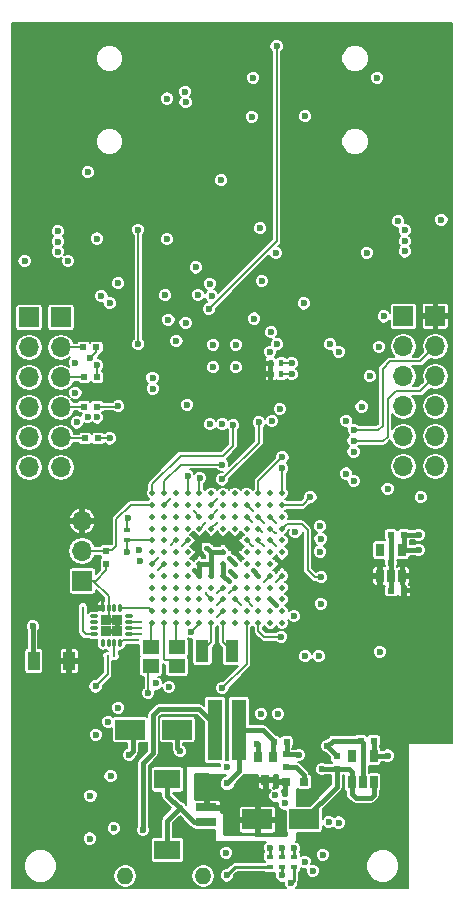
<source format=gbr>
G04 #@! TF.FileFunction,Copper,L4,Bot,Signal*
%FSLAX46Y46*%
G04 Gerber Fmt 4.6, Leading zero omitted, Abs format (unit mm)*
G04 Created by KiCad (PCBNEW 4.0.6) date Friday, April 06, 2018 'AMt' 10:50:20 AM*
%MOMM*%
%LPD*%
G01*
G04 APERTURE LIST*
%ADD10C,0.100000*%
%ADD11R,1.000000X1.600000*%
%ADD12R,0.650000X1.060000*%
%ADD13R,0.500000X0.600000*%
%ADD14R,0.600000X0.500000*%
%ADD15R,0.400000X0.600000*%
%ADD16R,0.600000X0.400000*%
%ADD17C,0.500380*%
%ADD18O,1.400000X1.400000*%
%ADD19R,1.100000X1.900000*%
%ADD20R,1.400000X1.200000*%
%ADD21R,2.200000X1.600000*%
%ADD22R,1.800000X0.700000*%
%ADD23R,1.700000X1.700000*%
%ADD24O,1.700000X1.700000*%
%ADD25R,2.500000X1.700000*%
%ADD26R,0.700000X0.900000*%
%ADD27O,0.300000X0.750000*%
%ADD28O,0.750000X0.300000*%
%ADD29R,0.900000X0.900000*%
%ADD30R,1.250000X5.200000*%
%ADD31R,0.800000X0.750000*%
%ADD32C,0.600000*%
%ADD33C,0.300000*%
%ADD34C,0.381000*%
%ADD35C,0.203200*%
%ADD36C,0.177800*%
%ADD37C,0.250000*%
%ADD38C,0.254000*%
%ADD39C,0.200000*%
G04 APERTURE END LIST*
D10*
D11*
X117050000Y-100880000D03*
X120050000Y-100880000D03*
D12*
X148250000Y-93680000D03*
X147300000Y-93680000D03*
X146350000Y-93680000D03*
X146350000Y-91480000D03*
X148250000Y-91480000D03*
D13*
X123175000Y-91555000D03*
X123175000Y-92655000D03*
D14*
X148400000Y-94930000D03*
X147300000Y-94930000D03*
D13*
X142700000Y-110030000D03*
X142700000Y-108930000D03*
D14*
X148400000Y-90205000D03*
X147300000Y-90205000D03*
X122350000Y-74330000D03*
X121250000Y-74330000D03*
X122400000Y-76830000D03*
X121300000Y-76830000D03*
X122400000Y-79330000D03*
X121300000Y-79330000D03*
X122500000Y-82030000D03*
X121400000Y-82030000D03*
D15*
X137100000Y-75680000D03*
X138000000Y-75680000D03*
X137100000Y-76580000D03*
X138000000Y-76580000D03*
D16*
X124975000Y-90655000D03*
X124975000Y-89755000D03*
D17*
X138075640Y-86664960D03*
X137074880Y-86664960D03*
X136074120Y-86664960D03*
X135075900Y-86664960D03*
X134075140Y-86664960D03*
X133074380Y-86664960D03*
X132076160Y-86664960D03*
X131075400Y-86664960D03*
X130074640Y-86664960D03*
X129073880Y-86664960D03*
X128075660Y-86664960D03*
X127074900Y-86664960D03*
X138075640Y-87665720D03*
X138075640Y-88666480D03*
X138075640Y-89664700D03*
X138075640Y-90665460D03*
X138075640Y-91666220D03*
X138075640Y-92664440D03*
X138075640Y-93665200D03*
X138075640Y-94665960D03*
X127074900Y-87665720D03*
X128075660Y-87665720D03*
X129073880Y-87665720D03*
X130074640Y-87665720D03*
X131075400Y-87665720D03*
X132076160Y-87665720D03*
X133074380Y-87665720D03*
X134075140Y-87665720D03*
X137074880Y-87665720D03*
X136074120Y-87665720D03*
X135075900Y-87665720D03*
X137074880Y-88666480D03*
X136074120Y-88666480D03*
X135075900Y-88666480D03*
X134075140Y-88666480D03*
X133074380Y-88666480D03*
X132076160Y-88666480D03*
X131075400Y-88666480D03*
X130074640Y-88666480D03*
X137074880Y-89664700D03*
X136074120Y-89664700D03*
X135075900Y-89664700D03*
X134075140Y-89664700D03*
X133074380Y-89664700D03*
X132076160Y-89664700D03*
X131075400Y-89664700D03*
X130074640Y-89664700D03*
X137074880Y-90665460D03*
X136074120Y-90665460D03*
X135075900Y-90665460D03*
X129073880Y-88666480D03*
X129073880Y-89664700D03*
X128075660Y-88666480D03*
X128075660Y-89664700D03*
X127074900Y-89664700D03*
X127074900Y-88666480D03*
X137074880Y-91666220D03*
X136074120Y-91666220D03*
X135075900Y-91666220D03*
X135075900Y-92664440D03*
X136074120Y-92664440D03*
X137074880Y-92664440D03*
X137074880Y-93665200D03*
X136074120Y-93665200D03*
X135075900Y-93665200D03*
X135075900Y-94665960D03*
X136074120Y-94665960D03*
X137074880Y-94665960D03*
X138075640Y-95666720D03*
X137074880Y-95666720D03*
X136074120Y-95666720D03*
X135075900Y-95666720D03*
X135075900Y-96664940D03*
X136074120Y-96664940D03*
X137074880Y-96664940D03*
X138075640Y-96664940D03*
X138075640Y-97665700D03*
X137074880Y-97665700D03*
X136074120Y-97665700D03*
X135075900Y-97665700D03*
X131075400Y-90665460D03*
X132076160Y-90665460D03*
X133074380Y-90665460D03*
X134075140Y-90665460D03*
X134075140Y-91666220D03*
X133074380Y-91666220D03*
X132076160Y-91666220D03*
X131075400Y-91666220D03*
X134075140Y-92664440D03*
X133074380Y-92664440D03*
X132076160Y-92664440D03*
X131075400Y-92664440D03*
X134075140Y-93665200D03*
X133074380Y-93665200D03*
X132076160Y-93665200D03*
X131075400Y-93665200D03*
X134075140Y-94665960D03*
X133074380Y-94665960D03*
X132076160Y-94665960D03*
X131075400Y-94665960D03*
X134075140Y-95666720D03*
X133074380Y-95666720D03*
X132076160Y-95666720D03*
X131075400Y-95666720D03*
X134075140Y-96664940D03*
X133074380Y-96664940D03*
X132076160Y-96664940D03*
X131075400Y-96664940D03*
X134075140Y-97665700D03*
X133074380Y-97665700D03*
X132076160Y-97665700D03*
X131075400Y-97665700D03*
X130074640Y-90665460D03*
X129073880Y-90665460D03*
X128075660Y-90665460D03*
X127074900Y-90665460D03*
X130074640Y-91666220D03*
X129073880Y-91666220D03*
X128075660Y-91666220D03*
X127074900Y-91666220D03*
X130074640Y-94665960D03*
X127074900Y-92664440D03*
X128075660Y-92664440D03*
X129073880Y-92664440D03*
X130074640Y-92664440D03*
X130074640Y-93665200D03*
X129073880Y-93665200D03*
X128075660Y-93665200D03*
X127074900Y-93665200D03*
X129073880Y-94665960D03*
X128075660Y-94665960D03*
X127074900Y-94665960D03*
X130074640Y-97665700D03*
X130074640Y-96664940D03*
X130074640Y-95666720D03*
X129073880Y-95666720D03*
X129073880Y-96664940D03*
X129073880Y-97665700D03*
X128075660Y-97665700D03*
X128075660Y-96664940D03*
X128075660Y-95666720D03*
X127074900Y-95666720D03*
X127074900Y-96664940D03*
X127074900Y-97665700D03*
D18*
X124800000Y-119080000D03*
X131400000Y-119080000D03*
D19*
X133825000Y-100030000D03*
X131325000Y-100030000D03*
D20*
X129150000Y-101305000D03*
X126950000Y-101305000D03*
X126950000Y-99705000D03*
X129150000Y-99705000D03*
D21*
X128350000Y-116855000D03*
X128350000Y-110905000D03*
D22*
X131650000Y-114505000D03*
X131650000Y-113255000D03*
D23*
X121150000Y-94105000D03*
D24*
X121150000Y-91565000D03*
X121150000Y-89025000D03*
D14*
X145850000Y-107630000D03*
X144750000Y-107630000D03*
X137350000Y-107730000D03*
X138450000Y-107730000D03*
D13*
X138400000Y-109880000D03*
X138400000Y-108780000D03*
D25*
X129200000Y-106680000D03*
X125200000Y-106680000D03*
X139950000Y-114280000D03*
X135950000Y-114280000D03*
D23*
X151050000Y-71680000D03*
D24*
X151050000Y-74220000D03*
X151050000Y-76760000D03*
X151050000Y-79300000D03*
X151050000Y-81840000D03*
X151050000Y-84380000D03*
D23*
X116650000Y-71780000D03*
D24*
X116650000Y-74320000D03*
X116650000Y-76860000D03*
X116650000Y-79400000D03*
X116650000Y-81940000D03*
X116650000Y-84480000D03*
D26*
X136000000Y-109030000D03*
X137300000Y-109030000D03*
X136650000Y-110930000D03*
D16*
X138050000Y-117430000D03*
X138050000Y-118330000D03*
X139050000Y-117430000D03*
X139050000Y-118330000D03*
X137050000Y-117430000D03*
X137050000Y-118330000D03*
D12*
X145850000Y-111130000D03*
X144900000Y-111130000D03*
X143950000Y-111130000D03*
X143950000Y-108930000D03*
X145850000Y-108930000D03*
D23*
X119350000Y-71780000D03*
D24*
X119350000Y-74320000D03*
X119350000Y-76860000D03*
X119350000Y-79400000D03*
X119350000Y-81940000D03*
X119350000Y-84480000D03*
D27*
X122875000Y-96380000D03*
X123375000Y-96380000D03*
X123875000Y-96380000D03*
X124375000Y-96380000D03*
D28*
X125100000Y-97105000D03*
X125100000Y-97605000D03*
X125100000Y-98105000D03*
X125100000Y-98605000D03*
D27*
X124375000Y-99330000D03*
X123875000Y-99330000D03*
X123375000Y-99330000D03*
X122875000Y-99330000D03*
D28*
X122150000Y-98605000D03*
X122150000Y-98105000D03*
X122150000Y-97605000D03*
X122150000Y-97105000D03*
D29*
X124075000Y-98305000D03*
X123175000Y-98305000D03*
X124075000Y-97405000D03*
X123175000Y-97405000D03*
D23*
X148350000Y-71705000D03*
D24*
X148350000Y-74245000D03*
X148350000Y-76785000D03*
X148350000Y-79325000D03*
X148350000Y-81865000D03*
X148350000Y-84405000D03*
D30*
X132400000Y-106730000D03*
X134400000Y-106730000D03*
D31*
X138400000Y-111080000D03*
X139900000Y-111080000D03*
D32*
X141900000Y-108080000D03*
X131850000Y-71080000D03*
X137600000Y-48830000D03*
X139500000Y-108830000D03*
X126750000Y-103580000D03*
X129400000Y-113330000D03*
X119087000Y-65368000D03*
X119100000Y-66230000D03*
X119075000Y-64480000D03*
X147275000Y-92555000D03*
X125025000Y-88805000D03*
D33*
X129100000Y-98530000D03*
X131656402Y-91280000D03*
X137550000Y-96130000D03*
X130625000Y-93180000D03*
D32*
X132244600Y-75997000D03*
X134144600Y-75997000D03*
X134144600Y-74097000D03*
X132244600Y-74097000D03*
X137873700Y-79535400D03*
X148465467Y-66201130D03*
X148465466Y-64423131D03*
X148465467Y-65337530D03*
D33*
X135600000Y-93180000D03*
D32*
X118650000Y-100930000D03*
X118750000Y-97980000D03*
D33*
X130550000Y-92180000D03*
D32*
X140550000Y-68080000D03*
X134250000Y-116780000D03*
X139125000Y-92730000D03*
X137848300Y-78443200D03*
X122300000Y-107130000D03*
X122275000Y-103030000D03*
D33*
X123300000Y-100455000D03*
X132550000Y-97155000D03*
D32*
X147000000Y-108880000D03*
X149650000Y-91480000D03*
X149650000Y-90180000D03*
X130950000Y-69880000D03*
X128450000Y-71980000D03*
X130050000Y-79180000D03*
X116269200Y-67005000D03*
X147906666Y-63635731D03*
X151564266Y-63508731D03*
X119952200Y-67005000D03*
X121625000Y-59505000D03*
X132925000Y-60180000D03*
X128325000Y-53255000D03*
X128325000Y-65155000D03*
X145250000Y-66305000D03*
X137550000Y-66330000D03*
X137150000Y-73030000D03*
X122400000Y-65105000D03*
X136225000Y-64230000D03*
X135725000Y-71880000D03*
X133100000Y-112280000D03*
X128175000Y-69905000D03*
X122775000Y-69980000D03*
X121850000Y-112280000D03*
X146125000Y-51480000D03*
X135625000Y-51505000D03*
X125900000Y-74055000D03*
X125875000Y-64355000D03*
X125937500Y-91517500D03*
X140675000Y-118655000D03*
X121775000Y-115905000D03*
D33*
X128650000Y-91055000D03*
X129625000Y-91105000D03*
D32*
X126075000Y-92405000D03*
X123825000Y-115055000D03*
X141525000Y-117280000D03*
X133025000Y-103155000D03*
X137500000Y-112255000D03*
X142850000Y-114555000D03*
D33*
X134600000Y-96155000D03*
D32*
X133025000Y-80830000D03*
X133000000Y-84255000D03*
X121600000Y-80230000D03*
X120575000Y-78155000D03*
X131975000Y-80830000D03*
D33*
X130575000Y-88180000D03*
D32*
X122425000Y-80255000D03*
X120550000Y-75605000D03*
X142025000Y-114530000D03*
X138325000Y-112930000D03*
D33*
X135550000Y-96180000D03*
D32*
X130400000Y-98430000D03*
X133350000Y-117105000D03*
X139975000Y-117880000D03*
X133925000Y-80905000D03*
X120700000Y-80680000D03*
X136100000Y-80680000D03*
D33*
X128575000Y-87180000D03*
D32*
X133000000Y-85505000D03*
X144125000Y-82230000D03*
X131100000Y-85380000D03*
D33*
X127550000Y-92180000D03*
D32*
X127125000Y-77830000D03*
X138875000Y-76605000D03*
D33*
X127575000Y-93155000D03*
D32*
X127100000Y-76905000D03*
X138900000Y-75655000D03*
X137225000Y-80555000D03*
X144150000Y-81305000D03*
D33*
X131575000Y-89180000D03*
D32*
X141175000Y-100480000D03*
X142875000Y-74680000D03*
X137050000Y-74680000D03*
X122400000Y-75855000D03*
X140050000Y-100480000D03*
X142150000Y-74055000D03*
X137675000Y-74055000D03*
X121850000Y-75230000D03*
X124200000Y-68880000D03*
X131950000Y-68930000D03*
X124200000Y-104830000D03*
X136300000Y-105355000D03*
X124200000Y-79305000D03*
X123475000Y-70580000D03*
X132100000Y-69980000D03*
X123350000Y-106030000D03*
X137750000Y-105355000D03*
X123475000Y-82030000D03*
X129900000Y-53555000D03*
X129900000Y-72230000D03*
X140025000Y-54755000D03*
X135500000Y-54805000D03*
X129875000Y-52680000D03*
X129125000Y-73780000D03*
D33*
X133550000Y-94130000D03*
X133600000Y-92180000D03*
D32*
X138000000Y-98830000D03*
X130075000Y-85230000D03*
X141375000Y-93780000D03*
X128500000Y-103080000D03*
D33*
X137575000Y-94180000D03*
D32*
X141350000Y-96030000D03*
D33*
X137550000Y-90030000D03*
D32*
X139200000Y-89980000D03*
D33*
X136400000Y-89980000D03*
D32*
X139075000Y-97080000D03*
D33*
X132550000Y-89180000D03*
D32*
X141275000Y-89455000D03*
D33*
X137525000Y-91130000D03*
X136575000Y-91180000D03*
D32*
X141325000Y-90530000D03*
D33*
X135575000Y-91155000D03*
D32*
X141300000Y-91605000D03*
D33*
X136575000Y-94180000D03*
D32*
X127375000Y-102780000D03*
D33*
X133655382Y-93230000D03*
X126100000Y-98605000D03*
X133575000Y-95155000D03*
X126100000Y-97605000D03*
X132575000Y-95155000D03*
X125875000Y-99080000D03*
X132575000Y-96155000D03*
X126100000Y-98105000D03*
X131600000Y-95155000D03*
X121200000Y-96355000D03*
X126100000Y-96355000D03*
D32*
X146350000Y-100080000D03*
D33*
X123875000Y-100455000D03*
D32*
X135950000Y-107880000D03*
X126300000Y-115180000D03*
X141450000Y-110030000D03*
X129450000Y-108530000D03*
X138050000Y-119030000D03*
X138850000Y-119680000D03*
X133400000Y-119030000D03*
X116950000Y-97930000D03*
X133400000Y-109880000D03*
X123550000Y-110630000D03*
X124975000Y-91605000D03*
X137050000Y-116680000D03*
X138050000Y-116730000D03*
X139050000Y-116730000D03*
X133400000Y-111230000D03*
X125150000Y-108830000D03*
X139900000Y-70605000D03*
X138100000Y-83630000D03*
X130750000Y-67555000D03*
X136350000Y-68705000D03*
X138075000Y-84555000D03*
X140475000Y-87005000D03*
X149800000Y-87005000D03*
D33*
X132600000Y-87155000D03*
D32*
X143500000Y-80530000D03*
X143500000Y-85005000D03*
D33*
X135575000Y-88155000D03*
D32*
X146675000Y-71705000D03*
X147000000Y-86280000D03*
D33*
X137575000Y-89155000D03*
D32*
X145500000Y-76780000D03*
D33*
X136575000Y-89155000D03*
D32*
X144800000Y-79330000D03*
D33*
X135525000Y-89105000D03*
D32*
X146275000Y-74255000D03*
X144125000Y-83155000D03*
D33*
X132600000Y-88130000D03*
D32*
X144150000Y-85630000D03*
D34*
X142700000Y-108930000D02*
X142700000Y-108880000D01*
X142700000Y-108880000D02*
X141900000Y-108080000D01*
X144750000Y-107630000D02*
X142350000Y-107630000D01*
X142350000Y-107630000D02*
X141900000Y-108080000D01*
D35*
X131850000Y-71080000D02*
X137600000Y-65330000D01*
X137600000Y-65330000D02*
X137600000Y-48830000D01*
D34*
X138400000Y-108780000D02*
X139450000Y-108780000D01*
X139450000Y-108780000D02*
X139500000Y-108830000D01*
X138450000Y-107730000D02*
X138450000Y-108730000D01*
X138450000Y-108730000D02*
X138400000Y-108780000D01*
X123175000Y-98305000D02*
X124075000Y-98305000D01*
X124075000Y-98305000D02*
X124075000Y-97405000D01*
X124075000Y-97405000D02*
X123175000Y-97405000D01*
X144900000Y-111130000D02*
X144900000Y-107780000D01*
X144900000Y-107780000D02*
X144750000Y-107630000D01*
D35*
X126950000Y-101305000D02*
X126750000Y-101505000D01*
X126750000Y-101505000D02*
X126750000Y-103580000D01*
X123375000Y-96380000D02*
X123375000Y-95405000D01*
X122075000Y-94105000D02*
X121150000Y-94105000D01*
X123375000Y-95405000D02*
X122075000Y-94105000D01*
D34*
X128350000Y-114380000D02*
X129400000Y-113330000D01*
X128350000Y-116855000D02*
X128350000Y-114380000D01*
X128350000Y-110905000D02*
X128350000Y-112280000D01*
X128350000Y-112280000D02*
X129400000Y-113330000D01*
X131650000Y-114505000D02*
X130575000Y-114505000D01*
X130575000Y-114505000D02*
X129400000Y-113330000D01*
X147300000Y-93680000D02*
X147275000Y-93655000D01*
X147275000Y-93655000D02*
X147275000Y-92555000D01*
X147275000Y-90230000D02*
X147275000Y-92555000D01*
X147300000Y-90205000D02*
X147275000Y-90230000D01*
D35*
X123175000Y-92655000D02*
X123175000Y-93205000D01*
X123175000Y-93205000D02*
X122275000Y-94105000D01*
X122275000Y-94105000D02*
X121150000Y-94105000D01*
X124975000Y-89755000D02*
X124975000Y-88855000D01*
X124975000Y-88855000D02*
X125025000Y-88805000D01*
D34*
X147300000Y-93680000D02*
X147300000Y-94955000D01*
D35*
X123375000Y-96380000D02*
X123375000Y-97205000D01*
X123375000Y-97205000D02*
X123175000Y-97405000D01*
X129073880Y-97665700D02*
X129100000Y-97691820D01*
X129100000Y-97691820D02*
X129100000Y-98530000D01*
X129150000Y-99705000D02*
X129100000Y-99655000D01*
X129100000Y-99655000D02*
X129100000Y-98530000D01*
D34*
X132076160Y-91666220D02*
X131689940Y-91280000D01*
X131689940Y-91280000D02*
X131656402Y-91280000D01*
X135600000Y-93191080D02*
X135600000Y-93180000D01*
X136074120Y-93665200D02*
X135600000Y-93191080D01*
X137074880Y-95666720D02*
X137538160Y-96130000D01*
X137538160Y-96130000D02*
X137550000Y-96130000D01*
X132076160Y-91666220D02*
X132076160Y-91681160D01*
X131075400Y-93665200D02*
X131075400Y-93630400D01*
X131075400Y-93630400D02*
X130625000Y-93180000D01*
X131075400Y-93665200D02*
X131075400Y-92664440D01*
X132076160Y-93665200D02*
X132076160Y-92664440D01*
X131075400Y-92664440D02*
X132076160Y-92664440D01*
X132076160Y-92664440D02*
X132076160Y-91666220D01*
X133074380Y-91666220D02*
X132076160Y-91666220D01*
D36*
X132244600Y-75997000D02*
X132242100Y-75999500D01*
X134144600Y-75997000D02*
X134147100Y-75999500D01*
X134144600Y-74097000D02*
X134147100Y-74094500D01*
X132244600Y-74097000D02*
X132242100Y-74094500D01*
D34*
X120050000Y-100880000D02*
X118700000Y-100880000D01*
X118700000Y-100880000D02*
X118650000Y-100930000D01*
X120050000Y-100880000D02*
X120050000Y-99280000D01*
X120050000Y-99280000D02*
X118750000Y-97980000D01*
X131075400Y-91666220D02*
X130561620Y-92180000D01*
X130561620Y-92180000D02*
X130550000Y-92180000D01*
X139059440Y-92664440D02*
X138075640Y-92664440D01*
X139125000Y-92730000D02*
X139059440Y-92664440D01*
X133074380Y-90665460D02*
X133074380Y-90604380D01*
X134075140Y-91666220D02*
X134075140Y-90665460D01*
X134075140Y-90665460D02*
X133079380Y-90655460D01*
X132076160Y-90665460D02*
X133079380Y-90655460D01*
X132076160Y-90665460D02*
X131075400Y-90665460D01*
X131075400Y-91666220D02*
X131075400Y-90665460D01*
X133065460Y-90655460D02*
X133054380Y-90655460D01*
D35*
X123300000Y-102005000D02*
X122275000Y-103030000D01*
X123300000Y-100455000D02*
X123300000Y-102005000D01*
X133074380Y-96664940D02*
X132584320Y-97155000D01*
X132584320Y-97155000D02*
X132550000Y-97155000D01*
D34*
X146950000Y-108930000D02*
X145850000Y-108930000D01*
X147000000Y-108880000D02*
X146950000Y-108930000D01*
X145850000Y-108930000D02*
X145850000Y-107630000D01*
X148250000Y-91480000D02*
X149650000Y-91480000D01*
X148400000Y-90205000D02*
X148425000Y-90180000D01*
X148425000Y-90180000D02*
X149650000Y-90180000D01*
X148400000Y-91330000D02*
X148400000Y-90205000D01*
X148250000Y-91480000D02*
X148400000Y-91330000D01*
X147906666Y-63635731D02*
X147906665Y-63610330D01*
D35*
X127074900Y-87665720D02*
X125264280Y-87665720D01*
X123650000Y-91505000D02*
X123250000Y-91505000D01*
X124050000Y-91105000D02*
X123650000Y-91505000D01*
X124050000Y-88880000D02*
X124050000Y-91105000D01*
X125264280Y-87665720D02*
X124050000Y-88880000D01*
X121150000Y-91565000D02*
X123190000Y-91565000D01*
X123190000Y-91565000D02*
X123250000Y-91505000D01*
D36*
X125900000Y-74055000D02*
X125900000Y-64380000D01*
X125900000Y-64380000D02*
X125875000Y-64355000D01*
D35*
X128650000Y-91055000D02*
X129039540Y-90665460D01*
D37*
X129039540Y-90665460D02*
X129073880Y-90665460D01*
D35*
X130064540Y-90665460D02*
X129625000Y-91105000D01*
D37*
X130064540Y-90665460D02*
X130074640Y-90665460D01*
D35*
X135075900Y-101104100D02*
X135075900Y-97665700D01*
X133025000Y-103155000D02*
X135075900Y-101104100D01*
X134563420Y-96155000D02*
X134075140Y-95666720D01*
X134563420Y-96155000D02*
X134600000Y-96155000D01*
X134075140Y-95679860D02*
X134075140Y-95666720D01*
X128075660Y-86664960D02*
X128075660Y-85654340D01*
X129475000Y-84255000D02*
X133000000Y-84255000D01*
X128075660Y-85654340D02*
X129475000Y-84255000D01*
X130575000Y-88180000D02*
X131061480Y-88666480D01*
X131061480Y-88666480D02*
X131075400Y-88666480D01*
X135075900Y-95705900D02*
X135550000Y-96180000D01*
X135075900Y-95705900D02*
X135075900Y-95666720D01*
X130400000Y-98430000D02*
X131075400Y-97754600D01*
D37*
X131075400Y-97754600D02*
X131075400Y-97665700D01*
D35*
X127074900Y-86664960D02*
X127074900Y-85930100D01*
X133925000Y-82655000D02*
X133925000Y-80905000D01*
X133075000Y-83505000D02*
X133925000Y-82655000D01*
X129500000Y-83505000D02*
X133075000Y-83505000D01*
X127074900Y-85930100D02*
X129500000Y-83505000D01*
X151050000Y-76760000D02*
X149780000Y-78030000D01*
X128561380Y-87180000D02*
X128575000Y-87180000D01*
X133000000Y-85505000D02*
X136100000Y-82405000D01*
X136100000Y-82405000D02*
X136100000Y-80680000D01*
X128075660Y-87665720D02*
X128561380Y-87180000D01*
X149780000Y-78030000D02*
X147700000Y-78030000D01*
X147700000Y-78030000D02*
X147000000Y-78730000D01*
X147000000Y-78730000D02*
X147000000Y-81880000D01*
X147000000Y-81880000D02*
X146650000Y-82230000D01*
X146650000Y-82230000D02*
X144125000Y-82230000D01*
X131075400Y-85404600D02*
X131100000Y-85380000D01*
X131075400Y-85404600D02*
X131075400Y-86664960D01*
X127550000Y-92189340D02*
X127550000Y-92180000D01*
X127074900Y-92664440D02*
X127550000Y-92189340D01*
X138000000Y-76580000D02*
X138025000Y-76605000D01*
X138025000Y-76605000D02*
X138875000Y-76605000D01*
X138000000Y-75680000D02*
X138875000Y-75680000D01*
X138875000Y-75680000D02*
X138900000Y-75655000D01*
X128075660Y-92664440D02*
X128065560Y-92664440D01*
X128065560Y-92664440D02*
X127575000Y-93155000D01*
X151050000Y-74220000D02*
X149765000Y-75505000D01*
X146225000Y-81305000D02*
X144150000Y-81305000D01*
X146575000Y-80955000D02*
X146225000Y-81305000D01*
X146575000Y-76155000D02*
X146575000Y-80955000D01*
X147225000Y-75505000D02*
X146575000Y-76155000D01*
X149765000Y-75505000D02*
X147225000Y-75505000D01*
X131075400Y-89664700D02*
X131090300Y-89664700D01*
X131090300Y-89664700D02*
X131575000Y-89180000D01*
D36*
X122400000Y-75855000D02*
X122400000Y-76830000D01*
X122350000Y-74330000D02*
X122350000Y-74730000D01*
X122350000Y-74730000D02*
X121850000Y-75230000D01*
D35*
X124175000Y-79330000D02*
X122400000Y-79330000D01*
X124200000Y-79305000D02*
X124175000Y-79330000D01*
X123475000Y-82030000D02*
X122500000Y-82030000D01*
X121250000Y-74330000D02*
X119360000Y-74330000D01*
X119360000Y-74330000D02*
X119350000Y-74320000D01*
X121300000Y-76830000D02*
X119380000Y-76830000D01*
X119380000Y-76830000D02*
X119350000Y-76860000D01*
X121300000Y-79330000D02*
X119420000Y-79330000D01*
X119420000Y-79330000D02*
X119350000Y-79400000D01*
X121400000Y-82030000D02*
X119440000Y-82030000D01*
X119440000Y-82030000D02*
X119350000Y-81940000D01*
D34*
X133074380Y-93665200D02*
X133085200Y-93665200D01*
X133085200Y-93665200D02*
X133550000Y-94130000D01*
X133074380Y-92664440D02*
X133074380Y-92704380D01*
X133074380Y-92664440D02*
X133074380Y-93665200D01*
X134075140Y-92664440D02*
X134075140Y-92655140D01*
X134075140Y-92655140D02*
X133600000Y-92180000D01*
X134075140Y-92664440D02*
X134075140Y-92654860D01*
X134075140Y-92664440D02*
X134084440Y-92664440D01*
D35*
X136074120Y-97665700D02*
X136074120Y-98354120D01*
X136550000Y-98830000D02*
X138000000Y-98830000D01*
X136074120Y-98354120D02*
X136550000Y-98830000D01*
X130074640Y-86664960D02*
X130074640Y-85230360D01*
X130074640Y-85230360D02*
X130075000Y-85230000D01*
X138075640Y-89664700D02*
X138460340Y-89280000D01*
X140225000Y-90130000D02*
X140225000Y-93155000D01*
X140225000Y-93155000D02*
X140850000Y-93780000D01*
X140850000Y-93780000D02*
X141375000Y-93780000D01*
X140225000Y-89780000D02*
X140225000Y-90130000D01*
X139725000Y-89280000D02*
X140225000Y-89780000D01*
X138460340Y-89280000D02*
X139725000Y-89280000D01*
X138075640Y-93679360D02*
X137575000Y-94180000D01*
X138075640Y-93665200D02*
X138075640Y-93679360D01*
X137440180Y-90030000D02*
X137550000Y-90030000D01*
X137440180Y-90030000D02*
X137074880Y-89664700D01*
X137074880Y-89664700D02*
X137074880Y-89655120D01*
X137074880Y-89664700D02*
X137084700Y-89664700D01*
X136084700Y-89664700D02*
X136400000Y-89980000D01*
X136074120Y-89664700D02*
X136084700Y-89664700D01*
X132076160Y-89664700D02*
X132076160Y-89653840D01*
X132076160Y-89653840D02*
X132550000Y-89180000D01*
X132076160Y-89664700D02*
X132109700Y-89664700D01*
X137074880Y-90665460D02*
X137525000Y-91115580D01*
X137525000Y-91115580D02*
X137525000Y-91130000D01*
X136074120Y-90679120D02*
X136575000Y-91180000D01*
X136074120Y-90665460D02*
X136074120Y-90679120D01*
X135565440Y-91155000D02*
X135575000Y-91155000D01*
X135075900Y-90665460D02*
X135565440Y-91155000D01*
X137074880Y-93680120D02*
X136575000Y-94180000D01*
X137074880Y-93665200D02*
X137074880Y-93680120D01*
D34*
X134075140Y-93665200D02*
X134075140Y-93649758D01*
X134075140Y-93649758D02*
X133655382Y-93230000D01*
X134075140Y-93665200D02*
X134085200Y-93665200D01*
D35*
X134075140Y-94665960D02*
X134064040Y-94665960D01*
X134064040Y-94665960D02*
X133575000Y-95155000D01*
X126100000Y-98605000D02*
X125100000Y-98605000D01*
X134075140Y-94665960D02*
X134085960Y-94665960D01*
X126100000Y-97605000D02*
X125100000Y-97605000D01*
X133064040Y-94665960D02*
X132575000Y-95155000D01*
X133074380Y-94665960D02*
X133064040Y-94665960D01*
X124375000Y-99330000D02*
X124625000Y-99080000D01*
X132575000Y-96155000D02*
X133063280Y-95666720D01*
X124625000Y-99080000D02*
X125875000Y-99080000D01*
X133074380Y-95666720D02*
X133063280Y-95666720D01*
X133074380Y-95666720D02*
X133074380Y-95630620D01*
X132076160Y-95666720D02*
X131600000Y-95190560D01*
X126100000Y-98105000D02*
X125100000Y-98105000D01*
X131600000Y-95190560D02*
X131600000Y-95155000D01*
X132076160Y-95666720D02*
X132076160Y-95731160D01*
X133825000Y-100030000D02*
X133074380Y-99279380D01*
X133074380Y-99279380D02*
X133074380Y-97665700D01*
X131325000Y-100030000D02*
X132076160Y-99278840D01*
X132076160Y-99278840D02*
X132076160Y-97665700D01*
X129150000Y-101305000D02*
X128625000Y-100780000D01*
X128625000Y-100780000D02*
X128125000Y-100780000D01*
X128125000Y-100780000D02*
X128075660Y-100730660D01*
X128075660Y-100730660D02*
X128075660Y-97665700D01*
X124375000Y-96380000D02*
X126075000Y-96380000D01*
X126075000Y-96380000D02*
X126100000Y-96355000D01*
X127074900Y-96664940D02*
X126764960Y-96355000D01*
X121450000Y-98605000D02*
X122150000Y-98605000D01*
X121200000Y-98355000D02*
X121450000Y-98605000D01*
X121200000Y-96355000D02*
X121200000Y-98355000D01*
X126764960Y-96355000D02*
X126100000Y-96355000D01*
X126950000Y-99705000D02*
X126950000Y-97790600D01*
X126950000Y-97790600D02*
X127074900Y-97665700D01*
X123875000Y-100455000D02*
X123875000Y-99330000D01*
X123875000Y-99330000D02*
X123900000Y-99355000D01*
D34*
X136000000Y-107930000D02*
X136000000Y-109030000D01*
X135950000Y-107880000D02*
X136000000Y-107930000D01*
X126300000Y-115180000D02*
X126300000Y-109530000D01*
X131050000Y-104930000D02*
X132400000Y-106280000D01*
X127650000Y-104930000D02*
X131050000Y-104930000D01*
X127150000Y-105430000D02*
X127650000Y-104930000D01*
X127150000Y-108680000D02*
X127150000Y-105430000D01*
X126300000Y-109530000D02*
X127150000Y-108680000D01*
X132400000Y-106280000D02*
X132400000Y-106730000D01*
X132400000Y-106730000D02*
X132400000Y-107330000D01*
X129200000Y-106680000D02*
X129200000Y-108280000D01*
X141450000Y-110030000D02*
X142700000Y-110030000D01*
X129200000Y-108280000D02*
X129450000Y-108530000D01*
X139950000Y-114280000D02*
X142700000Y-111530000D01*
X142700000Y-111530000D02*
X142700000Y-110030000D01*
X143950000Y-111130000D02*
X143950000Y-112130000D01*
X145850000Y-112230000D02*
X145850000Y-111130000D01*
X145600000Y-112480000D02*
X145850000Y-112230000D01*
X144300000Y-112480000D02*
X145600000Y-112480000D01*
X143950000Y-112130000D02*
X144300000Y-112480000D01*
X143950000Y-111130000D02*
X143950000Y-110280000D01*
X143950000Y-110280000D02*
X143700000Y-110030000D01*
X142700000Y-110030000D02*
X143700000Y-110030000D01*
X138400000Y-109880000D02*
X139250000Y-109880000D01*
X139900000Y-110530000D02*
X139900000Y-111080000D01*
X139250000Y-109880000D02*
X139900000Y-110530000D01*
D37*
X138050000Y-118330000D02*
X138050000Y-119030000D01*
X139050000Y-118330000D02*
X139050000Y-119480000D01*
X139050000Y-119480000D02*
X138850000Y-119680000D01*
X137050000Y-118330000D02*
X134100000Y-118330000D01*
X134100000Y-118330000D02*
X133400000Y-119030000D01*
D34*
X116950000Y-97930000D02*
X116950000Y-100780000D01*
X116950000Y-100780000D02*
X117050000Y-100880000D01*
D35*
X124975000Y-91605000D02*
X124975000Y-90655000D01*
X124975000Y-90655000D02*
X127064440Y-90655000D01*
X127064440Y-90655000D02*
X127074900Y-90665460D01*
D37*
X137050000Y-116680000D02*
X137050000Y-117430000D01*
X138050000Y-117430000D02*
X138050000Y-116730000D01*
X139050000Y-116730000D02*
X139050000Y-117430000D01*
D34*
X137350000Y-107730000D02*
X137350000Y-107630000D01*
X137350000Y-107630000D02*
X136450000Y-106730000D01*
X136450000Y-106730000D02*
X134400000Y-106730000D01*
X137300000Y-109030000D02*
X137300000Y-107780000D01*
X137300000Y-107780000D02*
X137350000Y-107730000D01*
X134400000Y-110230000D02*
X134400000Y-106730000D01*
X133400000Y-111230000D02*
X134400000Y-110230000D01*
X125450000Y-108530000D02*
X125450000Y-106680000D01*
X125150000Y-108830000D02*
X125450000Y-108530000D01*
D35*
X136074120Y-86664960D02*
X136074120Y-85655880D01*
X136074120Y-85655880D02*
X138100000Y-83630000D01*
X138075640Y-84555640D02*
X138075000Y-84555000D01*
X138075640Y-86664960D02*
X138075640Y-84555640D01*
X139814280Y-87665720D02*
X140475000Y-87005000D01*
X139814280Y-87665720D02*
X138075640Y-87665720D01*
X132089280Y-87665720D02*
X132600000Y-87155000D01*
X132076160Y-87665720D02*
X132089280Y-87665720D01*
X135085720Y-87665720D02*
X135575000Y-88155000D01*
X135075900Y-87665720D02*
X135085720Y-87665720D01*
X137086480Y-88666480D02*
X137575000Y-89155000D01*
X137074880Y-88666480D02*
X137086480Y-88666480D01*
X136562640Y-89155000D02*
X136575000Y-89155000D01*
X136074120Y-88666480D02*
X136562640Y-89155000D01*
X135086480Y-88666480D02*
X135525000Y-89105000D01*
X135075900Y-88666480D02*
X135086480Y-88666480D01*
X132076160Y-88653840D02*
X132600000Y-88130000D01*
X132076160Y-88666480D02*
X132076160Y-88653840D01*
D37*
X134075140Y-86680140D02*
X134075140Y-86664960D01*
D38*
G36*
X133090265Y-110488763D02*
X133250054Y-110555113D01*
X133014748Y-110652339D01*
X132823013Y-110843741D01*
X132719118Y-111093946D01*
X132718882Y-111364865D01*
X132822339Y-111615252D01*
X133013741Y-111806987D01*
X133263946Y-111910882D01*
X133534865Y-111911118D01*
X133785252Y-111807661D01*
X133976987Y-111616259D01*
X134080882Y-111366054D01*
X134080890Y-111357334D01*
X134285973Y-111152250D01*
X135919000Y-111152250D01*
X135919000Y-111455785D01*
X135977004Y-111595819D01*
X136084180Y-111702996D01*
X136224214Y-111761000D01*
X136427750Y-111761000D01*
X136523000Y-111665750D01*
X136523000Y-111057000D01*
X136014250Y-111057000D01*
X135919000Y-111152250D01*
X134285973Y-111152250D01*
X134804109Y-110634114D01*
X134804112Y-110634112D01*
X134886230Y-110511212D01*
X135919000Y-110524122D01*
X135919000Y-110707750D01*
X136014250Y-110803000D01*
X136523000Y-110803000D01*
X136523000Y-110783000D01*
X136777000Y-110783000D01*
X136777000Y-110803000D01*
X137285750Y-110803000D01*
X137381000Y-110707750D01*
X137381000Y-110542397D01*
X137653550Y-110545804D01*
X137619000Y-110629215D01*
X137619000Y-110857750D01*
X137714250Y-110953000D01*
X138273000Y-110953000D01*
X138273000Y-110933000D01*
X138423000Y-110933000D01*
X138423000Y-112249085D01*
X138190135Y-112248882D01*
X138181003Y-112252655D01*
X138181118Y-112120135D01*
X138077661Y-111869748D01*
X138043972Y-111836000D01*
X138177750Y-111836000D01*
X138273000Y-111740750D01*
X138273000Y-111207000D01*
X137714250Y-111207000D01*
X137619000Y-111302250D01*
X137619000Y-111530785D01*
X137637135Y-111574567D01*
X137636054Y-111574118D01*
X137365135Y-111573882D01*
X137325258Y-111590359D01*
X137381000Y-111455785D01*
X137381000Y-111152250D01*
X137285750Y-111057000D01*
X136777000Y-111057000D01*
X136777000Y-111665750D01*
X136872250Y-111761000D01*
X137030941Y-111761000D01*
X136923013Y-111868741D01*
X136819118Y-112118946D01*
X136818882Y-112389865D01*
X136922339Y-112640252D01*
X137113741Y-112831987D01*
X137363946Y-112935882D01*
X137634865Y-112936118D01*
X137643997Y-112932345D01*
X137643882Y-113064865D01*
X137747339Y-113315252D01*
X137938741Y-113506987D01*
X138188946Y-113610882D01*
X138311536Y-113610989D01*
X138311536Y-115130000D01*
X138338103Y-115271190D01*
X138421546Y-115400865D01*
X138423000Y-115401858D01*
X138423000Y-115600670D01*
X133177000Y-115505288D01*
X133177000Y-114502250D01*
X134319000Y-114502250D01*
X134319000Y-115205785D01*
X134377004Y-115345819D01*
X134484180Y-115452996D01*
X134624214Y-115511000D01*
X135727750Y-115511000D01*
X135823000Y-115415750D01*
X135823000Y-114407000D01*
X136077000Y-114407000D01*
X136077000Y-115415750D01*
X136172250Y-115511000D01*
X137275786Y-115511000D01*
X137415820Y-115452996D01*
X137522996Y-115345819D01*
X137581000Y-115205785D01*
X137581000Y-114502250D01*
X137485750Y-114407000D01*
X136077000Y-114407000D01*
X135823000Y-114407000D01*
X134414250Y-114407000D01*
X134319000Y-114502250D01*
X133177000Y-114502250D01*
X133177000Y-113780000D01*
X133166994Y-113730590D01*
X133138553Y-113688965D01*
X133096159Y-113661685D01*
X133050000Y-113653000D01*
X132931000Y-113653000D01*
X132931000Y-113477250D01*
X132835750Y-113382000D01*
X131777000Y-113382000D01*
X131777000Y-113402000D01*
X131523000Y-113402000D01*
X131523000Y-113382000D01*
X131503000Y-113382000D01*
X131503000Y-113354215D01*
X134319000Y-113354215D01*
X134319000Y-114057750D01*
X134414250Y-114153000D01*
X135823000Y-114153000D01*
X135823000Y-113144250D01*
X136077000Y-113144250D01*
X136077000Y-114153000D01*
X137485750Y-114153000D01*
X137581000Y-114057750D01*
X137581000Y-113354215D01*
X137522996Y-113214181D01*
X137415820Y-113107004D01*
X137275786Y-113049000D01*
X136172250Y-113049000D01*
X136077000Y-113144250D01*
X135823000Y-113144250D01*
X135727750Y-113049000D01*
X134624214Y-113049000D01*
X134484180Y-113107004D01*
X134377004Y-113214181D01*
X134319000Y-113354215D01*
X131503000Y-113354215D01*
X131503000Y-113128000D01*
X131523000Y-113128000D01*
X131523000Y-112619250D01*
X131777000Y-112619250D01*
X131777000Y-113128000D01*
X132835750Y-113128000D01*
X132931000Y-113032750D01*
X132931000Y-112829214D01*
X132872996Y-112689180D01*
X132765819Y-112582004D01*
X132625785Y-112524000D01*
X131872250Y-112524000D01*
X131777000Y-112619250D01*
X131523000Y-112619250D01*
X131427750Y-112524000D01*
X130677000Y-112524000D01*
X130677000Y-110458597D01*
X133090265Y-110488763D01*
X133090265Y-110488763D01*
G37*
X133090265Y-110488763D02*
X133250054Y-110555113D01*
X133014748Y-110652339D01*
X132823013Y-110843741D01*
X132719118Y-111093946D01*
X132718882Y-111364865D01*
X132822339Y-111615252D01*
X133013741Y-111806987D01*
X133263946Y-111910882D01*
X133534865Y-111911118D01*
X133785252Y-111807661D01*
X133976987Y-111616259D01*
X134080882Y-111366054D01*
X134080890Y-111357334D01*
X134285973Y-111152250D01*
X135919000Y-111152250D01*
X135919000Y-111455785D01*
X135977004Y-111595819D01*
X136084180Y-111702996D01*
X136224214Y-111761000D01*
X136427750Y-111761000D01*
X136523000Y-111665750D01*
X136523000Y-111057000D01*
X136014250Y-111057000D01*
X135919000Y-111152250D01*
X134285973Y-111152250D01*
X134804109Y-110634114D01*
X134804112Y-110634112D01*
X134886230Y-110511212D01*
X135919000Y-110524122D01*
X135919000Y-110707750D01*
X136014250Y-110803000D01*
X136523000Y-110803000D01*
X136523000Y-110783000D01*
X136777000Y-110783000D01*
X136777000Y-110803000D01*
X137285750Y-110803000D01*
X137381000Y-110707750D01*
X137381000Y-110542397D01*
X137653550Y-110545804D01*
X137619000Y-110629215D01*
X137619000Y-110857750D01*
X137714250Y-110953000D01*
X138273000Y-110953000D01*
X138273000Y-110933000D01*
X138423000Y-110933000D01*
X138423000Y-112249085D01*
X138190135Y-112248882D01*
X138181003Y-112252655D01*
X138181118Y-112120135D01*
X138077661Y-111869748D01*
X138043972Y-111836000D01*
X138177750Y-111836000D01*
X138273000Y-111740750D01*
X138273000Y-111207000D01*
X137714250Y-111207000D01*
X137619000Y-111302250D01*
X137619000Y-111530785D01*
X137637135Y-111574567D01*
X137636054Y-111574118D01*
X137365135Y-111573882D01*
X137325258Y-111590359D01*
X137381000Y-111455785D01*
X137381000Y-111152250D01*
X137285750Y-111057000D01*
X136777000Y-111057000D01*
X136777000Y-111665750D01*
X136872250Y-111761000D01*
X137030941Y-111761000D01*
X136923013Y-111868741D01*
X136819118Y-112118946D01*
X136818882Y-112389865D01*
X136922339Y-112640252D01*
X137113741Y-112831987D01*
X137363946Y-112935882D01*
X137634865Y-112936118D01*
X137643997Y-112932345D01*
X137643882Y-113064865D01*
X137747339Y-113315252D01*
X137938741Y-113506987D01*
X138188946Y-113610882D01*
X138311536Y-113610989D01*
X138311536Y-115130000D01*
X138338103Y-115271190D01*
X138421546Y-115400865D01*
X138423000Y-115401858D01*
X138423000Y-115600670D01*
X133177000Y-115505288D01*
X133177000Y-114502250D01*
X134319000Y-114502250D01*
X134319000Y-115205785D01*
X134377004Y-115345819D01*
X134484180Y-115452996D01*
X134624214Y-115511000D01*
X135727750Y-115511000D01*
X135823000Y-115415750D01*
X135823000Y-114407000D01*
X136077000Y-114407000D01*
X136077000Y-115415750D01*
X136172250Y-115511000D01*
X137275786Y-115511000D01*
X137415820Y-115452996D01*
X137522996Y-115345819D01*
X137581000Y-115205785D01*
X137581000Y-114502250D01*
X137485750Y-114407000D01*
X136077000Y-114407000D01*
X135823000Y-114407000D01*
X134414250Y-114407000D01*
X134319000Y-114502250D01*
X133177000Y-114502250D01*
X133177000Y-113780000D01*
X133166994Y-113730590D01*
X133138553Y-113688965D01*
X133096159Y-113661685D01*
X133050000Y-113653000D01*
X132931000Y-113653000D01*
X132931000Y-113477250D01*
X132835750Y-113382000D01*
X131777000Y-113382000D01*
X131777000Y-113402000D01*
X131523000Y-113402000D01*
X131523000Y-113382000D01*
X131503000Y-113382000D01*
X131503000Y-113354215D01*
X134319000Y-113354215D01*
X134319000Y-114057750D01*
X134414250Y-114153000D01*
X135823000Y-114153000D01*
X135823000Y-113144250D01*
X136077000Y-113144250D01*
X136077000Y-114153000D01*
X137485750Y-114153000D01*
X137581000Y-114057750D01*
X137581000Y-113354215D01*
X137522996Y-113214181D01*
X137415820Y-113107004D01*
X137275786Y-113049000D01*
X136172250Y-113049000D01*
X136077000Y-113144250D01*
X135823000Y-113144250D01*
X135727750Y-113049000D01*
X134624214Y-113049000D01*
X134484180Y-113107004D01*
X134377004Y-113214181D01*
X134319000Y-113354215D01*
X131503000Y-113354215D01*
X131503000Y-113128000D01*
X131523000Y-113128000D01*
X131523000Y-112619250D01*
X131777000Y-112619250D01*
X131777000Y-113128000D01*
X132835750Y-113128000D01*
X132931000Y-113032750D01*
X132931000Y-112829214D01*
X132872996Y-112689180D01*
X132765819Y-112582004D01*
X132625785Y-112524000D01*
X131872250Y-112524000D01*
X131777000Y-112619250D01*
X131523000Y-112619250D01*
X131427750Y-112524000D01*
X130677000Y-112524000D01*
X130677000Y-110458597D01*
X133090265Y-110488763D01*
D39*
G36*
X152475000Y-107780000D02*
X148850000Y-107780000D01*
X148813654Y-107786839D01*
X148780273Y-107808319D01*
X148757879Y-107841094D01*
X148750000Y-107880000D01*
X148750000Y-120105000D01*
X139273528Y-120105000D01*
X139358359Y-120020317D01*
X139449896Y-119799871D01*
X139450066Y-119605355D01*
X139475000Y-119480000D01*
X139475000Y-118806061D01*
X139563279Y-118749255D01*
X139631778Y-118649003D01*
X139655877Y-118530000D01*
X139655877Y-118397160D01*
X139855129Y-118479896D01*
X140093824Y-118480104D01*
X140098807Y-118478045D01*
X140075104Y-118535129D01*
X140074896Y-118773824D01*
X140166048Y-118994429D01*
X140334683Y-119163359D01*
X140555129Y-119254896D01*
X140793824Y-119255104D01*
X141014429Y-119163952D01*
X141183359Y-118995317D01*
X141274896Y-118774871D01*
X141275104Y-118536176D01*
X141263155Y-118507256D01*
X145199757Y-118507256D01*
X145412445Y-119022000D01*
X145805928Y-119416170D01*
X146320301Y-119629757D01*
X146877256Y-119630243D01*
X147392000Y-119417555D01*
X147786170Y-119024072D01*
X147999757Y-118509699D01*
X148000243Y-117952744D01*
X147787555Y-117438000D01*
X147394072Y-117043830D01*
X146879699Y-116830243D01*
X146322744Y-116829757D01*
X145808000Y-117042445D01*
X145413830Y-117435928D01*
X145200243Y-117950301D01*
X145199757Y-118507256D01*
X141263155Y-118507256D01*
X141183952Y-118315571D01*
X141015317Y-118146641D01*
X140794871Y-118055104D01*
X140556176Y-118054896D01*
X140551193Y-118056955D01*
X140574896Y-117999871D01*
X140575104Y-117761176D01*
X140483952Y-117540571D01*
X140342453Y-117398824D01*
X140924896Y-117398824D01*
X141016048Y-117619429D01*
X141184683Y-117788359D01*
X141405129Y-117879896D01*
X141643824Y-117880104D01*
X141864429Y-117788952D01*
X142033359Y-117620317D01*
X142124896Y-117399871D01*
X142125104Y-117161176D01*
X142033952Y-116940571D01*
X141865317Y-116771641D01*
X141644871Y-116680104D01*
X141406176Y-116679896D01*
X141185571Y-116771048D01*
X141016641Y-116939683D01*
X140925104Y-117160129D01*
X140924896Y-117398824D01*
X140342453Y-117398824D01*
X140315317Y-117371641D01*
X140094871Y-117280104D01*
X139856176Y-117279896D01*
X139655877Y-117362658D01*
X139655877Y-117230000D01*
X139634958Y-117118827D01*
X139576159Y-117027450D01*
X139649896Y-116849871D01*
X139650104Y-116611176D01*
X139558952Y-116390571D01*
X139390317Y-116221641D01*
X139251060Y-116163817D01*
X139271681Y-116149727D01*
X139293161Y-116116346D01*
X139300000Y-116080000D01*
X139300000Y-115435877D01*
X141200000Y-115435877D01*
X141311173Y-115414958D01*
X141413279Y-115349255D01*
X141481778Y-115249003D01*
X141505877Y-115130000D01*
X141505877Y-114844813D01*
X141516048Y-114869429D01*
X141684683Y-115038359D01*
X141905129Y-115129896D01*
X142143824Y-115130104D01*
X142364429Y-115038952D01*
X142424979Y-114978507D01*
X142509683Y-115063359D01*
X142730129Y-115154896D01*
X142968824Y-115155104D01*
X143189429Y-115063952D01*
X143358359Y-114895317D01*
X143449896Y-114674871D01*
X143450104Y-114436176D01*
X143358952Y-114215571D01*
X143190317Y-114046641D01*
X142969871Y-113955104D01*
X142731176Y-113954896D01*
X142510571Y-114046048D01*
X142450021Y-114106493D01*
X142365317Y-114021641D01*
X142144871Y-113930104D01*
X141906176Y-113929896D01*
X141685571Y-114021048D01*
X141516641Y-114189683D01*
X141505877Y-114215606D01*
X141505877Y-113430000D01*
X141503944Y-113419728D01*
X143046836Y-111876836D01*
X143153163Y-111717707D01*
X143190500Y-111530000D01*
X143190500Y-110520500D01*
X143335222Y-110520500D01*
X143319123Y-110600000D01*
X143319123Y-111660000D01*
X143340042Y-111771173D01*
X143405745Y-111873279D01*
X143459500Y-111910008D01*
X143459500Y-112130000D01*
X143496837Y-112317706D01*
X143603164Y-112476836D01*
X143953164Y-112826836D01*
X144112294Y-112933163D01*
X144300000Y-112970500D01*
X145600000Y-112970500D01*
X145787706Y-112933163D01*
X145946836Y-112826836D01*
X146196836Y-112576836D01*
X146303163Y-112417707D01*
X146340500Y-112230000D01*
X146340500Y-111910000D01*
X146388279Y-111879255D01*
X146456778Y-111779003D01*
X146480877Y-111660000D01*
X146480877Y-110600000D01*
X146459958Y-110488827D01*
X146394255Y-110386721D01*
X146294003Y-110318222D01*
X146175000Y-110294123D01*
X145525000Y-110294123D01*
X145413827Y-110315042D01*
X145390500Y-110330052D01*
X145390500Y-109731189D01*
X145405997Y-109741778D01*
X145525000Y-109765877D01*
X146175000Y-109765877D01*
X146286173Y-109744958D01*
X146388279Y-109679255D01*
X146456778Y-109579003D01*
X146480877Y-109460000D01*
X146480877Y-109420500D01*
X146737087Y-109420500D01*
X146880129Y-109479896D01*
X147118824Y-109480104D01*
X147339429Y-109388952D01*
X147508359Y-109220317D01*
X147599896Y-108999871D01*
X147600104Y-108761176D01*
X147508952Y-108540571D01*
X147340317Y-108371641D01*
X147119871Y-108280104D01*
X146881176Y-108279896D01*
X146660571Y-108371048D01*
X146591999Y-108439500D01*
X146480877Y-108439500D01*
X146480877Y-108400000D01*
X146459958Y-108288827D01*
X146394255Y-108186721D01*
X146340500Y-108149992D01*
X146340500Y-108113913D01*
X146363279Y-108099255D01*
X146431778Y-107999003D01*
X146455877Y-107880000D01*
X146455877Y-107380000D01*
X146434958Y-107268827D01*
X146369255Y-107166721D01*
X146269003Y-107098222D01*
X146150000Y-107074123D01*
X145550000Y-107074123D01*
X145438827Y-107095042D01*
X145336721Y-107160745D01*
X145299996Y-107214494D01*
X145269255Y-107166721D01*
X145169003Y-107098222D01*
X145050000Y-107074123D01*
X144450000Y-107074123D01*
X144338827Y-107095042D01*
X144269737Y-107139500D01*
X142350000Y-107139500D01*
X142162293Y-107176837D01*
X142003164Y-107283164D01*
X141806410Y-107479918D01*
X141781176Y-107479896D01*
X141560571Y-107571048D01*
X141391641Y-107739683D01*
X141300104Y-107960129D01*
X141299896Y-108198824D01*
X141391048Y-108419429D01*
X141559683Y-108588359D01*
X141780129Y-108679896D01*
X141806247Y-108679919D01*
X142144123Y-109017795D01*
X142144123Y-109230000D01*
X142165042Y-109341173D01*
X142230745Y-109443279D01*
X142284494Y-109480004D01*
X142236721Y-109510745D01*
X142217074Y-109539500D01*
X141808145Y-109539500D01*
X141790317Y-109521641D01*
X141569871Y-109430104D01*
X141331176Y-109429896D01*
X141110571Y-109521048D01*
X140941641Y-109689683D01*
X140850104Y-109910129D01*
X140849896Y-110148824D01*
X140941048Y-110369429D01*
X141109683Y-110538359D01*
X141330129Y-110629896D01*
X141568824Y-110630104D01*
X141789429Y-110538952D01*
X141807913Y-110520500D01*
X142209500Y-110520500D01*
X142209500Y-111326828D01*
X140412205Y-113124123D01*
X139300000Y-113124123D01*
X139300000Y-111681435D01*
X139380997Y-111736778D01*
X139500000Y-111760877D01*
X140300000Y-111760877D01*
X140411173Y-111739958D01*
X140513279Y-111674255D01*
X140581778Y-111574003D01*
X140605877Y-111455000D01*
X140605877Y-110705000D01*
X140584958Y-110593827D01*
X140519255Y-110491721D01*
X140419003Y-110423222D01*
X140367173Y-110412726D01*
X140353163Y-110342294D01*
X140246836Y-110183164D01*
X139596836Y-109533164D01*
X139442365Y-109429950D01*
X139618824Y-109430104D01*
X139839429Y-109338952D01*
X140008359Y-109170317D01*
X140099896Y-108949871D01*
X140100104Y-108711176D01*
X140008952Y-108490571D01*
X139840317Y-108321641D01*
X139619871Y-108230104D01*
X139381176Y-108229896D01*
X139236923Y-108289500D01*
X138940500Y-108289500D01*
X138940500Y-108213913D01*
X138963279Y-108199255D01*
X139031778Y-108099003D01*
X139055877Y-107980000D01*
X139055877Y-107480000D01*
X139034958Y-107368827D01*
X138969255Y-107266721D01*
X138869003Y-107198222D01*
X138750000Y-107174123D01*
X138150000Y-107174123D01*
X138038827Y-107195042D01*
X137936721Y-107260745D01*
X137899996Y-107314494D01*
X137869255Y-107266721D01*
X137769003Y-107198222D01*
X137650000Y-107174123D01*
X137587795Y-107174123D01*
X136796836Y-106383164D01*
X136637706Y-106276837D01*
X136450000Y-106239500D01*
X135330877Y-106239500D01*
X135330877Y-105473824D01*
X135699896Y-105473824D01*
X135791048Y-105694429D01*
X135959683Y-105863359D01*
X136180129Y-105954896D01*
X136418824Y-105955104D01*
X136639429Y-105863952D01*
X136808359Y-105695317D01*
X136899896Y-105474871D01*
X136899896Y-105473824D01*
X137149896Y-105473824D01*
X137241048Y-105694429D01*
X137409683Y-105863359D01*
X137630129Y-105954896D01*
X137868824Y-105955104D01*
X138089429Y-105863952D01*
X138258359Y-105695317D01*
X138349896Y-105474871D01*
X138350104Y-105236176D01*
X138258952Y-105015571D01*
X138090317Y-104846641D01*
X137869871Y-104755104D01*
X137631176Y-104754896D01*
X137410571Y-104846048D01*
X137241641Y-105014683D01*
X137150104Y-105235129D01*
X137149896Y-105473824D01*
X136899896Y-105473824D01*
X136900104Y-105236176D01*
X136808952Y-105015571D01*
X136640317Y-104846641D01*
X136419871Y-104755104D01*
X136181176Y-104754896D01*
X135960571Y-104846048D01*
X135791641Y-105014683D01*
X135700104Y-105235129D01*
X135699896Y-105473824D01*
X135330877Y-105473824D01*
X135330877Y-104130000D01*
X135309958Y-104018827D01*
X135244255Y-103916721D01*
X135144003Y-103848222D01*
X135025000Y-103824123D01*
X133775000Y-103824123D01*
X133663827Y-103845042D01*
X133561721Y-103910745D01*
X133493222Y-104010997D01*
X133469123Y-104130000D01*
X133469123Y-109280060D01*
X133330877Y-109279939D01*
X133330877Y-104130000D01*
X133309958Y-104018827D01*
X133244255Y-103916721D01*
X133144003Y-103848222D01*
X133025000Y-103824123D01*
X131775000Y-103824123D01*
X131663827Y-103845042D01*
X131561721Y-103910745D01*
X131493222Y-104010997D01*
X131469123Y-104130000D01*
X131469123Y-104655451D01*
X131396836Y-104583164D01*
X131237706Y-104476837D01*
X131050000Y-104439500D01*
X127650000Y-104439500D01*
X127462294Y-104476837D01*
X127303164Y-104583164D01*
X126803164Y-105083164D01*
X126696837Y-105242294D01*
X126659500Y-105430000D01*
X126659500Y-105610056D01*
X126569003Y-105548222D01*
X126450000Y-105524123D01*
X123950000Y-105524123D01*
X123838827Y-105545042D01*
X123762626Y-105594076D01*
X123690317Y-105521641D01*
X123469871Y-105430104D01*
X123231176Y-105429896D01*
X123010571Y-105521048D01*
X122841641Y-105689683D01*
X122750104Y-105910129D01*
X122749896Y-106148824D01*
X122841048Y-106369429D01*
X123009683Y-106538359D01*
X123230129Y-106629896D01*
X123468824Y-106630104D01*
X123644123Y-106557672D01*
X123644123Y-107530000D01*
X123665042Y-107641173D01*
X123730745Y-107743279D01*
X123830997Y-107811778D01*
X123950000Y-107835877D01*
X124959500Y-107835877D01*
X124959500Y-108259512D01*
X124810571Y-108321048D01*
X124641641Y-108489683D01*
X124550104Y-108710129D01*
X124549896Y-108948824D01*
X124641048Y-109169429D01*
X124809683Y-109338359D01*
X125030129Y-109429896D01*
X125268824Y-109430104D01*
X125489429Y-109338952D01*
X125658359Y-109170317D01*
X125749896Y-108949871D01*
X125749919Y-108923753D01*
X125796836Y-108876836D01*
X125903163Y-108717706D01*
X125940500Y-108530000D01*
X125940500Y-107835877D01*
X126450000Y-107835877D01*
X126561173Y-107814958D01*
X126659500Y-107751687D01*
X126659500Y-108476828D01*
X125953164Y-109183164D01*
X125846837Y-109342294D01*
X125809500Y-109530000D01*
X125809500Y-114821855D01*
X125791641Y-114839683D01*
X125700104Y-115060129D01*
X125699896Y-115298824D01*
X125791048Y-115519429D01*
X125959683Y-115688359D01*
X126180129Y-115779896D01*
X126418824Y-115780104D01*
X126639429Y-115688952D01*
X126808359Y-115520317D01*
X126899896Y-115299871D01*
X126900104Y-115061176D01*
X126808952Y-114840571D01*
X126790500Y-114822087D01*
X126790500Y-109733172D01*
X127496836Y-109026836D01*
X127603163Y-108867706D01*
X127640501Y-108680000D01*
X127640500Y-108679995D01*
X127640500Y-105830000D01*
X127644123Y-105830000D01*
X127644123Y-107530000D01*
X127665042Y-107641173D01*
X127730745Y-107743279D01*
X127830997Y-107811778D01*
X127950000Y-107835877D01*
X128709500Y-107835877D01*
X128709500Y-108280000D01*
X128746837Y-108467706D01*
X128849919Y-108621980D01*
X128849896Y-108648824D01*
X128941048Y-108869429D01*
X129109683Y-109038359D01*
X129330129Y-109129896D01*
X129568824Y-109130104D01*
X129789429Y-109038952D01*
X129958359Y-108870317D01*
X130049896Y-108649871D01*
X130050104Y-108411176D01*
X129958952Y-108190571D01*
X129790317Y-108021641D01*
X129690500Y-107980193D01*
X129690500Y-107835877D01*
X130450000Y-107835877D01*
X130561173Y-107814958D01*
X130663279Y-107749255D01*
X130731778Y-107649003D01*
X130755877Y-107530000D01*
X130755877Y-105830000D01*
X130734958Y-105718827D01*
X130669255Y-105616721D01*
X130569003Y-105548222D01*
X130450000Y-105524123D01*
X127950000Y-105524123D01*
X127838827Y-105545042D01*
X127736721Y-105610745D01*
X127668222Y-105710997D01*
X127644123Y-105830000D01*
X127640500Y-105830000D01*
X127640500Y-105633172D01*
X127853172Y-105420500D01*
X130846828Y-105420500D01*
X131469123Y-106042795D01*
X131469123Y-109330000D01*
X131490042Y-109441173D01*
X131555745Y-109543279D01*
X131655997Y-109611778D01*
X131775000Y-109635877D01*
X132851698Y-109635877D01*
X132800104Y-109760129D01*
X132800087Y-109780000D01*
X130050000Y-109780000D01*
X130011094Y-109787879D01*
X129978319Y-109810273D01*
X129956839Y-109843654D01*
X129950000Y-109880000D01*
X129950000Y-113089915D01*
X129908952Y-112990571D01*
X129740317Y-112821641D01*
X129519871Y-112730104D01*
X129493753Y-112730081D01*
X128840500Y-112076828D01*
X128840500Y-112010877D01*
X129450000Y-112010877D01*
X129561173Y-111989958D01*
X129663279Y-111924255D01*
X129731778Y-111824003D01*
X129755877Y-111705000D01*
X129755877Y-110105000D01*
X129734958Y-109993827D01*
X129669255Y-109891721D01*
X129569003Y-109823222D01*
X129450000Y-109799123D01*
X127250000Y-109799123D01*
X127138827Y-109820042D01*
X127036721Y-109885745D01*
X126968222Y-109985997D01*
X126944123Y-110105000D01*
X126944123Y-111705000D01*
X126965042Y-111816173D01*
X127030745Y-111918279D01*
X127130997Y-111986778D01*
X127250000Y-112010877D01*
X127859500Y-112010877D01*
X127859500Y-112280000D01*
X127896837Y-112467706D01*
X128003164Y-112626836D01*
X128706328Y-113330000D01*
X128003164Y-114033164D01*
X127896837Y-114192294D01*
X127859500Y-114380000D01*
X127859500Y-115749123D01*
X127250000Y-115749123D01*
X127138827Y-115770042D01*
X127036721Y-115835745D01*
X126968222Y-115935997D01*
X126944123Y-116055000D01*
X126944123Y-117655000D01*
X126965042Y-117766173D01*
X127030745Y-117868279D01*
X127130997Y-117936778D01*
X127250000Y-117960877D01*
X129450000Y-117960877D01*
X129561173Y-117939958D01*
X129663279Y-117874255D01*
X129731778Y-117774003D01*
X129755877Y-117655000D01*
X129755877Y-117223824D01*
X132749896Y-117223824D01*
X132841048Y-117444429D01*
X133009683Y-117613359D01*
X133230129Y-117704896D01*
X133468824Y-117705104D01*
X133689429Y-117613952D01*
X133858359Y-117445317D01*
X133949896Y-117224871D01*
X133950104Y-116986176D01*
X133858952Y-116765571D01*
X133690317Y-116596641D01*
X133469871Y-116505104D01*
X133231176Y-116504896D01*
X133010571Y-116596048D01*
X132841641Y-116764683D01*
X132750104Y-116985129D01*
X132749896Y-117223824D01*
X129755877Y-117223824D01*
X129755877Y-116055000D01*
X129734958Y-115943827D01*
X129669255Y-115841721D01*
X129569003Y-115773222D01*
X129450000Y-115749123D01*
X128840500Y-115749123D01*
X128840500Y-114583172D01*
X129400000Y-114023672D01*
X130228164Y-114851836D01*
X130387294Y-114958163D01*
X130470543Y-114974722D01*
X130530745Y-115068279D01*
X130630997Y-115136778D01*
X130750000Y-115160877D01*
X132350000Y-115160877D01*
X132350000Y-116080000D01*
X132357879Y-116118906D01*
X132380273Y-116151681D01*
X132413654Y-116173161D01*
X132450000Y-116180000D01*
X136701603Y-116180000D01*
X136541641Y-116339683D01*
X136450104Y-116560129D01*
X136449896Y-116798824D01*
X136537305Y-117010369D01*
X136536721Y-117010745D01*
X136468222Y-117110997D01*
X136444123Y-117230000D01*
X136444123Y-117630000D01*
X136465042Y-117741173D01*
X136530745Y-117843279D01*
X136584494Y-117880004D01*
X136545649Y-117905000D01*
X134100000Y-117905000D01*
X133937360Y-117937351D01*
X133917979Y-117950301D01*
X133799479Y-118029480D01*
X133398961Y-118429999D01*
X133281176Y-118429896D01*
X133060571Y-118521048D01*
X132891641Y-118689683D01*
X132800104Y-118910129D01*
X132799896Y-119148824D01*
X132891048Y-119369429D01*
X133059683Y-119538359D01*
X133280129Y-119629896D01*
X133518824Y-119630104D01*
X133739429Y-119538952D01*
X133908359Y-119370317D01*
X133999896Y-119149871D01*
X134000000Y-119031041D01*
X134276041Y-118755000D01*
X136547899Y-118755000D01*
X136630997Y-118811778D01*
X136750000Y-118835877D01*
X137350000Y-118835877D01*
X137461173Y-118814958D01*
X137499996Y-118789977D01*
X137450104Y-118910129D01*
X137449896Y-119148824D01*
X137541048Y-119369429D01*
X137709683Y-119538359D01*
X137930129Y-119629896D01*
X138168824Y-119630104D01*
X138250072Y-119596533D01*
X138249896Y-119798824D01*
X138341048Y-120019429D01*
X138426470Y-120105000D01*
X115225000Y-120105000D01*
X115225000Y-118507256D01*
X116199757Y-118507256D01*
X116412445Y-119022000D01*
X116805928Y-119416170D01*
X117320301Y-119629757D01*
X117877256Y-119630243D01*
X118392000Y-119417555D01*
X118730144Y-119080000D01*
X123780409Y-119080000D01*
X123856529Y-119462683D01*
X124073302Y-119787107D01*
X124397726Y-120003880D01*
X124780409Y-120080000D01*
X124819591Y-120080000D01*
X125202274Y-120003880D01*
X125526698Y-119787107D01*
X125743471Y-119462683D01*
X125819591Y-119080000D01*
X130380409Y-119080000D01*
X130456529Y-119462683D01*
X130673302Y-119787107D01*
X130997726Y-120003880D01*
X131380409Y-120080000D01*
X131419591Y-120080000D01*
X131802274Y-120003880D01*
X132126698Y-119787107D01*
X132343471Y-119462683D01*
X132419591Y-119080000D01*
X132343471Y-118697317D01*
X132126698Y-118372893D01*
X131802274Y-118156120D01*
X131419591Y-118080000D01*
X131380409Y-118080000D01*
X130997726Y-118156120D01*
X130673302Y-118372893D01*
X130456529Y-118697317D01*
X130380409Y-119080000D01*
X125819591Y-119080000D01*
X125743471Y-118697317D01*
X125526698Y-118372893D01*
X125202274Y-118156120D01*
X124819591Y-118080000D01*
X124780409Y-118080000D01*
X124397726Y-118156120D01*
X124073302Y-118372893D01*
X123856529Y-118697317D01*
X123780409Y-119080000D01*
X118730144Y-119080000D01*
X118786170Y-119024072D01*
X118999757Y-118509699D01*
X119000243Y-117952744D01*
X118787555Y-117438000D01*
X118394072Y-117043830D01*
X117879699Y-116830243D01*
X117322744Y-116829757D01*
X116808000Y-117042445D01*
X116413830Y-117435928D01*
X116200243Y-117950301D01*
X116199757Y-118507256D01*
X115225000Y-118507256D01*
X115225000Y-116023824D01*
X121174896Y-116023824D01*
X121266048Y-116244429D01*
X121434683Y-116413359D01*
X121655129Y-116504896D01*
X121893824Y-116505104D01*
X122114429Y-116413952D01*
X122283359Y-116245317D01*
X122374896Y-116024871D01*
X122375104Y-115786176D01*
X122283952Y-115565571D01*
X122115317Y-115396641D01*
X121894871Y-115305104D01*
X121656176Y-115304896D01*
X121435571Y-115396048D01*
X121266641Y-115564683D01*
X121175104Y-115785129D01*
X121174896Y-116023824D01*
X115225000Y-116023824D01*
X115225000Y-115173824D01*
X123224896Y-115173824D01*
X123316048Y-115394429D01*
X123484683Y-115563359D01*
X123705129Y-115654896D01*
X123943824Y-115655104D01*
X124164429Y-115563952D01*
X124333359Y-115395317D01*
X124424896Y-115174871D01*
X124425104Y-114936176D01*
X124333952Y-114715571D01*
X124165317Y-114546641D01*
X123944871Y-114455104D01*
X123706176Y-114454896D01*
X123485571Y-114546048D01*
X123316641Y-114714683D01*
X123225104Y-114935129D01*
X123224896Y-115173824D01*
X115225000Y-115173824D01*
X115225000Y-112398824D01*
X121249896Y-112398824D01*
X121341048Y-112619429D01*
X121509683Y-112788359D01*
X121730129Y-112879896D01*
X121968824Y-112880104D01*
X122189429Y-112788952D01*
X122358359Y-112620317D01*
X122449896Y-112399871D01*
X122450104Y-112161176D01*
X122358952Y-111940571D01*
X122190317Y-111771641D01*
X121969871Y-111680104D01*
X121731176Y-111679896D01*
X121510571Y-111771048D01*
X121341641Y-111939683D01*
X121250104Y-112160129D01*
X121249896Y-112398824D01*
X115225000Y-112398824D01*
X115225000Y-110748824D01*
X122949896Y-110748824D01*
X123041048Y-110969429D01*
X123209683Y-111138359D01*
X123430129Y-111229896D01*
X123668824Y-111230104D01*
X123889429Y-111138952D01*
X124058359Y-110970317D01*
X124149896Y-110749871D01*
X124150104Y-110511176D01*
X124058952Y-110290571D01*
X123890317Y-110121641D01*
X123669871Y-110030104D01*
X123431176Y-110029896D01*
X123210571Y-110121048D01*
X123041641Y-110289683D01*
X122950104Y-110510129D01*
X122949896Y-110748824D01*
X115225000Y-110748824D01*
X115225000Y-107248824D01*
X121699896Y-107248824D01*
X121791048Y-107469429D01*
X121959683Y-107638359D01*
X122180129Y-107729896D01*
X122418824Y-107730104D01*
X122639429Y-107638952D01*
X122808359Y-107470317D01*
X122899896Y-107249871D01*
X122900104Y-107011176D01*
X122808952Y-106790571D01*
X122640317Y-106621641D01*
X122419871Y-106530104D01*
X122181176Y-106529896D01*
X121960571Y-106621048D01*
X121791641Y-106789683D01*
X121700104Y-107010129D01*
X121699896Y-107248824D01*
X115225000Y-107248824D01*
X115225000Y-104948824D01*
X123599896Y-104948824D01*
X123691048Y-105169429D01*
X123859683Y-105338359D01*
X124080129Y-105429896D01*
X124318824Y-105430104D01*
X124539429Y-105338952D01*
X124708359Y-105170317D01*
X124799896Y-104949871D01*
X124800104Y-104711176D01*
X124708952Y-104490571D01*
X124540317Y-104321641D01*
X124319871Y-104230104D01*
X124081176Y-104229896D01*
X123860571Y-104321048D01*
X123691641Y-104489683D01*
X123600104Y-104710129D01*
X123599896Y-104948824D01*
X115225000Y-104948824D01*
X115225000Y-100080000D01*
X116244123Y-100080000D01*
X116244123Y-101680000D01*
X116265042Y-101791173D01*
X116330745Y-101893279D01*
X116430997Y-101961778D01*
X116550000Y-101985877D01*
X117550000Y-101985877D01*
X117661173Y-101964958D01*
X117763279Y-101899255D01*
X117831778Y-101799003D01*
X117855877Y-101680000D01*
X117855877Y-101105000D01*
X119250000Y-101105000D01*
X119250000Y-101739673D01*
X119295672Y-101849936D01*
X119380063Y-101934328D01*
X119490326Y-101980000D01*
X119825000Y-101980000D01*
X119900000Y-101905000D01*
X119900000Y-101030000D01*
X120200000Y-101030000D01*
X120200000Y-101905000D01*
X120275000Y-101980000D01*
X120609674Y-101980000D01*
X120719937Y-101934328D01*
X120804328Y-101849936D01*
X120850000Y-101739673D01*
X120850000Y-101105000D01*
X120775000Y-101030000D01*
X120200000Y-101030000D01*
X119900000Y-101030000D01*
X119325000Y-101030000D01*
X119250000Y-101105000D01*
X117855877Y-101105000D01*
X117855877Y-100080000D01*
X117844649Y-100020327D01*
X119250000Y-100020327D01*
X119250000Y-100655000D01*
X119325000Y-100730000D01*
X119900000Y-100730000D01*
X119900000Y-99855000D01*
X120200000Y-99855000D01*
X120200000Y-100730000D01*
X120775000Y-100730000D01*
X120850000Y-100655000D01*
X120850000Y-100020327D01*
X120804328Y-99910064D01*
X120719937Y-99825672D01*
X120609674Y-99780000D01*
X120275000Y-99780000D01*
X120200000Y-99855000D01*
X119900000Y-99855000D01*
X119825000Y-99780000D01*
X119490326Y-99780000D01*
X119380063Y-99825672D01*
X119295672Y-99910064D01*
X119250000Y-100020327D01*
X117844649Y-100020327D01*
X117834958Y-99968827D01*
X117769255Y-99866721D01*
X117669003Y-99798222D01*
X117550000Y-99774123D01*
X117440500Y-99774123D01*
X117440500Y-98288145D01*
X117458359Y-98270317D01*
X117549896Y-98049871D01*
X117550104Y-97811176D01*
X117458952Y-97590571D01*
X117290317Y-97421641D01*
X117069871Y-97330104D01*
X116831176Y-97329896D01*
X116610571Y-97421048D01*
X116441641Y-97589683D01*
X116350104Y-97810129D01*
X116349896Y-98048824D01*
X116441048Y-98269429D01*
X116459500Y-98287913D01*
X116459500Y-99791152D01*
X116438827Y-99795042D01*
X116336721Y-99860745D01*
X116268222Y-99960997D01*
X116244123Y-100080000D01*
X115225000Y-100080000D01*
X115225000Y-91565000D01*
X119977470Y-91565000D01*
X120065009Y-92005086D01*
X120314297Y-92378173D01*
X120687384Y-92627461D01*
X121127470Y-92715000D01*
X121172530Y-92715000D01*
X121612616Y-92627461D01*
X121985703Y-92378173D01*
X122234991Y-92005086D01*
X122242646Y-91966600D01*
X122640317Y-91966600D01*
X122705745Y-92068279D01*
X122759494Y-92105004D01*
X122711721Y-92135745D01*
X122643222Y-92235997D01*
X122619123Y-92355000D01*
X122619123Y-92955000D01*
X122640042Y-93066173D01*
X122681481Y-93130571D01*
X122305877Y-93506175D01*
X122305877Y-93255000D01*
X122284958Y-93143827D01*
X122219255Y-93041721D01*
X122119003Y-92973222D01*
X122000000Y-92949123D01*
X120300000Y-92949123D01*
X120188827Y-92970042D01*
X120086721Y-93035745D01*
X120018222Y-93135997D01*
X119994123Y-93255000D01*
X119994123Y-94955000D01*
X120015042Y-95066173D01*
X120080745Y-95168279D01*
X120180997Y-95236778D01*
X120300000Y-95260877D01*
X122000000Y-95260877D01*
X122111173Y-95239958D01*
X122213279Y-95174255D01*
X122281778Y-95074003D01*
X122305877Y-94955000D01*
X122305877Y-94903825D01*
X122973400Y-95571348D01*
X122973400Y-95767389D01*
X122950000Y-95787577D01*
X122950000Y-96016091D01*
X122925000Y-96141776D01*
X122925000Y-96550000D01*
X122800000Y-96550000D01*
X122800000Y-96530000D01*
X122487687Y-96530000D01*
X122406646Y-96603245D01*
X122417890Y-96660901D01*
X122388224Y-96655000D01*
X121911776Y-96655000D01*
X121739568Y-96689254D01*
X121601600Y-96781442D01*
X121601600Y-96561275D01*
X121649922Y-96444903D01*
X121650078Y-96265882D01*
X121604988Y-96156755D01*
X122406646Y-96156755D01*
X122487687Y-96230000D01*
X122800000Y-96230000D01*
X122800000Y-95787577D01*
X122731512Y-95728489D01*
X122542583Y-95825065D01*
X122441626Y-95977390D01*
X122406646Y-96156755D01*
X121604988Y-96156755D01*
X121581714Y-96100428D01*
X121455237Y-95973731D01*
X121289903Y-95905078D01*
X121110882Y-95904922D01*
X120945428Y-95973286D01*
X120818731Y-96099763D01*
X120750078Y-96265097D01*
X120749922Y-96444118D01*
X120798400Y-96561444D01*
X120798400Y-98355000D01*
X120828970Y-98508686D01*
X120879083Y-98583685D01*
X120916026Y-98638974D01*
X121166026Y-98888974D01*
X121296314Y-98976030D01*
X121450000Y-99006600D01*
X121718397Y-99006600D01*
X121739568Y-99020746D01*
X121911776Y-99055000D01*
X122388224Y-99055000D01*
X122434131Y-99045869D01*
X122425000Y-99091776D01*
X122425000Y-99568224D01*
X122459254Y-99740432D01*
X122556802Y-99886422D01*
X122702792Y-99983970D01*
X122875000Y-100018224D01*
X123047208Y-99983970D01*
X123125000Y-99931991D01*
X123202792Y-99983970D01*
X123308554Y-100005007D01*
X123210882Y-100004922D01*
X123045428Y-100073286D01*
X122918731Y-100199763D01*
X122850078Y-100365097D01*
X122849922Y-100544118D01*
X122898400Y-100661444D01*
X122898400Y-101838652D01*
X122307025Y-102430027D01*
X122156176Y-102429896D01*
X121935571Y-102521048D01*
X121766641Y-102689683D01*
X121675104Y-102910129D01*
X121674896Y-103148824D01*
X121766048Y-103369429D01*
X121934683Y-103538359D01*
X122155129Y-103629896D01*
X122393824Y-103630104D01*
X122614429Y-103538952D01*
X122783359Y-103370317D01*
X122874896Y-103149871D01*
X122875028Y-102997920D01*
X123583974Y-102288974D01*
X123671030Y-102158686D01*
X123701600Y-102005000D01*
X123701600Y-100870251D01*
X123785097Y-100904922D01*
X123964118Y-100905078D01*
X124129572Y-100836714D01*
X124256269Y-100710237D01*
X124324922Y-100544903D01*
X124325078Y-100365882D01*
X124276600Y-100248556D01*
X124276600Y-99998651D01*
X124375000Y-100018224D01*
X124547208Y-99983970D01*
X124693198Y-99886422D01*
X124790746Y-99740432D01*
X124825000Y-99568224D01*
X124825000Y-99481600D01*
X125668725Y-99481600D01*
X125785097Y-99529922D01*
X125944123Y-99530061D01*
X125944123Y-100305000D01*
X125965042Y-100416173D01*
X126022862Y-100506028D01*
X125968222Y-100585997D01*
X125944123Y-100705000D01*
X125944123Y-101905000D01*
X125965042Y-102016173D01*
X126030745Y-102118279D01*
X126130997Y-102186778D01*
X126250000Y-102210877D01*
X126348400Y-102210877D01*
X126348400Y-103133110D01*
X126241641Y-103239683D01*
X126150104Y-103460129D01*
X126149896Y-103698824D01*
X126241048Y-103919429D01*
X126409683Y-104088359D01*
X126630129Y-104179896D01*
X126868824Y-104180104D01*
X127089429Y-104088952D01*
X127258359Y-103920317D01*
X127349896Y-103699871D01*
X127350104Y-103461176D01*
X127316542Y-103379950D01*
X127493824Y-103380104D01*
X127714429Y-103288952D01*
X127883359Y-103120317D01*
X127899999Y-103080243D01*
X127899896Y-103198824D01*
X127991048Y-103419429D01*
X128159683Y-103588359D01*
X128380129Y-103679896D01*
X128618824Y-103680104D01*
X128839429Y-103588952D01*
X129008359Y-103420317D01*
X129099896Y-103199871D01*
X129100104Y-102961176D01*
X129008952Y-102740571D01*
X128840317Y-102571641D01*
X128619871Y-102480104D01*
X128381176Y-102479896D01*
X128160571Y-102571048D01*
X127991641Y-102739683D01*
X127975001Y-102779757D01*
X127975104Y-102661176D01*
X127883952Y-102440571D01*
X127715317Y-102271641D01*
X127568981Y-102210877D01*
X127650000Y-102210877D01*
X127761173Y-102189958D01*
X127863279Y-102124255D01*
X127931778Y-102024003D01*
X127955877Y-101905000D01*
X127955877Y-101140715D01*
X127971314Y-101151030D01*
X128125000Y-101181600D01*
X128144123Y-101181600D01*
X128144123Y-101905000D01*
X128165042Y-102016173D01*
X128230745Y-102118279D01*
X128330997Y-102186778D01*
X128450000Y-102210877D01*
X129850000Y-102210877D01*
X129961173Y-102189958D01*
X130063279Y-102124255D01*
X130131778Y-102024003D01*
X130155877Y-101905000D01*
X130155877Y-100705000D01*
X130134958Y-100593827D01*
X130077138Y-100503972D01*
X130131778Y-100424003D01*
X130155877Y-100305000D01*
X130155877Y-99105000D01*
X130134958Y-98993827D01*
X130113698Y-98960788D01*
X130280129Y-99029896D01*
X130479234Y-99030070D01*
X130469123Y-99080000D01*
X130469123Y-100980000D01*
X130490042Y-101091173D01*
X130555745Y-101193279D01*
X130655997Y-101261778D01*
X130775000Y-101285877D01*
X131875000Y-101285877D01*
X131986173Y-101264958D01*
X132088279Y-101199255D01*
X132156778Y-101099003D01*
X132180877Y-100980000D01*
X132180877Y-99742071D01*
X132360134Y-99562814D01*
X132367817Y-99551315D01*
X132447190Y-99432526D01*
X132477760Y-99278840D01*
X132477760Y-98042209D01*
X132542317Y-97977765D01*
X132575248Y-97898458D01*
X132607680Y-97976951D01*
X132672780Y-98042165D01*
X132672780Y-99279380D01*
X132703350Y-99433066D01*
X132768172Y-99530078D01*
X132790406Y-99563354D01*
X132969123Y-99742071D01*
X132969123Y-100980000D01*
X132990042Y-101091173D01*
X133055745Y-101193279D01*
X133155997Y-101261778D01*
X133275000Y-101285877D01*
X134326175Y-101285877D01*
X133057025Y-102555027D01*
X132906176Y-102554896D01*
X132685571Y-102646048D01*
X132516641Y-102814683D01*
X132425104Y-103035129D01*
X132424896Y-103273824D01*
X132516048Y-103494429D01*
X132684683Y-103663359D01*
X132905129Y-103754896D01*
X133143824Y-103755104D01*
X133364429Y-103663952D01*
X133533359Y-103495317D01*
X133624896Y-103274871D01*
X133625028Y-103122920D01*
X135359874Y-101388074D01*
X135446931Y-101257785D01*
X135477500Y-101104100D01*
X135477500Y-100598824D01*
X139449896Y-100598824D01*
X139541048Y-100819429D01*
X139709683Y-100988359D01*
X139930129Y-101079896D01*
X140168824Y-101080104D01*
X140389429Y-100988952D01*
X140558359Y-100820317D01*
X140612520Y-100689882D01*
X140666048Y-100819429D01*
X140834683Y-100988359D01*
X141055129Y-101079896D01*
X141293824Y-101080104D01*
X141514429Y-100988952D01*
X141683359Y-100820317D01*
X141774896Y-100599871D01*
X141775104Y-100361176D01*
X141708022Y-100198824D01*
X145749896Y-100198824D01*
X145841048Y-100419429D01*
X146009683Y-100588359D01*
X146230129Y-100679896D01*
X146468824Y-100680104D01*
X146689429Y-100588952D01*
X146858359Y-100420317D01*
X146949896Y-100199871D01*
X146950104Y-99961176D01*
X146858952Y-99740571D01*
X146690317Y-99571641D01*
X146469871Y-99480104D01*
X146231176Y-99479896D01*
X146010571Y-99571048D01*
X145841641Y-99739683D01*
X145750104Y-99960129D01*
X145749896Y-100198824D01*
X141708022Y-100198824D01*
X141683952Y-100140571D01*
X141515317Y-99971641D01*
X141294871Y-99880104D01*
X141056176Y-99879896D01*
X140835571Y-99971048D01*
X140666641Y-100139683D01*
X140612480Y-100270118D01*
X140558952Y-100140571D01*
X140390317Y-99971641D01*
X140169871Y-99880104D01*
X139931176Y-99879896D01*
X139710571Y-99971048D01*
X139541641Y-100139683D01*
X139450104Y-100360129D01*
X139449896Y-100598824D01*
X135477500Y-100598824D01*
X135477500Y-98042209D01*
X135542057Y-97977765D01*
X135574988Y-97898458D01*
X135607420Y-97976951D01*
X135672520Y-98042165D01*
X135672520Y-98354120D01*
X135703090Y-98507806D01*
X135753791Y-98583685D01*
X135790146Y-98638094D01*
X136266026Y-99113974D01*
X136396314Y-99201030D01*
X136550000Y-99231600D01*
X137553110Y-99231600D01*
X137659683Y-99338359D01*
X137880129Y-99429896D01*
X138118824Y-99430104D01*
X138339429Y-99338952D01*
X138508359Y-99170317D01*
X138599896Y-98949871D01*
X138600104Y-98711176D01*
X138508952Y-98490571D01*
X138340317Y-98321641D01*
X138119871Y-98230104D01*
X137881176Y-98229896D01*
X137660571Y-98321048D01*
X137553031Y-98428400D01*
X136716348Y-98428400D01*
X136475720Y-98187772D01*
X136475720Y-98042209D01*
X136540277Y-97977765D01*
X136574481Y-97895392D01*
X136608180Y-97976951D01*
X136762815Y-98131857D01*
X136964960Y-98215794D01*
X137183839Y-98215985D01*
X137386131Y-98132400D01*
X137541037Y-97977765D01*
X137575241Y-97895392D01*
X137608940Y-97976951D01*
X137763575Y-98131857D01*
X137965720Y-98215794D01*
X138184599Y-98215985D01*
X138386891Y-98132400D01*
X138541797Y-97977765D01*
X138625734Y-97775620D01*
X138625925Y-97556741D01*
X138571407Y-97424798D01*
X138734683Y-97588359D01*
X138955129Y-97679896D01*
X139193824Y-97680104D01*
X139414429Y-97588952D01*
X139583359Y-97420317D01*
X139674896Y-97199871D01*
X139675104Y-96961176D01*
X139583952Y-96740571D01*
X139415317Y-96571641D01*
X139194871Y-96480104D01*
X138956176Y-96479896D01*
X138735571Y-96571048D01*
X138625816Y-96680611D01*
X138625925Y-96555981D01*
X138542340Y-96353689D01*
X138387705Y-96198783D01*
X138308398Y-96165852D01*
X138349609Y-96148824D01*
X140749896Y-96148824D01*
X140841048Y-96369429D01*
X141009683Y-96538359D01*
X141230129Y-96629896D01*
X141468824Y-96630104D01*
X141689429Y-96538952D01*
X141858359Y-96370317D01*
X141949896Y-96149871D01*
X141950104Y-95911176D01*
X141858952Y-95690571D01*
X141690317Y-95521641D01*
X141469871Y-95430104D01*
X141231176Y-95429896D01*
X141010571Y-95521048D01*
X140841641Y-95689683D01*
X140750104Y-95910129D01*
X140749896Y-96148824D01*
X138349609Y-96148824D01*
X138386891Y-96133420D01*
X138541797Y-95978785D01*
X138625734Y-95776640D01*
X138625925Y-95557761D01*
X138542340Y-95355469D01*
X138387705Y-95200563D01*
X138305332Y-95166359D01*
X138386891Y-95132660D01*
X138541797Y-94978025D01*
X138625734Y-94775880D01*
X138625925Y-94557001D01*
X138542340Y-94354709D01*
X138387705Y-94199803D01*
X138305332Y-94165599D01*
X138386891Y-94131900D01*
X138541797Y-93977265D01*
X138625734Y-93775120D01*
X138625925Y-93556241D01*
X138542340Y-93353949D01*
X138387705Y-93199043D01*
X138300190Y-93162704D01*
X138319236Y-93084947D01*
X138075640Y-92841351D01*
X137832044Y-93084947D01*
X137851084Y-93162679D01*
X137764389Y-93198500D01*
X137609483Y-93353135D01*
X137575279Y-93435508D01*
X137541580Y-93353949D01*
X137386945Y-93199043D01*
X137304572Y-93164839D01*
X137386131Y-93131140D01*
X137541037Y-92976505D01*
X137577376Y-92888990D01*
X137655133Y-92908036D01*
X137898729Y-92664440D01*
X138252551Y-92664440D01*
X138496147Y-92908036D01*
X138591574Y-92884662D01*
X138636576Y-92670459D01*
X138596181Y-92455340D01*
X138591574Y-92444218D01*
X138496147Y-92420844D01*
X138252551Y-92664440D01*
X137898729Y-92664440D01*
X137655133Y-92420844D01*
X137577401Y-92439884D01*
X137541580Y-92353189D01*
X137386945Y-92198283D01*
X137307638Y-92165352D01*
X137386131Y-92132920D01*
X137541037Y-91978285D01*
X137575241Y-91895912D01*
X137608940Y-91977471D01*
X137763575Y-92132377D01*
X137850525Y-92168481D01*
X137832044Y-92243933D01*
X138075640Y-92487529D01*
X138319236Y-92243933D01*
X138300761Y-92168508D01*
X138386891Y-92132920D01*
X138541797Y-91978285D01*
X138625734Y-91776140D01*
X138625925Y-91557261D01*
X138542340Y-91354969D01*
X138387705Y-91200063D01*
X138305332Y-91165859D01*
X138386891Y-91132160D01*
X138541797Y-90977525D01*
X138625734Y-90775380D01*
X138625925Y-90556501D01*
X138542340Y-90354209D01*
X138387705Y-90199303D01*
X138305332Y-90165099D01*
X138386891Y-90131400D01*
X138541797Y-89976765D01*
X138625734Y-89774620D01*
X138625814Y-89682474D01*
X138626688Y-89681600D01*
X138674236Y-89681600D01*
X138600104Y-89860129D01*
X138599896Y-90098824D01*
X138691048Y-90319429D01*
X138859683Y-90488359D01*
X139080129Y-90579896D01*
X139318824Y-90580104D01*
X139539429Y-90488952D01*
X139708359Y-90320317D01*
X139799896Y-90099871D01*
X139800050Y-89922998D01*
X139823400Y-89946348D01*
X139823400Y-93155000D01*
X139853970Y-93308686D01*
X139926815Y-93417706D01*
X139941026Y-93438974D01*
X140566026Y-94063974D01*
X140696314Y-94151030D01*
X140850000Y-94181600D01*
X140928110Y-94181600D01*
X141034683Y-94288359D01*
X141255129Y-94379896D01*
X141493824Y-94380104D01*
X141714429Y-94288952D01*
X141883359Y-94120317D01*
X141972766Y-93905000D01*
X145725000Y-93905000D01*
X145725000Y-94269674D01*
X145770672Y-94379937D01*
X145855064Y-94464328D01*
X145965327Y-94510000D01*
X146125000Y-94510000D01*
X146200000Y-94435000D01*
X146200000Y-93830000D01*
X145800000Y-93830000D01*
X145725000Y-93905000D01*
X141972766Y-93905000D01*
X141974896Y-93899871D01*
X141975104Y-93661176D01*
X141883952Y-93440571D01*
X141715317Y-93271641D01*
X141494871Y-93180104D01*
X141256176Y-93179896D01*
X141035571Y-93271048D01*
X140972228Y-93334280D01*
X140728274Y-93090326D01*
X145725000Y-93090326D01*
X145725000Y-93455000D01*
X145800000Y-93530000D01*
X146200000Y-93530000D01*
X146200000Y-92925000D01*
X146125000Y-92850000D01*
X145965327Y-92850000D01*
X145855064Y-92895672D01*
X145770672Y-92980063D01*
X145725000Y-93090326D01*
X140728274Y-93090326D01*
X140626600Y-92988652D01*
X140626600Y-89780000D01*
X140596030Y-89626314D01*
X140560958Y-89573824D01*
X140674896Y-89573824D01*
X140766048Y-89794429D01*
X140934683Y-89963359D01*
X141029701Y-90002814D01*
X140985571Y-90021048D01*
X140816641Y-90189683D01*
X140725104Y-90410129D01*
X140724896Y-90648824D01*
X140816048Y-90869429D01*
X140984683Y-91038359D01*
X141042294Y-91062281D01*
X140960571Y-91096048D01*
X140791641Y-91264683D01*
X140700104Y-91485129D01*
X140699896Y-91723824D01*
X140791048Y-91944429D01*
X140959683Y-92113359D01*
X141180129Y-92204896D01*
X141418824Y-92205104D01*
X141639429Y-92113952D01*
X141808359Y-91945317D01*
X141899896Y-91724871D01*
X141900104Y-91486176D01*
X141808952Y-91265571D01*
X141640317Y-91096641D01*
X141582706Y-91072719D01*
X141664429Y-91038952D01*
X141753536Y-90950000D01*
X145719123Y-90950000D01*
X145719123Y-92010000D01*
X145740042Y-92121173D01*
X145805745Y-92223279D01*
X145905997Y-92291778D01*
X146025000Y-92315877D01*
X146675000Y-92315877D01*
X146728827Y-92305749D01*
X146675104Y-92435129D01*
X146674896Y-92673824D01*
X146750378Y-92856505D01*
X146734673Y-92850000D01*
X146575000Y-92850000D01*
X146500000Y-92925000D01*
X146500000Y-93530000D01*
X146520000Y-93530000D01*
X146520000Y-93830000D01*
X146500000Y-93830000D01*
X146500000Y-94435000D01*
X146575000Y-94510000D01*
X146734673Y-94510000D01*
X146760327Y-94499374D01*
X146718222Y-94560997D01*
X146694123Y-94680000D01*
X146694123Y-95180000D01*
X146715042Y-95291173D01*
X146780745Y-95393279D01*
X146880997Y-95461778D01*
X147000000Y-95485877D01*
X147600000Y-95485877D01*
X147711173Y-95464958D01*
X147813279Y-95399255D01*
X147846447Y-95350711D01*
X147930063Y-95434328D01*
X148040326Y-95480000D01*
X148175000Y-95480000D01*
X148250000Y-95405000D01*
X148250000Y-95055000D01*
X148550000Y-95055000D01*
X148550000Y-95405000D01*
X148625000Y-95480000D01*
X148759674Y-95480000D01*
X148869937Y-95434328D01*
X148954328Y-95349936D01*
X149000000Y-95239673D01*
X149000000Y-95130000D01*
X148925000Y-95055000D01*
X148550000Y-95055000D01*
X148250000Y-95055000D01*
X148230000Y-95055000D01*
X148230000Y-94805000D01*
X148250000Y-94805000D01*
X148250000Y-94455000D01*
X148175000Y-94380000D01*
X148100000Y-94380000D01*
X148100000Y-93830000D01*
X148400000Y-93830000D01*
X148400000Y-94435000D01*
X148475000Y-94510000D01*
X148550000Y-94510000D01*
X148550000Y-94805000D01*
X148925000Y-94805000D01*
X149000000Y-94730000D01*
X149000000Y-94620327D01*
X148954328Y-94510064D01*
X148869937Y-94425672D01*
X148808882Y-94400383D01*
X148829328Y-94379937D01*
X148875000Y-94269674D01*
X148875000Y-93905000D01*
X148800000Y-93830000D01*
X148400000Y-93830000D01*
X148100000Y-93830000D01*
X148080000Y-93830000D01*
X148080000Y-93530000D01*
X148100000Y-93530000D01*
X148100000Y-92925000D01*
X148400000Y-92925000D01*
X148400000Y-93530000D01*
X148800000Y-93530000D01*
X148875000Y-93455000D01*
X148875000Y-93090326D01*
X148829328Y-92980063D01*
X148744936Y-92895672D01*
X148634673Y-92850000D01*
X148475000Y-92850000D01*
X148400000Y-92925000D01*
X148100000Y-92925000D01*
X148025000Y-92850000D01*
X147865327Y-92850000D01*
X147789058Y-92881591D01*
X147874896Y-92674871D01*
X147875104Y-92436176D01*
X147816302Y-92293865D01*
X147925000Y-92315877D01*
X148575000Y-92315877D01*
X148686173Y-92294958D01*
X148788279Y-92229255D01*
X148856778Y-92129003D01*
X148880877Y-92010000D01*
X148880877Y-91970500D01*
X149291855Y-91970500D01*
X149309683Y-91988359D01*
X149530129Y-92079896D01*
X149768824Y-92080104D01*
X149989429Y-91988952D01*
X150158359Y-91820317D01*
X150249896Y-91599871D01*
X150250104Y-91361176D01*
X150158952Y-91140571D01*
X149990317Y-90971641D01*
X149769871Y-90880104D01*
X149531176Y-90879896D01*
X149310571Y-90971048D01*
X149292087Y-90989500D01*
X148890500Y-90989500D01*
X148890500Y-90688913D01*
X148913279Y-90674255D01*
X148915845Y-90670500D01*
X149291855Y-90670500D01*
X149309683Y-90688359D01*
X149530129Y-90779896D01*
X149768824Y-90780104D01*
X149989429Y-90688952D01*
X150158359Y-90520317D01*
X150249896Y-90299871D01*
X150250104Y-90061176D01*
X150158952Y-89840571D01*
X149990317Y-89671641D01*
X149769871Y-89580104D01*
X149531176Y-89579896D01*
X149310571Y-89671048D01*
X149292087Y-89689500D01*
X148842827Y-89689500D01*
X148819003Y-89673222D01*
X148700000Y-89649123D01*
X148100000Y-89649123D01*
X147988827Y-89670042D01*
X147886721Y-89735745D01*
X147849996Y-89789494D01*
X147819255Y-89741721D01*
X147719003Y-89673222D01*
X147600000Y-89649123D01*
X147000000Y-89649123D01*
X146888827Y-89670042D01*
X146786721Y-89735745D01*
X146718222Y-89835997D01*
X146694123Y-89955000D01*
X146694123Y-90455000D01*
X146715042Y-90566173D01*
X146778716Y-90665126D01*
X146675000Y-90644123D01*
X146025000Y-90644123D01*
X145913827Y-90665042D01*
X145811721Y-90730745D01*
X145743222Y-90830997D01*
X145719123Y-90950000D01*
X141753536Y-90950000D01*
X141833359Y-90870317D01*
X141924896Y-90649871D01*
X141925104Y-90411176D01*
X141833952Y-90190571D01*
X141665317Y-90021641D01*
X141570299Y-89982186D01*
X141614429Y-89963952D01*
X141783359Y-89795317D01*
X141874896Y-89574871D01*
X141875104Y-89336176D01*
X141783952Y-89115571D01*
X141615317Y-88946641D01*
X141394871Y-88855104D01*
X141156176Y-88854896D01*
X140935571Y-88946048D01*
X140766641Y-89114683D01*
X140675104Y-89335129D01*
X140674896Y-89573824D01*
X140560958Y-89573824D01*
X140508974Y-89496026D01*
X140008974Y-88996026D01*
X139982812Y-88978545D01*
X139878686Y-88908970D01*
X139725000Y-88878400D01*
X138583380Y-88878400D01*
X138625734Y-88776400D01*
X138625925Y-88557521D01*
X138542340Y-88355229D01*
X138387705Y-88200323D01*
X138305332Y-88166119D01*
X138386891Y-88132420D01*
X138452105Y-88067320D01*
X139814280Y-88067320D01*
X139967966Y-88036750D01*
X140098254Y-87949694D01*
X140442975Y-87604973D01*
X140593824Y-87605104D01*
X140814429Y-87513952D01*
X140983359Y-87345317D01*
X141074896Y-87124871D01*
X141074896Y-87123824D01*
X149199896Y-87123824D01*
X149291048Y-87344429D01*
X149459683Y-87513359D01*
X149680129Y-87604896D01*
X149918824Y-87605104D01*
X150139429Y-87513952D01*
X150308359Y-87345317D01*
X150399896Y-87124871D01*
X150400104Y-86886176D01*
X150308952Y-86665571D01*
X150140317Y-86496641D01*
X149919871Y-86405104D01*
X149681176Y-86404896D01*
X149460571Y-86496048D01*
X149291641Y-86664683D01*
X149200104Y-86885129D01*
X149199896Y-87123824D01*
X141074896Y-87123824D01*
X141075104Y-86886176D01*
X140983952Y-86665571D01*
X140815317Y-86496641D01*
X140594871Y-86405104D01*
X140356176Y-86404896D01*
X140135571Y-86496048D01*
X139966641Y-86664683D01*
X139875104Y-86885129D01*
X139874972Y-87037080D01*
X139647932Y-87264120D01*
X138452149Y-87264120D01*
X138387705Y-87199563D01*
X138305332Y-87165359D01*
X138386891Y-87131660D01*
X138541797Y-86977025D01*
X138625734Y-86774880D01*
X138625925Y-86556001D01*
X138560982Y-86398824D01*
X146399896Y-86398824D01*
X146491048Y-86619429D01*
X146659683Y-86788359D01*
X146880129Y-86879896D01*
X147118824Y-86880104D01*
X147339429Y-86788952D01*
X147508359Y-86620317D01*
X147599896Y-86399871D01*
X147600104Y-86161176D01*
X147508952Y-85940571D01*
X147340317Y-85771641D01*
X147119871Y-85680104D01*
X146881176Y-85679896D01*
X146660571Y-85771048D01*
X146491641Y-85939683D01*
X146400104Y-86160129D01*
X146399896Y-86398824D01*
X138560982Y-86398824D01*
X138542340Y-86353709D01*
X138477240Y-86288495D01*
X138477240Y-85123824D01*
X142899896Y-85123824D01*
X142991048Y-85344429D01*
X143159683Y-85513359D01*
X143380129Y-85604896D01*
X143550021Y-85605044D01*
X143549896Y-85748824D01*
X143641048Y-85969429D01*
X143809683Y-86138359D01*
X144030129Y-86229896D01*
X144268824Y-86230104D01*
X144489429Y-86138952D01*
X144658359Y-85970317D01*
X144749896Y-85749871D01*
X144750104Y-85511176D01*
X144658952Y-85290571D01*
X144490317Y-85121641D01*
X144269871Y-85030104D01*
X144099979Y-85029956D01*
X144100104Y-84886176D01*
X144008952Y-84665571D01*
X143840317Y-84496641D01*
X143619871Y-84405104D01*
X143500524Y-84405000D01*
X147177470Y-84405000D01*
X147265009Y-84845086D01*
X147514297Y-85218173D01*
X147887384Y-85467461D01*
X148327470Y-85555000D01*
X148372530Y-85555000D01*
X148812616Y-85467461D01*
X149185703Y-85218173D01*
X149434991Y-84845086D01*
X149522530Y-84405000D01*
X149517558Y-84380000D01*
X149877470Y-84380000D01*
X149965009Y-84820086D01*
X150214297Y-85193173D01*
X150587384Y-85442461D01*
X151027470Y-85530000D01*
X151072530Y-85530000D01*
X151512616Y-85442461D01*
X151885703Y-85193173D01*
X152134991Y-84820086D01*
X152222530Y-84380000D01*
X152134991Y-83939914D01*
X151885703Y-83566827D01*
X151512616Y-83317539D01*
X151072530Y-83230000D01*
X151027470Y-83230000D01*
X150587384Y-83317539D01*
X150214297Y-83566827D01*
X149965009Y-83939914D01*
X149877470Y-84380000D01*
X149517558Y-84380000D01*
X149434991Y-83964914D01*
X149185703Y-83591827D01*
X148812616Y-83342539D01*
X148372530Y-83255000D01*
X148327470Y-83255000D01*
X147887384Y-83342539D01*
X147514297Y-83591827D01*
X147265009Y-83964914D01*
X147177470Y-84405000D01*
X143500524Y-84405000D01*
X143381176Y-84404896D01*
X143160571Y-84496048D01*
X142991641Y-84664683D01*
X142900104Y-84885129D01*
X142899896Y-85123824D01*
X138477240Y-85123824D01*
X138477240Y-85001251D01*
X138583359Y-84895317D01*
X138674896Y-84674871D01*
X138675104Y-84436176D01*
X138583952Y-84215571D01*
X138473507Y-84104933D01*
X138608359Y-83970317D01*
X138699896Y-83749871D01*
X138700104Y-83511176D01*
X138608952Y-83290571D01*
X138440317Y-83121641D01*
X138219871Y-83030104D01*
X137981176Y-83029896D01*
X137760571Y-83121048D01*
X137591641Y-83289683D01*
X137500104Y-83510129D01*
X137499972Y-83662080D01*
X135790146Y-85371906D01*
X135703090Y-85502194D01*
X135672520Y-85655880D01*
X135672520Y-86288451D01*
X135607963Y-86352895D01*
X135575032Y-86432202D01*
X135542600Y-86353709D01*
X135387965Y-86198803D01*
X135185820Y-86114866D01*
X134966941Y-86114675D01*
X134764649Y-86198260D01*
X134609743Y-86352895D01*
X134575539Y-86435268D01*
X134541840Y-86353709D01*
X134387205Y-86198803D01*
X134185060Y-86114866D01*
X133966181Y-86114675D01*
X133763889Y-86198260D01*
X133608983Y-86352895D01*
X133574779Y-86435268D01*
X133541080Y-86353709D01*
X133386445Y-86198803D01*
X133184300Y-86114866D01*
X132965421Y-86114675D01*
X132763129Y-86198260D01*
X132608223Y-86352895D01*
X132575292Y-86432202D01*
X132542860Y-86353709D01*
X132388225Y-86198803D01*
X132186080Y-86114866D01*
X131967201Y-86114675D01*
X131764909Y-86198260D01*
X131610003Y-86352895D01*
X131575799Y-86435268D01*
X131542100Y-86353709D01*
X131477000Y-86288495D01*
X131477000Y-85851447D01*
X131608359Y-85720317D01*
X131699896Y-85499871D01*
X131700104Y-85261176D01*
X131608952Y-85040571D01*
X131440317Y-84871641D01*
X131219871Y-84780104D01*
X130981176Y-84779896D01*
X130760571Y-84871048D01*
X130629817Y-85001573D01*
X130583952Y-84890571D01*
X130415317Y-84721641D01*
X130258681Y-84656600D01*
X132553110Y-84656600D01*
X132659683Y-84763359D01*
X132880129Y-84854896D01*
X133081980Y-84855072D01*
X133032025Y-84905027D01*
X132881176Y-84904896D01*
X132660571Y-84996048D01*
X132491641Y-85164683D01*
X132400104Y-85385129D01*
X132399896Y-85623824D01*
X132491048Y-85844429D01*
X132659683Y-86013359D01*
X132880129Y-86104896D01*
X133118824Y-86105104D01*
X133339429Y-86013952D01*
X133508359Y-85845317D01*
X133599896Y-85624871D01*
X133600028Y-85472920D01*
X136383974Y-82688974D01*
X136406675Y-82655000D01*
X136471030Y-82558686D01*
X136501600Y-82405000D01*
X136501600Y-81126890D01*
X136608359Y-81020317D01*
X136688408Y-80827536D01*
X136716048Y-80894429D01*
X136884683Y-81063359D01*
X137105129Y-81154896D01*
X137343824Y-81155104D01*
X137564429Y-81063952D01*
X137733359Y-80895317D01*
X137824896Y-80674871D01*
X137824918Y-80648824D01*
X142899896Y-80648824D01*
X142991048Y-80869429D01*
X143159683Y-81038359D01*
X143380129Y-81129896D01*
X143572969Y-81130064D01*
X143550104Y-81185129D01*
X143549896Y-81423824D01*
X143641048Y-81644429D01*
X143751493Y-81755067D01*
X143616641Y-81889683D01*
X143525104Y-82110129D01*
X143524896Y-82348824D01*
X143616048Y-82569429D01*
X143738971Y-82692567D01*
X143616641Y-82814683D01*
X143525104Y-83035129D01*
X143524896Y-83273824D01*
X143616048Y-83494429D01*
X143784683Y-83663359D01*
X144005129Y-83754896D01*
X144243824Y-83755104D01*
X144464429Y-83663952D01*
X144633359Y-83495317D01*
X144724896Y-83274871D01*
X144725104Y-83036176D01*
X144633952Y-82815571D01*
X144511029Y-82692433D01*
X144571969Y-82631600D01*
X146650000Y-82631600D01*
X146803686Y-82601030D01*
X146933974Y-82513974D01*
X147244743Y-82203205D01*
X147265009Y-82305086D01*
X147514297Y-82678173D01*
X147887384Y-82927461D01*
X148327470Y-83015000D01*
X148372530Y-83015000D01*
X148812616Y-82927461D01*
X149185703Y-82678173D01*
X149434991Y-82305086D01*
X149522530Y-81865000D01*
X149517558Y-81840000D01*
X149877470Y-81840000D01*
X149965009Y-82280086D01*
X150214297Y-82653173D01*
X150587384Y-82902461D01*
X151027470Y-82990000D01*
X151072530Y-82990000D01*
X151512616Y-82902461D01*
X151885703Y-82653173D01*
X152134991Y-82280086D01*
X152222530Y-81840000D01*
X152134991Y-81399914D01*
X151885703Y-81026827D01*
X151512616Y-80777539D01*
X151072530Y-80690000D01*
X151027470Y-80690000D01*
X150587384Y-80777539D01*
X150214297Y-81026827D01*
X149965009Y-81399914D01*
X149877470Y-81840000D01*
X149517558Y-81840000D01*
X149434991Y-81424914D01*
X149185703Y-81051827D01*
X148812616Y-80802539D01*
X148372530Y-80715000D01*
X148327470Y-80715000D01*
X147887384Y-80802539D01*
X147514297Y-81051827D01*
X147401600Y-81220490D01*
X147401600Y-79969510D01*
X147514297Y-80138173D01*
X147887384Y-80387461D01*
X148327470Y-80475000D01*
X148372530Y-80475000D01*
X148812616Y-80387461D01*
X149185703Y-80138173D01*
X149434991Y-79765086D01*
X149522530Y-79325000D01*
X149517558Y-79300000D01*
X149877470Y-79300000D01*
X149965009Y-79740086D01*
X150214297Y-80113173D01*
X150587384Y-80362461D01*
X151027470Y-80450000D01*
X151072530Y-80450000D01*
X151512616Y-80362461D01*
X151885703Y-80113173D01*
X152134991Y-79740086D01*
X152222530Y-79300000D01*
X152134991Y-78859914D01*
X151885703Y-78486827D01*
X151512616Y-78237539D01*
X151072530Y-78150000D01*
X151027470Y-78150000D01*
X150587384Y-78237539D01*
X150214297Y-78486827D01*
X149965009Y-78859914D01*
X149877470Y-79300000D01*
X149517558Y-79300000D01*
X149434991Y-78884914D01*
X149185703Y-78511827D01*
X149065634Y-78431600D01*
X149780000Y-78431600D01*
X149933686Y-78401030D01*
X150063974Y-78313974D01*
X150568263Y-77809685D01*
X150587384Y-77822461D01*
X151027470Y-77910000D01*
X151072530Y-77910000D01*
X151512616Y-77822461D01*
X151885703Y-77573173D01*
X152134991Y-77200086D01*
X152222530Y-76760000D01*
X152134991Y-76319914D01*
X151885703Y-75946827D01*
X151512616Y-75697539D01*
X151072530Y-75610000D01*
X151027470Y-75610000D01*
X150587384Y-75697539D01*
X150214297Y-75946827D01*
X149965009Y-76319914D01*
X149877470Y-76760000D01*
X149965009Y-77200086D01*
X149995834Y-77246218D01*
X149613652Y-77628400D01*
X149140465Y-77628400D01*
X149185703Y-77598173D01*
X149434991Y-77225086D01*
X149522530Y-76785000D01*
X149434991Y-76344914D01*
X149185703Y-75971827D01*
X149088084Y-75906600D01*
X149765000Y-75906600D01*
X149918686Y-75876030D01*
X150048974Y-75788974D01*
X150568263Y-75269685D01*
X150587384Y-75282461D01*
X151027470Y-75370000D01*
X151072530Y-75370000D01*
X151512616Y-75282461D01*
X151885703Y-75033173D01*
X152134991Y-74660086D01*
X152222530Y-74220000D01*
X152134991Y-73779914D01*
X151885703Y-73406827D01*
X151512616Y-73157539D01*
X151072530Y-73070000D01*
X151027470Y-73070000D01*
X150587384Y-73157539D01*
X150214297Y-73406827D01*
X149965009Y-73779914D01*
X149877470Y-74220000D01*
X149965009Y-74660086D01*
X149995834Y-74706218D01*
X149598652Y-75103400D01*
X149118016Y-75103400D01*
X149185703Y-75058173D01*
X149434991Y-74685086D01*
X149522530Y-74245000D01*
X149434991Y-73804914D01*
X149185703Y-73431827D01*
X148812616Y-73182539D01*
X148372530Y-73095000D01*
X148327470Y-73095000D01*
X147887384Y-73182539D01*
X147514297Y-73431827D01*
X147265009Y-73804914D01*
X147177470Y-74245000D01*
X147265009Y-74685086D01*
X147514297Y-75058173D01*
X147581984Y-75103400D01*
X147225000Y-75103400D01*
X147071314Y-75133970D01*
X146989028Y-75188952D01*
X146941026Y-75221026D01*
X146291026Y-75871026D01*
X146203970Y-76001314D01*
X146173400Y-76155000D01*
X146173400Y-80788652D01*
X146058652Y-80903400D01*
X144596890Y-80903400D01*
X144490317Y-80796641D01*
X144269871Y-80705104D01*
X144077031Y-80704936D01*
X144099896Y-80649871D01*
X144100104Y-80411176D01*
X144008952Y-80190571D01*
X143840317Y-80021641D01*
X143619871Y-79930104D01*
X143381176Y-79929896D01*
X143160571Y-80021048D01*
X142991641Y-80189683D01*
X142900104Y-80410129D01*
X142899896Y-80648824D01*
X137824918Y-80648824D01*
X137825104Y-80436176D01*
X137733952Y-80215571D01*
X137583012Y-80064367D01*
X137753829Y-80135296D01*
X137992524Y-80135504D01*
X138213129Y-80044352D01*
X138382059Y-79875717D01*
X138473596Y-79655271D01*
X138473775Y-79448824D01*
X144199896Y-79448824D01*
X144291048Y-79669429D01*
X144459683Y-79838359D01*
X144680129Y-79929896D01*
X144918824Y-79930104D01*
X145139429Y-79838952D01*
X145308359Y-79670317D01*
X145399896Y-79449871D01*
X145400104Y-79211176D01*
X145308952Y-78990571D01*
X145140317Y-78821641D01*
X144919871Y-78730104D01*
X144681176Y-78729896D01*
X144460571Y-78821048D01*
X144291641Y-78989683D01*
X144200104Y-79210129D01*
X144199896Y-79448824D01*
X138473775Y-79448824D01*
X138473804Y-79416576D01*
X138382652Y-79195971D01*
X138214017Y-79027041D01*
X137993571Y-78935504D01*
X137754876Y-78935296D01*
X137534271Y-79026448D01*
X137365341Y-79195083D01*
X137273804Y-79415529D01*
X137273596Y-79654224D01*
X137364748Y-79874829D01*
X137515688Y-80026033D01*
X137344871Y-79955104D01*
X137106176Y-79954896D01*
X136885571Y-80046048D01*
X136716641Y-80214683D01*
X136636592Y-80407464D01*
X136608952Y-80340571D01*
X136440317Y-80171641D01*
X136219871Y-80080104D01*
X135981176Y-80079896D01*
X135760571Y-80171048D01*
X135591641Y-80339683D01*
X135500104Y-80560129D01*
X135499896Y-80798824D01*
X135591048Y-81019429D01*
X135698400Y-81126969D01*
X135698400Y-82238652D01*
X133599929Y-84337123D01*
X133600104Y-84136176D01*
X133508952Y-83915571D01*
X133370785Y-83777163D01*
X134208974Y-82938974D01*
X134296031Y-82808685D01*
X134326600Y-82655000D01*
X134326600Y-81351890D01*
X134433359Y-81245317D01*
X134524896Y-81024871D01*
X134525104Y-80786176D01*
X134433952Y-80565571D01*
X134265317Y-80396641D01*
X134044871Y-80305104D01*
X133806176Y-80304896D01*
X133585571Y-80396048D01*
X133512455Y-80469036D01*
X133365317Y-80321641D01*
X133144871Y-80230104D01*
X132906176Y-80229896D01*
X132685571Y-80321048D01*
X132516641Y-80489683D01*
X132500072Y-80529585D01*
X132483952Y-80490571D01*
X132315317Y-80321641D01*
X132094871Y-80230104D01*
X131856176Y-80229896D01*
X131635571Y-80321048D01*
X131466641Y-80489683D01*
X131375104Y-80710129D01*
X131374896Y-80948824D01*
X131466048Y-81169429D01*
X131634683Y-81338359D01*
X131855129Y-81429896D01*
X132093824Y-81430104D01*
X132314429Y-81338952D01*
X132483359Y-81170317D01*
X132499928Y-81130415D01*
X132516048Y-81169429D01*
X132684683Y-81338359D01*
X132905129Y-81429896D01*
X133143824Y-81430104D01*
X133364429Y-81338952D01*
X133437545Y-81265964D01*
X133523400Y-81351969D01*
X133523400Y-82488652D01*
X132908652Y-83103400D01*
X129500000Y-83103400D01*
X129346314Y-83133970D01*
X129216026Y-83221026D01*
X126790926Y-85646126D01*
X126703870Y-85776414D01*
X126673300Y-85930100D01*
X126673300Y-86288451D01*
X126608743Y-86352895D01*
X126524806Y-86555040D01*
X126524615Y-86773919D01*
X126608200Y-86976211D01*
X126762835Y-87131117D01*
X126845208Y-87165321D01*
X126763649Y-87199020D01*
X126698435Y-87264120D01*
X125264280Y-87264120D01*
X125110594Y-87294690D01*
X124980306Y-87381746D01*
X123766026Y-88596026D01*
X123678970Y-88726314D01*
X123648400Y-88880000D01*
X123648400Y-90938652D01*
X123585486Y-91001566D01*
X123544003Y-90973222D01*
X123425000Y-90949123D01*
X122925000Y-90949123D01*
X122813827Y-90970042D01*
X122711721Y-91035745D01*
X122643222Y-91135997D01*
X122637673Y-91163400D01*
X122242646Y-91163400D01*
X122234991Y-91124914D01*
X121985703Y-90751827D01*
X121612616Y-90502539D01*
X121172530Y-90415000D01*
X121127470Y-90415000D01*
X120687384Y-90502539D01*
X120314297Y-90751827D01*
X120065009Y-91124914D01*
X119977470Y-91565000D01*
X115225000Y-91565000D01*
X115225000Y-89351516D01*
X120047328Y-89351516D01*
X120139400Y-89573835D01*
X120426357Y-89918797D01*
X120823482Y-90127687D01*
X121000000Y-90090190D01*
X121000000Y-89175000D01*
X121300000Y-89175000D01*
X121300000Y-90090190D01*
X121476518Y-90127687D01*
X121873643Y-89918797D01*
X122160600Y-89573835D01*
X122252672Y-89351516D01*
X122214483Y-89175000D01*
X121300000Y-89175000D01*
X121000000Y-89175000D01*
X120085517Y-89175000D01*
X120047328Y-89351516D01*
X115225000Y-89351516D01*
X115225000Y-88698484D01*
X120047328Y-88698484D01*
X120085517Y-88875000D01*
X121000000Y-88875000D01*
X121000000Y-87959810D01*
X121300000Y-87959810D01*
X121300000Y-88875000D01*
X122214483Y-88875000D01*
X122252672Y-88698484D01*
X122160600Y-88476165D01*
X121873643Y-88131203D01*
X121476518Y-87922313D01*
X121300000Y-87959810D01*
X121000000Y-87959810D01*
X120823482Y-87922313D01*
X120426357Y-88131203D01*
X120139400Y-88476165D01*
X120047328Y-88698484D01*
X115225000Y-88698484D01*
X115225000Y-84480000D01*
X115477470Y-84480000D01*
X115565009Y-84920086D01*
X115814297Y-85293173D01*
X116187384Y-85542461D01*
X116627470Y-85630000D01*
X116672530Y-85630000D01*
X117112616Y-85542461D01*
X117485703Y-85293173D01*
X117734991Y-84920086D01*
X117822530Y-84480000D01*
X118177470Y-84480000D01*
X118265009Y-84920086D01*
X118514297Y-85293173D01*
X118887384Y-85542461D01*
X119327470Y-85630000D01*
X119372530Y-85630000D01*
X119812616Y-85542461D01*
X120185703Y-85293173D01*
X120434991Y-84920086D01*
X120522530Y-84480000D01*
X120434991Y-84039914D01*
X120185703Y-83666827D01*
X119812616Y-83417539D01*
X119372530Y-83330000D01*
X119327470Y-83330000D01*
X118887384Y-83417539D01*
X118514297Y-83666827D01*
X118265009Y-84039914D01*
X118177470Y-84480000D01*
X117822530Y-84480000D01*
X117734991Y-84039914D01*
X117485703Y-83666827D01*
X117112616Y-83417539D01*
X116672530Y-83330000D01*
X116627470Y-83330000D01*
X116187384Y-83417539D01*
X115814297Y-83666827D01*
X115565009Y-84039914D01*
X115477470Y-84480000D01*
X115225000Y-84480000D01*
X115225000Y-81940000D01*
X115477470Y-81940000D01*
X115565009Y-82380086D01*
X115814297Y-82753173D01*
X116187384Y-83002461D01*
X116627470Y-83090000D01*
X116672530Y-83090000D01*
X117112616Y-83002461D01*
X117485703Y-82753173D01*
X117734991Y-82380086D01*
X117822530Y-81940000D01*
X118177470Y-81940000D01*
X118265009Y-82380086D01*
X118514297Y-82753173D01*
X118887384Y-83002461D01*
X119327470Y-83090000D01*
X119372530Y-83090000D01*
X119812616Y-83002461D01*
X120185703Y-82753173D01*
X120400571Y-82431600D01*
X120841056Y-82431600D01*
X120880745Y-82493279D01*
X120980997Y-82561778D01*
X121100000Y-82585877D01*
X121700000Y-82585877D01*
X121811173Y-82564958D01*
X121913279Y-82499255D01*
X121950004Y-82445506D01*
X121980745Y-82493279D01*
X122080997Y-82561778D01*
X122200000Y-82585877D01*
X122800000Y-82585877D01*
X122911173Y-82564958D01*
X123013279Y-82499255D01*
X123046748Y-82450271D01*
X123134683Y-82538359D01*
X123355129Y-82629896D01*
X123593824Y-82630104D01*
X123814429Y-82538952D01*
X123983359Y-82370317D01*
X124074896Y-82149871D01*
X124075104Y-81911176D01*
X123983952Y-81690571D01*
X123815317Y-81521641D01*
X123594871Y-81430104D01*
X123356176Y-81429896D01*
X123135571Y-81521048D01*
X123046854Y-81609611D01*
X123019255Y-81566721D01*
X122919003Y-81498222D01*
X122800000Y-81474123D01*
X122200000Y-81474123D01*
X122088827Y-81495042D01*
X121986721Y-81560745D01*
X121949996Y-81614494D01*
X121919255Y-81566721D01*
X121819003Y-81498222D01*
X121700000Y-81474123D01*
X121100000Y-81474123D01*
X120988827Y-81495042D01*
X120886721Y-81560745D01*
X120840494Y-81628400D01*
X120460549Y-81628400D01*
X120434991Y-81499914D01*
X120185703Y-81126827D01*
X119812616Y-80877539D01*
X119372530Y-80790000D01*
X119327470Y-80790000D01*
X118887384Y-80877539D01*
X118514297Y-81126827D01*
X118265009Y-81499914D01*
X118177470Y-81940000D01*
X117822530Y-81940000D01*
X117734991Y-81499914D01*
X117485703Y-81126827D01*
X117112616Y-80877539D01*
X116672530Y-80790000D01*
X116627470Y-80790000D01*
X116187384Y-80877539D01*
X115814297Y-81126827D01*
X115565009Y-81499914D01*
X115477470Y-81940000D01*
X115225000Y-81940000D01*
X115225000Y-79400000D01*
X115477470Y-79400000D01*
X115565009Y-79840086D01*
X115814297Y-80213173D01*
X116187384Y-80462461D01*
X116627470Y-80550000D01*
X116672530Y-80550000D01*
X117112616Y-80462461D01*
X117485703Y-80213173D01*
X117734991Y-79840086D01*
X117822530Y-79400000D01*
X118177470Y-79400000D01*
X118265009Y-79840086D01*
X118514297Y-80213173D01*
X118887384Y-80462461D01*
X119327470Y-80550000D01*
X119372530Y-80550000D01*
X119812616Y-80462461D01*
X120185703Y-80213173D01*
X120434991Y-79840086D01*
X120456570Y-79731600D01*
X120741056Y-79731600D01*
X120780745Y-79793279D01*
X120880997Y-79861778D01*
X121000000Y-79885877D01*
X121095454Y-79885877D01*
X121091641Y-79889683D01*
X121000104Y-80110129D01*
X121000065Y-80154927D01*
X120819871Y-80080104D01*
X120581176Y-80079896D01*
X120360571Y-80171048D01*
X120191641Y-80339683D01*
X120100104Y-80560129D01*
X120099896Y-80798824D01*
X120191048Y-81019429D01*
X120359683Y-81188359D01*
X120580129Y-81279896D01*
X120818824Y-81280104D01*
X121039429Y-81188952D01*
X121208359Y-81020317D01*
X121299896Y-80799871D01*
X121299935Y-80755073D01*
X121480129Y-80829896D01*
X121718824Y-80830104D01*
X121939429Y-80738952D01*
X121999979Y-80678507D01*
X122084683Y-80763359D01*
X122305129Y-80854896D01*
X122543824Y-80855104D01*
X122764429Y-80763952D01*
X122933359Y-80595317D01*
X123024896Y-80374871D01*
X123025104Y-80136176D01*
X122933952Y-79915571D01*
X122855167Y-79836649D01*
X122913279Y-79799255D01*
X122959506Y-79731600D01*
X123778067Y-79731600D01*
X123859683Y-79813359D01*
X124080129Y-79904896D01*
X124318824Y-79905104D01*
X124539429Y-79813952D01*
X124708359Y-79645317D01*
X124799896Y-79424871D01*
X124800005Y-79298824D01*
X129449896Y-79298824D01*
X129541048Y-79519429D01*
X129709683Y-79688359D01*
X129930129Y-79779896D01*
X130168824Y-79780104D01*
X130389429Y-79688952D01*
X130558359Y-79520317D01*
X130649896Y-79299871D01*
X130650104Y-79061176D01*
X130558952Y-78840571D01*
X130390317Y-78671641D01*
X130169871Y-78580104D01*
X129931176Y-78579896D01*
X129710571Y-78671048D01*
X129541641Y-78839683D01*
X129450104Y-79060129D01*
X129449896Y-79298824D01*
X124800005Y-79298824D01*
X124800104Y-79186176D01*
X124708952Y-78965571D01*
X124540317Y-78796641D01*
X124319871Y-78705104D01*
X124081176Y-78704896D01*
X123860571Y-78796048D01*
X123727987Y-78928400D01*
X122958944Y-78928400D01*
X122919255Y-78866721D01*
X122819003Y-78798222D01*
X122700000Y-78774123D01*
X122100000Y-78774123D01*
X121988827Y-78795042D01*
X121886721Y-78860745D01*
X121849996Y-78914494D01*
X121819255Y-78866721D01*
X121719003Y-78798222D01*
X121600000Y-78774123D01*
X121000000Y-78774123D01*
X120888827Y-78795042D01*
X120786721Y-78860745D01*
X120740494Y-78928400D01*
X120413934Y-78928400D01*
X120237668Y-78664599D01*
X120455129Y-78754896D01*
X120693824Y-78755104D01*
X120914429Y-78663952D01*
X121083359Y-78495317D01*
X121174896Y-78274871D01*
X121175104Y-78036176D01*
X121083952Y-77815571D01*
X120915317Y-77646641D01*
X120694871Y-77555104D01*
X120456176Y-77554896D01*
X120235571Y-77646048D01*
X120066641Y-77814683D01*
X119975104Y-78035129D01*
X119974896Y-78273824D01*
X120066048Y-78494429D01*
X120103363Y-78531809D01*
X119812616Y-78337539D01*
X119372530Y-78250000D01*
X119327470Y-78250000D01*
X118887384Y-78337539D01*
X118514297Y-78586827D01*
X118265009Y-78959914D01*
X118177470Y-79400000D01*
X117822530Y-79400000D01*
X117734991Y-78959914D01*
X117485703Y-78586827D01*
X117112616Y-78337539D01*
X116672530Y-78250000D01*
X116627470Y-78250000D01*
X116187384Y-78337539D01*
X115814297Y-78586827D01*
X115565009Y-78959914D01*
X115477470Y-79400000D01*
X115225000Y-79400000D01*
X115225000Y-76860000D01*
X115477470Y-76860000D01*
X115565009Y-77300086D01*
X115814297Y-77673173D01*
X116187384Y-77922461D01*
X116627470Y-78010000D01*
X116672530Y-78010000D01*
X117112616Y-77922461D01*
X117485703Y-77673173D01*
X117734991Y-77300086D01*
X117822530Y-76860000D01*
X117734991Y-76419914D01*
X117485703Y-76046827D01*
X117112616Y-75797539D01*
X116672530Y-75710000D01*
X116627470Y-75710000D01*
X116187384Y-75797539D01*
X115814297Y-76046827D01*
X115565009Y-76419914D01*
X115477470Y-76860000D01*
X115225000Y-76860000D01*
X115225000Y-74320000D01*
X115477470Y-74320000D01*
X115565009Y-74760086D01*
X115814297Y-75133173D01*
X116187384Y-75382461D01*
X116627470Y-75470000D01*
X116672530Y-75470000D01*
X117112616Y-75382461D01*
X117485703Y-75133173D01*
X117734991Y-74760086D01*
X117822530Y-74320000D01*
X118177470Y-74320000D01*
X118265009Y-74760086D01*
X118514297Y-75133173D01*
X118887384Y-75382461D01*
X119327470Y-75470000D01*
X119372530Y-75470000D01*
X119812616Y-75382461D01*
X120148438Y-75158073D01*
X120041641Y-75264683D01*
X119950104Y-75485129D01*
X119949896Y-75723824D01*
X120041048Y-75944429D01*
X120058264Y-75961675D01*
X119812616Y-75797539D01*
X119372530Y-75710000D01*
X119327470Y-75710000D01*
X118887384Y-75797539D01*
X118514297Y-76046827D01*
X118265009Y-76419914D01*
X118177470Y-76860000D01*
X118265009Y-77300086D01*
X118514297Y-77673173D01*
X118887384Y-77922461D01*
X119327470Y-78010000D01*
X119372530Y-78010000D01*
X119812616Y-77922461D01*
X120185703Y-77673173D01*
X120434991Y-77300086D01*
X120448614Y-77231600D01*
X120741056Y-77231600D01*
X120780745Y-77293279D01*
X120880997Y-77361778D01*
X121000000Y-77385877D01*
X121600000Y-77385877D01*
X121711173Y-77364958D01*
X121813279Y-77299255D01*
X121850004Y-77245506D01*
X121880745Y-77293279D01*
X121980997Y-77361778D01*
X122100000Y-77385877D01*
X122700000Y-77385877D01*
X122811173Y-77364958D01*
X122913279Y-77299255D01*
X122981778Y-77199003D01*
X123005877Y-77080000D01*
X123005877Y-77023824D01*
X126499896Y-77023824D01*
X126591048Y-77244429D01*
X126726449Y-77380067D01*
X126616641Y-77489683D01*
X126525104Y-77710129D01*
X126524896Y-77948824D01*
X126616048Y-78169429D01*
X126784683Y-78338359D01*
X127005129Y-78429896D01*
X127243824Y-78430104D01*
X127464429Y-78338952D01*
X127633359Y-78170317D01*
X127724896Y-77949871D01*
X127725104Y-77711176D01*
X127633952Y-77490571D01*
X127498551Y-77354933D01*
X127608359Y-77245317D01*
X127699896Y-77024871D01*
X127700087Y-76805000D01*
X136600000Y-76805000D01*
X136600000Y-76939673D01*
X136645672Y-77049936D01*
X136730063Y-77134328D01*
X136840326Y-77180000D01*
X136925000Y-77180000D01*
X137000000Y-77105000D01*
X137000000Y-76730000D01*
X136675000Y-76730000D01*
X136600000Y-76805000D01*
X127700087Y-76805000D01*
X127700104Y-76786176D01*
X127608952Y-76565571D01*
X127440317Y-76396641D01*
X127219871Y-76305104D01*
X126981176Y-76304896D01*
X126760571Y-76396048D01*
X126591641Y-76564683D01*
X126500104Y-76785129D01*
X126499896Y-77023824D01*
X123005877Y-77023824D01*
X123005877Y-76580000D01*
X122984958Y-76468827D01*
X122919255Y-76366721D01*
X122819003Y-76298222D01*
X122807589Y-76295911D01*
X122908359Y-76195317D01*
X122941367Y-76115824D01*
X131644496Y-76115824D01*
X131735648Y-76336429D01*
X131904283Y-76505359D01*
X132124729Y-76596896D01*
X132363424Y-76597104D01*
X132584029Y-76505952D01*
X132752959Y-76337317D01*
X132844496Y-76116871D01*
X132844496Y-76115824D01*
X133544496Y-76115824D01*
X133635648Y-76336429D01*
X133804283Y-76505359D01*
X134024729Y-76596896D01*
X134263424Y-76597104D01*
X134484029Y-76505952D01*
X134652959Y-76337317D01*
X134744496Y-76116871D01*
X134744680Y-75905000D01*
X136600000Y-75905000D01*
X136600000Y-76039673D01*
X136637414Y-76130000D01*
X136600000Y-76220327D01*
X136600000Y-76355000D01*
X136675000Y-76430000D01*
X137000000Y-76430000D01*
X137000000Y-75830000D01*
X136675000Y-75830000D01*
X136600000Y-75905000D01*
X134744680Y-75905000D01*
X134744704Y-75878176D01*
X134653552Y-75657571D01*
X134484917Y-75488641D01*
X134264471Y-75397104D01*
X134025776Y-75396896D01*
X133805171Y-75488048D01*
X133636241Y-75656683D01*
X133544704Y-75877129D01*
X133544496Y-76115824D01*
X132844496Y-76115824D01*
X132844704Y-75878176D01*
X132753552Y-75657571D01*
X132584917Y-75488641D01*
X132364471Y-75397104D01*
X132125776Y-75396896D01*
X131905171Y-75488048D01*
X131736241Y-75656683D01*
X131644704Y-75877129D01*
X131644496Y-76115824D01*
X122941367Y-76115824D01*
X122999896Y-75974871D01*
X123000104Y-75736176D01*
X122908952Y-75515571D01*
X122740317Y-75346641D01*
X122519871Y-75255104D01*
X122449979Y-75255043D01*
X122450044Y-75179944D01*
X122624994Y-75004994D01*
X122701449Y-74890571D01*
X122709297Y-74878826D01*
X122710146Y-74874560D01*
X122761173Y-74864958D01*
X122863279Y-74799255D01*
X122863573Y-74798824D01*
X136449896Y-74798824D01*
X136541048Y-75019429D01*
X136688548Y-75167187D01*
X136645672Y-75210064D01*
X136600000Y-75320327D01*
X136600000Y-75455000D01*
X136675000Y-75530000D01*
X137000000Y-75530000D01*
X137000000Y-75510000D01*
X137200000Y-75510000D01*
X137200000Y-75530000D01*
X137270000Y-75530000D01*
X137270000Y-75830000D01*
X137200000Y-75830000D01*
X137200000Y-76430000D01*
X137270000Y-76430000D01*
X137270000Y-76730000D01*
X137200000Y-76730000D01*
X137200000Y-77105000D01*
X137275000Y-77180000D01*
X137359674Y-77180000D01*
X137469937Y-77134328D01*
X137553432Y-77050832D01*
X137580745Y-77093279D01*
X137680997Y-77161778D01*
X137800000Y-77185877D01*
X138200000Y-77185877D01*
X138311173Y-77164958D01*
X138413279Y-77099255D01*
X138456889Y-77035429D01*
X138534683Y-77113359D01*
X138755129Y-77204896D01*
X138993824Y-77205104D01*
X139214429Y-77113952D01*
X139383359Y-76945317D01*
X139402664Y-76898824D01*
X144899896Y-76898824D01*
X144991048Y-77119429D01*
X145159683Y-77288359D01*
X145380129Y-77379896D01*
X145618824Y-77380104D01*
X145839429Y-77288952D01*
X146008359Y-77120317D01*
X146099896Y-76899871D01*
X146100104Y-76661176D01*
X146008952Y-76440571D01*
X145840317Y-76271641D01*
X145619871Y-76180104D01*
X145381176Y-76179896D01*
X145160571Y-76271048D01*
X144991641Y-76439683D01*
X144900104Y-76660129D01*
X144899896Y-76898824D01*
X139402664Y-76898824D01*
X139474896Y-76724871D01*
X139475104Y-76486176D01*
X139383952Y-76265571D01*
X139261007Y-76142411D01*
X139408359Y-75995317D01*
X139499896Y-75774871D01*
X139500104Y-75536176D01*
X139408952Y-75315571D01*
X139240317Y-75146641D01*
X139019871Y-75055104D01*
X138781176Y-75054896D01*
X138560571Y-75146048D01*
X138466427Y-75240028D01*
X138419255Y-75166721D01*
X138319003Y-75098222D01*
X138200000Y-75074123D01*
X137800000Y-75074123D01*
X137688827Y-75095042D01*
X137586721Y-75160745D01*
X137553553Y-75209289D01*
X137469937Y-75125672D01*
X137457839Y-75120661D01*
X137558359Y-75020317D01*
X137649896Y-74799871D01*
X137650022Y-74654979D01*
X137793824Y-74655104D01*
X138014429Y-74563952D01*
X138183359Y-74395317D01*
X138274896Y-74174871D01*
X138274896Y-74173824D01*
X141549896Y-74173824D01*
X141641048Y-74394429D01*
X141809683Y-74563359D01*
X142030129Y-74654896D01*
X142268824Y-74655104D01*
X142275023Y-74652542D01*
X142274896Y-74798824D01*
X142366048Y-75019429D01*
X142534683Y-75188359D01*
X142755129Y-75279896D01*
X142993824Y-75280104D01*
X143214429Y-75188952D01*
X143383359Y-75020317D01*
X143474896Y-74799871D01*
X143475104Y-74561176D01*
X143397692Y-74373824D01*
X145674896Y-74373824D01*
X145766048Y-74594429D01*
X145934683Y-74763359D01*
X146155129Y-74854896D01*
X146393824Y-74855104D01*
X146614429Y-74763952D01*
X146783359Y-74595317D01*
X146874896Y-74374871D01*
X146875104Y-74136176D01*
X146783952Y-73915571D01*
X146615317Y-73746641D01*
X146394871Y-73655104D01*
X146156176Y-73654896D01*
X145935571Y-73746048D01*
X145766641Y-73914683D01*
X145675104Y-74135129D01*
X145674896Y-74373824D01*
X143397692Y-74373824D01*
X143383952Y-74340571D01*
X143215317Y-74171641D01*
X142994871Y-74080104D01*
X142756176Y-74079896D01*
X142749977Y-74082458D01*
X142750104Y-73936176D01*
X142658952Y-73715571D01*
X142490317Y-73546641D01*
X142269871Y-73455104D01*
X142031176Y-73454896D01*
X141810571Y-73546048D01*
X141641641Y-73714683D01*
X141550104Y-73935129D01*
X141549896Y-74173824D01*
X138274896Y-74173824D01*
X138275104Y-73936176D01*
X138183952Y-73715571D01*
X138015317Y-73546641D01*
X137794871Y-73455104D01*
X137573617Y-73454911D01*
X137658359Y-73370317D01*
X137749896Y-73149871D01*
X137750104Y-72911176D01*
X137658952Y-72690571D01*
X137490317Y-72521641D01*
X137269871Y-72430104D01*
X137031176Y-72429896D01*
X136810571Y-72521048D01*
X136641641Y-72689683D01*
X136550104Y-72910129D01*
X136549896Y-73148824D01*
X136641048Y-73369429D01*
X136809683Y-73538359D01*
X137030129Y-73629896D01*
X137251383Y-73630089D01*
X137166641Y-73714683D01*
X137075104Y-73935129D01*
X137074978Y-74080021D01*
X136931176Y-74079896D01*
X136710571Y-74171048D01*
X136541641Y-74339683D01*
X136450104Y-74560129D01*
X136449896Y-74798824D01*
X122863573Y-74798824D01*
X122931778Y-74699003D01*
X122955877Y-74580000D01*
X122955877Y-74080000D01*
X122934958Y-73968827D01*
X122869255Y-73866721D01*
X122769003Y-73798222D01*
X122650000Y-73774123D01*
X122050000Y-73774123D01*
X121938827Y-73795042D01*
X121836721Y-73860745D01*
X121799996Y-73914494D01*
X121769255Y-73866721D01*
X121669003Y-73798222D01*
X121550000Y-73774123D01*
X120950000Y-73774123D01*
X120838827Y-73795042D01*
X120736721Y-73860745D01*
X120690494Y-73928400D01*
X120444636Y-73928400D01*
X120434991Y-73879914D01*
X120185703Y-73506827D01*
X119812616Y-73257539D01*
X119372530Y-73170000D01*
X119327470Y-73170000D01*
X118887384Y-73257539D01*
X118514297Y-73506827D01*
X118265009Y-73879914D01*
X118177470Y-74320000D01*
X117822530Y-74320000D01*
X117734991Y-73879914D01*
X117485703Y-73506827D01*
X117112616Y-73257539D01*
X116672530Y-73170000D01*
X116627470Y-73170000D01*
X116187384Y-73257539D01*
X115814297Y-73506827D01*
X115565009Y-73879914D01*
X115477470Y-74320000D01*
X115225000Y-74320000D01*
X115225000Y-70930000D01*
X115494123Y-70930000D01*
X115494123Y-72630000D01*
X115515042Y-72741173D01*
X115580745Y-72843279D01*
X115680997Y-72911778D01*
X115800000Y-72935877D01*
X117500000Y-72935877D01*
X117611173Y-72914958D01*
X117713279Y-72849255D01*
X117781778Y-72749003D01*
X117805877Y-72630000D01*
X117805877Y-70930000D01*
X118194123Y-70930000D01*
X118194123Y-72630000D01*
X118215042Y-72741173D01*
X118280745Y-72843279D01*
X118380997Y-72911778D01*
X118500000Y-72935877D01*
X120200000Y-72935877D01*
X120311173Y-72914958D01*
X120413279Y-72849255D01*
X120481778Y-72749003D01*
X120505877Y-72630000D01*
X120505877Y-70930000D01*
X120484958Y-70818827D01*
X120419255Y-70716721D01*
X120319003Y-70648222D01*
X120200000Y-70624123D01*
X118500000Y-70624123D01*
X118388827Y-70645042D01*
X118286721Y-70710745D01*
X118218222Y-70810997D01*
X118194123Y-70930000D01*
X117805877Y-70930000D01*
X117784958Y-70818827D01*
X117719255Y-70716721D01*
X117619003Y-70648222D01*
X117500000Y-70624123D01*
X115800000Y-70624123D01*
X115688827Y-70645042D01*
X115586721Y-70710745D01*
X115518222Y-70810997D01*
X115494123Y-70930000D01*
X115225000Y-70930000D01*
X115225000Y-70098824D01*
X122174896Y-70098824D01*
X122266048Y-70319429D01*
X122434683Y-70488359D01*
X122655129Y-70579896D01*
X122874999Y-70580088D01*
X122874896Y-70698824D01*
X122966048Y-70919429D01*
X123134683Y-71088359D01*
X123355129Y-71179896D01*
X123593824Y-71180104D01*
X123814429Y-71088952D01*
X123983359Y-70920317D01*
X124074896Y-70699871D01*
X124075104Y-70461176D01*
X123983952Y-70240571D01*
X123815317Y-70071641D01*
X123594871Y-69980104D01*
X123375001Y-69979912D01*
X123375104Y-69861176D01*
X123283952Y-69640571D01*
X123115317Y-69471641D01*
X122894871Y-69380104D01*
X122656176Y-69379896D01*
X122435571Y-69471048D01*
X122266641Y-69639683D01*
X122175104Y-69860129D01*
X122174896Y-70098824D01*
X115225000Y-70098824D01*
X115225000Y-68998824D01*
X123599896Y-68998824D01*
X123691048Y-69219429D01*
X123859683Y-69388359D01*
X124080129Y-69479896D01*
X124318824Y-69480104D01*
X124539429Y-69388952D01*
X124708359Y-69220317D01*
X124799896Y-68999871D01*
X124800104Y-68761176D01*
X124708952Y-68540571D01*
X124540317Y-68371641D01*
X124319871Y-68280104D01*
X124081176Y-68279896D01*
X123860571Y-68371048D01*
X123691641Y-68539683D01*
X123600104Y-68760129D01*
X123599896Y-68998824D01*
X115225000Y-68998824D01*
X115225000Y-67123824D01*
X115669096Y-67123824D01*
X115760248Y-67344429D01*
X115928883Y-67513359D01*
X116149329Y-67604896D01*
X116388024Y-67605104D01*
X116608629Y-67513952D01*
X116777559Y-67345317D01*
X116869096Y-67124871D01*
X116869304Y-66886176D01*
X116778152Y-66665571D01*
X116609517Y-66496641D01*
X116389071Y-66405104D01*
X116150376Y-66404896D01*
X115929771Y-66496048D01*
X115760841Y-66664683D01*
X115669304Y-66885129D01*
X115669096Y-67123824D01*
X115225000Y-67123824D01*
X115225000Y-64598824D01*
X118474896Y-64598824D01*
X118566048Y-64819429D01*
X118676460Y-64930034D01*
X118578641Y-65027683D01*
X118487104Y-65248129D01*
X118486896Y-65486824D01*
X118578048Y-65707429D01*
X118675959Y-65805512D01*
X118591641Y-65889683D01*
X118500104Y-66110129D01*
X118499896Y-66348824D01*
X118591048Y-66569429D01*
X118759683Y-66738359D01*
X118980129Y-66829896D01*
X119218824Y-66830104D01*
X119407529Y-66752133D01*
X119352304Y-66885129D01*
X119352096Y-67123824D01*
X119443248Y-67344429D01*
X119611883Y-67513359D01*
X119832329Y-67604896D01*
X120071024Y-67605104D01*
X120291629Y-67513952D01*
X120460559Y-67345317D01*
X120552096Y-67124871D01*
X120552304Y-66886176D01*
X120461152Y-66665571D01*
X120292517Y-66496641D01*
X120072071Y-66405104D01*
X119833376Y-66404896D01*
X119644671Y-66482867D01*
X119699896Y-66349871D01*
X119700104Y-66111176D01*
X119608952Y-65890571D01*
X119511041Y-65792488D01*
X119595359Y-65708317D01*
X119686896Y-65487871D01*
X119687104Y-65249176D01*
X119676629Y-65223824D01*
X121799896Y-65223824D01*
X121891048Y-65444429D01*
X122059683Y-65613359D01*
X122280129Y-65704896D01*
X122518824Y-65705104D01*
X122739429Y-65613952D01*
X122908359Y-65445317D01*
X122999896Y-65224871D01*
X123000104Y-64986176D01*
X122908952Y-64765571D01*
X122740317Y-64596641D01*
X122519871Y-64505104D01*
X122281176Y-64504896D01*
X122060571Y-64596048D01*
X121891641Y-64764683D01*
X121800104Y-64985129D01*
X121799896Y-65223824D01*
X119676629Y-65223824D01*
X119595952Y-65028571D01*
X119485540Y-64917966D01*
X119583359Y-64820317D01*
X119674896Y-64599871D01*
X119675005Y-64473824D01*
X125274896Y-64473824D01*
X125366048Y-64694429D01*
X125511100Y-64839735D01*
X125511100Y-73595433D01*
X125391641Y-73714683D01*
X125300104Y-73935129D01*
X125299896Y-74173824D01*
X125391048Y-74394429D01*
X125559683Y-74563359D01*
X125780129Y-74654896D01*
X126018824Y-74655104D01*
X126239429Y-74563952D01*
X126408359Y-74395317D01*
X126499896Y-74174871D01*
X126500104Y-73936176D01*
X126484671Y-73898824D01*
X128524896Y-73898824D01*
X128616048Y-74119429D01*
X128784683Y-74288359D01*
X129005129Y-74379896D01*
X129243824Y-74380104D01*
X129464429Y-74288952D01*
X129537684Y-74215824D01*
X131644496Y-74215824D01*
X131735648Y-74436429D01*
X131904283Y-74605359D01*
X132124729Y-74696896D01*
X132363424Y-74697104D01*
X132584029Y-74605952D01*
X132752959Y-74437317D01*
X132844496Y-74216871D01*
X132844496Y-74215824D01*
X133544496Y-74215824D01*
X133635648Y-74436429D01*
X133804283Y-74605359D01*
X134024729Y-74696896D01*
X134263424Y-74697104D01*
X134484029Y-74605952D01*
X134652959Y-74437317D01*
X134744496Y-74216871D01*
X134744704Y-73978176D01*
X134653552Y-73757571D01*
X134484917Y-73588641D01*
X134264471Y-73497104D01*
X134025776Y-73496896D01*
X133805171Y-73588048D01*
X133636241Y-73756683D01*
X133544704Y-73977129D01*
X133544496Y-74215824D01*
X132844496Y-74215824D01*
X132844704Y-73978176D01*
X132753552Y-73757571D01*
X132584917Y-73588641D01*
X132364471Y-73497104D01*
X132125776Y-73496896D01*
X131905171Y-73588048D01*
X131736241Y-73756683D01*
X131644704Y-73977129D01*
X131644496Y-74215824D01*
X129537684Y-74215824D01*
X129633359Y-74120317D01*
X129724896Y-73899871D01*
X129725104Y-73661176D01*
X129633952Y-73440571D01*
X129465317Y-73271641D01*
X129244871Y-73180104D01*
X129006176Y-73179896D01*
X128785571Y-73271048D01*
X128616641Y-73439683D01*
X128525104Y-73660129D01*
X128524896Y-73898824D01*
X126484671Y-73898824D01*
X126408952Y-73715571D01*
X126288900Y-73595309D01*
X126288900Y-72098824D01*
X127849896Y-72098824D01*
X127941048Y-72319429D01*
X128109683Y-72488359D01*
X128330129Y-72579896D01*
X128568824Y-72580104D01*
X128789429Y-72488952D01*
X128929802Y-72348824D01*
X129299896Y-72348824D01*
X129391048Y-72569429D01*
X129559683Y-72738359D01*
X129780129Y-72829896D01*
X130018824Y-72830104D01*
X130239429Y-72738952D01*
X130408359Y-72570317D01*
X130499896Y-72349871D01*
X130500104Y-72111176D01*
X130453682Y-71998824D01*
X135124896Y-71998824D01*
X135216048Y-72219429D01*
X135384683Y-72388359D01*
X135605129Y-72479896D01*
X135843824Y-72480104D01*
X136064429Y-72388952D01*
X136233359Y-72220317D01*
X136324896Y-71999871D01*
X136325049Y-71823824D01*
X146074896Y-71823824D01*
X146166048Y-72044429D01*
X146334683Y-72213359D01*
X146555129Y-72304896D01*
X146793824Y-72305104D01*
X147014429Y-72213952D01*
X147183359Y-72045317D01*
X147194123Y-72019394D01*
X147194123Y-72555000D01*
X147215042Y-72666173D01*
X147280745Y-72768279D01*
X147380997Y-72836778D01*
X147500000Y-72860877D01*
X149200000Y-72860877D01*
X149311173Y-72839958D01*
X149413279Y-72774255D01*
X149481778Y-72674003D01*
X149505877Y-72555000D01*
X149505877Y-71905000D01*
X149900000Y-71905000D01*
X149900000Y-72589673D01*
X149945672Y-72699936D01*
X150030063Y-72784328D01*
X150140326Y-72830000D01*
X150825000Y-72830000D01*
X150900000Y-72755000D01*
X150900000Y-71830000D01*
X151200000Y-71830000D01*
X151200000Y-72755000D01*
X151275000Y-72830000D01*
X151959674Y-72830000D01*
X152069937Y-72784328D01*
X152154328Y-72699936D01*
X152200000Y-72589673D01*
X152200000Y-71905000D01*
X152125000Y-71830000D01*
X151200000Y-71830000D01*
X150900000Y-71830000D01*
X149975000Y-71830000D01*
X149900000Y-71905000D01*
X149505877Y-71905000D01*
X149505877Y-70855000D01*
X149489945Y-70770327D01*
X149900000Y-70770327D01*
X149900000Y-71455000D01*
X149975000Y-71530000D01*
X150900000Y-71530000D01*
X150900000Y-70605000D01*
X151200000Y-70605000D01*
X151200000Y-71530000D01*
X152125000Y-71530000D01*
X152200000Y-71455000D01*
X152200000Y-70770327D01*
X152154328Y-70660064D01*
X152069937Y-70575672D01*
X151959674Y-70530000D01*
X151275000Y-70530000D01*
X151200000Y-70605000D01*
X150900000Y-70605000D01*
X150825000Y-70530000D01*
X150140326Y-70530000D01*
X150030063Y-70575672D01*
X149945672Y-70660064D01*
X149900000Y-70770327D01*
X149489945Y-70770327D01*
X149484958Y-70743827D01*
X149419255Y-70641721D01*
X149319003Y-70573222D01*
X149200000Y-70549123D01*
X147500000Y-70549123D01*
X147388827Y-70570042D01*
X147286721Y-70635745D01*
X147218222Y-70735997D01*
X147194123Y-70855000D01*
X147194123Y-71390187D01*
X147183952Y-71365571D01*
X147015317Y-71196641D01*
X146794871Y-71105104D01*
X146556176Y-71104896D01*
X146335571Y-71196048D01*
X146166641Y-71364683D01*
X146075104Y-71585129D01*
X146074896Y-71823824D01*
X136325049Y-71823824D01*
X136325104Y-71761176D01*
X136233952Y-71540571D01*
X136065317Y-71371641D01*
X135844871Y-71280104D01*
X135606176Y-71279896D01*
X135385571Y-71371048D01*
X135216641Y-71539683D01*
X135125104Y-71760129D01*
X135124896Y-71998824D01*
X130453682Y-71998824D01*
X130408952Y-71890571D01*
X130240317Y-71721641D01*
X130019871Y-71630104D01*
X129781176Y-71629896D01*
X129560571Y-71721048D01*
X129391641Y-71889683D01*
X129300104Y-72110129D01*
X129299896Y-72348824D01*
X128929802Y-72348824D01*
X128958359Y-72320317D01*
X129049896Y-72099871D01*
X129050104Y-71861176D01*
X128958952Y-71640571D01*
X128790317Y-71471641D01*
X128569871Y-71380104D01*
X128331176Y-71379896D01*
X128110571Y-71471048D01*
X127941641Y-71639683D01*
X127850104Y-71860129D01*
X127849896Y-72098824D01*
X126288900Y-72098824D01*
X126288900Y-70023824D01*
X127574896Y-70023824D01*
X127666048Y-70244429D01*
X127834683Y-70413359D01*
X128055129Y-70504896D01*
X128293824Y-70505104D01*
X128514429Y-70413952D01*
X128683359Y-70245317D01*
X128774896Y-70024871D01*
X128774918Y-69998824D01*
X130349896Y-69998824D01*
X130441048Y-70219429D01*
X130609683Y-70388359D01*
X130830129Y-70479896D01*
X131068824Y-70480104D01*
X131289429Y-70388952D01*
X131458359Y-70220317D01*
X131504341Y-70109581D01*
X131591048Y-70319429D01*
X131751252Y-70479913D01*
X131731176Y-70479896D01*
X131510571Y-70571048D01*
X131341641Y-70739683D01*
X131250104Y-70960129D01*
X131249896Y-71198824D01*
X131341048Y-71419429D01*
X131509683Y-71588359D01*
X131730129Y-71679896D01*
X131968824Y-71680104D01*
X132189429Y-71588952D01*
X132358359Y-71420317D01*
X132449896Y-71199871D01*
X132450028Y-71047920D01*
X132774124Y-70723824D01*
X139299896Y-70723824D01*
X139391048Y-70944429D01*
X139559683Y-71113359D01*
X139780129Y-71204896D01*
X140018824Y-71205104D01*
X140239429Y-71113952D01*
X140408359Y-70945317D01*
X140499896Y-70724871D01*
X140500104Y-70486176D01*
X140408952Y-70265571D01*
X140240317Y-70096641D01*
X140019871Y-70005104D01*
X139781176Y-70004896D01*
X139560571Y-70096048D01*
X139391641Y-70264683D01*
X139300104Y-70485129D01*
X139299896Y-70723824D01*
X132774124Y-70723824D01*
X134674124Y-68823824D01*
X135749896Y-68823824D01*
X135841048Y-69044429D01*
X136009683Y-69213359D01*
X136230129Y-69304896D01*
X136468824Y-69305104D01*
X136689429Y-69213952D01*
X136858359Y-69045317D01*
X136949896Y-68824871D01*
X136950104Y-68586176D01*
X136858952Y-68365571D01*
X136690317Y-68196641D01*
X136469871Y-68105104D01*
X136231176Y-68104896D01*
X136010571Y-68196048D01*
X135841641Y-68364683D01*
X135750104Y-68585129D01*
X135749896Y-68823824D01*
X134674124Y-68823824D01*
X136978908Y-66519040D01*
X137041048Y-66669429D01*
X137209683Y-66838359D01*
X137430129Y-66929896D01*
X137668824Y-66930104D01*
X137889429Y-66838952D01*
X138058359Y-66670317D01*
X138149896Y-66449871D01*
X138149918Y-66423824D01*
X144649896Y-66423824D01*
X144741048Y-66644429D01*
X144909683Y-66813359D01*
X145130129Y-66904896D01*
X145368824Y-66905104D01*
X145589429Y-66813952D01*
X145758359Y-66645317D01*
X145849896Y-66424871D01*
X145850104Y-66186176D01*
X145758952Y-65965571D01*
X145590317Y-65796641D01*
X145369871Y-65705104D01*
X145131176Y-65704896D01*
X144910571Y-65796048D01*
X144741641Y-65964683D01*
X144650104Y-66185129D01*
X144649896Y-66423824D01*
X138149918Y-66423824D01*
X138150104Y-66211176D01*
X138058952Y-65990571D01*
X137890317Y-65821641D01*
X137739098Y-65758850D01*
X137883974Y-65613974D01*
X137963258Y-65495317D01*
X137971030Y-65483686D01*
X138001600Y-65330000D01*
X138001600Y-63754555D01*
X147306562Y-63754555D01*
X147397714Y-63975160D01*
X147566349Y-64144090D01*
X147786795Y-64235627D01*
X147893615Y-64235720D01*
X147865570Y-64303260D01*
X147865362Y-64541955D01*
X147956514Y-64762560D01*
X148074137Y-64880389D01*
X147957108Y-64997213D01*
X147865571Y-65217659D01*
X147865363Y-65456354D01*
X147956515Y-65676959D01*
X148048738Y-65769343D01*
X147957108Y-65860813D01*
X147865571Y-66081259D01*
X147865363Y-66319954D01*
X147956515Y-66540559D01*
X148125150Y-66709489D01*
X148345596Y-66801026D01*
X148584291Y-66801234D01*
X148804896Y-66710082D01*
X148973826Y-66541447D01*
X149065363Y-66321001D01*
X149065571Y-66082306D01*
X148974419Y-65861701D01*
X148882196Y-65769317D01*
X148973826Y-65677847D01*
X149065363Y-65457401D01*
X149065571Y-65218706D01*
X148974419Y-64998101D01*
X148856796Y-64880272D01*
X148973825Y-64763448D01*
X149065362Y-64543002D01*
X149065570Y-64304307D01*
X148974418Y-64083702D01*
X148805783Y-63914772D01*
X148585337Y-63823235D01*
X148478517Y-63823142D01*
X148506562Y-63755602D01*
X148506673Y-63627555D01*
X150964162Y-63627555D01*
X151055314Y-63848160D01*
X151223949Y-64017090D01*
X151444395Y-64108627D01*
X151683090Y-64108835D01*
X151903695Y-64017683D01*
X152072625Y-63849048D01*
X152164162Y-63628602D01*
X152164370Y-63389907D01*
X152073218Y-63169302D01*
X151904583Y-63000372D01*
X151684137Y-62908835D01*
X151445442Y-62908627D01*
X151224837Y-62999779D01*
X151055907Y-63168414D01*
X150964370Y-63388860D01*
X150964162Y-63627555D01*
X148506673Y-63627555D01*
X148506770Y-63516907D01*
X148415618Y-63296302D01*
X148246983Y-63127372D01*
X148026537Y-63035835D01*
X147787842Y-63035627D01*
X147567237Y-63126779D01*
X147398307Y-63295414D01*
X147306770Y-63515860D01*
X147306562Y-63754555D01*
X138001600Y-63754555D01*
X138001600Y-57107746D01*
X143099801Y-57107746D01*
X143274509Y-57530572D01*
X143597727Y-57854354D01*
X144020247Y-58029800D01*
X144477746Y-58030199D01*
X144900572Y-57855491D01*
X145224354Y-57532273D01*
X145399800Y-57109753D01*
X145400199Y-56652254D01*
X145225491Y-56229428D01*
X144902273Y-55905646D01*
X144479753Y-55730200D01*
X144022254Y-55729801D01*
X143599428Y-55904509D01*
X143275646Y-56227727D01*
X143100200Y-56650247D01*
X143099801Y-57107746D01*
X138001600Y-57107746D01*
X138001600Y-54873824D01*
X139424896Y-54873824D01*
X139516048Y-55094429D01*
X139684683Y-55263359D01*
X139905129Y-55354896D01*
X140143824Y-55355104D01*
X140364429Y-55263952D01*
X140533359Y-55095317D01*
X140624896Y-54874871D01*
X140625104Y-54636176D01*
X140533952Y-54415571D01*
X140365317Y-54246641D01*
X140144871Y-54155104D01*
X139906176Y-54154896D01*
X139685571Y-54246048D01*
X139516641Y-54414683D01*
X139425104Y-54635129D01*
X139424896Y-54873824D01*
X138001600Y-54873824D01*
X138001600Y-51598824D01*
X145524896Y-51598824D01*
X145616048Y-51819429D01*
X145784683Y-51988359D01*
X146005129Y-52079896D01*
X146243824Y-52080104D01*
X146464429Y-51988952D01*
X146633359Y-51820317D01*
X146724896Y-51599871D01*
X146725104Y-51361176D01*
X146633952Y-51140571D01*
X146465317Y-50971641D01*
X146244871Y-50880104D01*
X146006176Y-50879896D01*
X145785571Y-50971048D01*
X145616641Y-51139683D01*
X145525104Y-51360129D01*
X145524896Y-51598824D01*
X138001600Y-51598824D01*
X138001600Y-50107746D01*
X143099801Y-50107746D01*
X143274509Y-50530572D01*
X143597727Y-50854354D01*
X144020247Y-51029800D01*
X144477746Y-51030199D01*
X144900572Y-50855491D01*
X145224354Y-50532273D01*
X145399800Y-50109753D01*
X145400199Y-49652254D01*
X145225491Y-49229428D01*
X144902273Y-48905646D01*
X144479753Y-48730200D01*
X144022254Y-48729801D01*
X143599428Y-48904509D01*
X143275646Y-49227727D01*
X143100200Y-49650247D01*
X143099801Y-50107746D01*
X138001600Y-50107746D01*
X138001600Y-49276890D01*
X138108359Y-49170317D01*
X138199896Y-48949871D01*
X138200104Y-48711176D01*
X138108952Y-48490571D01*
X137940317Y-48321641D01*
X137719871Y-48230104D01*
X137481176Y-48229896D01*
X137260571Y-48321048D01*
X137091641Y-48489683D01*
X137000104Y-48710129D01*
X136999896Y-48948824D01*
X137091048Y-49169429D01*
X137198400Y-49276969D01*
X137198400Y-65163652D01*
X132641853Y-69720199D01*
X132608952Y-69640571D01*
X132440317Y-69471641D01*
X132310628Y-69417790D01*
X132458359Y-69270317D01*
X132549896Y-69049871D01*
X132550104Y-68811176D01*
X132458952Y-68590571D01*
X132290317Y-68421641D01*
X132069871Y-68330104D01*
X131831176Y-68329896D01*
X131610571Y-68421048D01*
X131441641Y-68589683D01*
X131350104Y-68810129D01*
X131349896Y-69048824D01*
X131441048Y-69269429D01*
X131609683Y-69438359D01*
X131739372Y-69492210D01*
X131591641Y-69639683D01*
X131545659Y-69750419D01*
X131458952Y-69540571D01*
X131290317Y-69371641D01*
X131069871Y-69280104D01*
X130831176Y-69279896D01*
X130610571Y-69371048D01*
X130441641Y-69539683D01*
X130350104Y-69760129D01*
X130349896Y-69998824D01*
X128774918Y-69998824D01*
X128775104Y-69786176D01*
X128683952Y-69565571D01*
X128515317Y-69396641D01*
X128294871Y-69305104D01*
X128056176Y-69304896D01*
X127835571Y-69396048D01*
X127666641Y-69564683D01*
X127575104Y-69785129D01*
X127574896Y-70023824D01*
X126288900Y-70023824D01*
X126288900Y-67673824D01*
X130149896Y-67673824D01*
X130241048Y-67894429D01*
X130409683Y-68063359D01*
X130630129Y-68154896D01*
X130868824Y-68155104D01*
X131089429Y-68063952D01*
X131258359Y-67895317D01*
X131349896Y-67674871D01*
X131350104Y-67436176D01*
X131258952Y-67215571D01*
X131090317Y-67046641D01*
X130869871Y-66955104D01*
X130631176Y-66954896D01*
X130410571Y-67046048D01*
X130241641Y-67214683D01*
X130150104Y-67435129D01*
X130149896Y-67673824D01*
X126288900Y-67673824D01*
X126288900Y-65273824D01*
X127724896Y-65273824D01*
X127816048Y-65494429D01*
X127984683Y-65663359D01*
X128205129Y-65754896D01*
X128443824Y-65755104D01*
X128664429Y-65663952D01*
X128833359Y-65495317D01*
X128924896Y-65274871D01*
X128925104Y-65036176D01*
X128833952Y-64815571D01*
X128665317Y-64646641D01*
X128444871Y-64555104D01*
X128206176Y-64554896D01*
X127985571Y-64646048D01*
X127816641Y-64814683D01*
X127725104Y-65035129D01*
X127724896Y-65273824D01*
X126288900Y-65273824D01*
X126288900Y-64789611D01*
X126383359Y-64695317D01*
X126474896Y-64474871D01*
X126475005Y-64348824D01*
X135624896Y-64348824D01*
X135716048Y-64569429D01*
X135884683Y-64738359D01*
X136105129Y-64829896D01*
X136343824Y-64830104D01*
X136564429Y-64738952D01*
X136733359Y-64570317D01*
X136824896Y-64349871D01*
X136825104Y-64111176D01*
X136733952Y-63890571D01*
X136565317Y-63721641D01*
X136344871Y-63630104D01*
X136106176Y-63629896D01*
X135885571Y-63721048D01*
X135716641Y-63889683D01*
X135625104Y-64110129D01*
X135624896Y-64348824D01*
X126475005Y-64348824D01*
X126475104Y-64236176D01*
X126383952Y-64015571D01*
X126215317Y-63846641D01*
X125994871Y-63755104D01*
X125756176Y-63754896D01*
X125535571Y-63846048D01*
X125366641Y-64014683D01*
X125275104Y-64235129D01*
X125274896Y-64473824D01*
X119675005Y-64473824D01*
X119675104Y-64361176D01*
X119583952Y-64140571D01*
X119415317Y-63971641D01*
X119194871Y-63880104D01*
X118956176Y-63879896D01*
X118735571Y-63971048D01*
X118566641Y-64139683D01*
X118475104Y-64360129D01*
X118474896Y-64598824D01*
X115225000Y-64598824D01*
X115225000Y-60298824D01*
X132324896Y-60298824D01*
X132416048Y-60519429D01*
X132584683Y-60688359D01*
X132805129Y-60779896D01*
X133043824Y-60780104D01*
X133264429Y-60688952D01*
X133433359Y-60520317D01*
X133524896Y-60299871D01*
X133525104Y-60061176D01*
X133433952Y-59840571D01*
X133265317Y-59671641D01*
X133044871Y-59580104D01*
X132806176Y-59579896D01*
X132585571Y-59671048D01*
X132416641Y-59839683D01*
X132325104Y-60060129D01*
X132324896Y-60298824D01*
X115225000Y-60298824D01*
X115225000Y-59623824D01*
X121024896Y-59623824D01*
X121116048Y-59844429D01*
X121284683Y-60013359D01*
X121505129Y-60104896D01*
X121743824Y-60105104D01*
X121964429Y-60013952D01*
X122133359Y-59845317D01*
X122224896Y-59624871D01*
X122225104Y-59386176D01*
X122133952Y-59165571D01*
X121965317Y-58996641D01*
X121744871Y-58905104D01*
X121506176Y-58904896D01*
X121285571Y-58996048D01*
X121116641Y-59164683D01*
X121025104Y-59385129D01*
X121024896Y-59623824D01*
X115225000Y-59623824D01*
X115225000Y-57107746D01*
X122299801Y-57107746D01*
X122474509Y-57530572D01*
X122797727Y-57854354D01*
X123220247Y-58029800D01*
X123677746Y-58030199D01*
X124100572Y-57855491D01*
X124424354Y-57532273D01*
X124599800Y-57109753D01*
X124600199Y-56652254D01*
X124425491Y-56229428D01*
X124102273Y-55905646D01*
X123679753Y-55730200D01*
X123222254Y-55729801D01*
X122799428Y-55904509D01*
X122475646Y-56227727D01*
X122300200Y-56650247D01*
X122299801Y-57107746D01*
X115225000Y-57107746D01*
X115225000Y-54923824D01*
X134899896Y-54923824D01*
X134991048Y-55144429D01*
X135159683Y-55313359D01*
X135380129Y-55404896D01*
X135618824Y-55405104D01*
X135839429Y-55313952D01*
X136008359Y-55145317D01*
X136099896Y-54924871D01*
X136100104Y-54686176D01*
X136008952Y-54465571D01*
X135840317Y-54296641D01*
X135619871Y-54205104D01*
X135381176Y-54204896D01*
X135160571Y-54296048D01*
X134991641Y-54464683D01*
X134900104Y-54685129D01*
X134899896Y-54923824D01*
X115225000Y-54923824D01*
X115225000Y-53373824D01*
X127724896Y-53373824D01*
X127816048Y-53594429D01*
X127984683Y-53763359D01*
X128205129Y-53854896D01*
X128443824Y-53855104D01*
X128664429Y-53763952D01*
X128833359Y-53595317D01*
X128924896Y-53374871D01*
X128925104Y-53136176D01*
X128833952Y-52915571D01*
X128717409Y-52798824D01*
X129274896Y-52798824D01*
X129366048Y-53019429D01*
X129476449Y-53130023D01*
X129391641Y-53214683D01*
X129300104Y-53435129D01*
X129299896Y-53673824D01*
X129391048Y-53894429D01*
X129559683Y-54063359D01*
X129780129Y-54154896D01*
X130018824Y-54155104D01*
X130239429Y-54063952D01*
X130408359Y-53895317D01*
X130499896Y-53674871D01*
X130500104Y-53436176D01*
X130408952Y-53215571D01*
X130298551Y-53104977D01*
X130383359Y-53020317D01*
X130474896Y-52799871D01*
X130475104Y-52561176D01*
X130383952Y-52340571D01*
X130215317Y-52171641D01*
X129994871Y-52080104D01*
X129756176Y-52079896D01*
X129535571Y-52171048D01*
X129366641Y-52339683D01*
X129275104Y-52560129D01*
X129274896Y-52798824D01*
X128717409Y-52798824D01*
X128665317Y-52746641D01*
X128444871Y-52655104D01*
X128206176Y-52654896D01*
X127985571Y-52746048D01*
X127816641Y-52914683D01*
X127725104Y-53135129D01*
X127724896Y-53373824D01*
X115225000Y-53373824D01*
X115225000Y-51623824D01*
X135024896Y-51623824D01*
X135116048Y-51844429D01*
X135284683Y-52013359D01*
X135505129Y-52104896D01*
X135743824Y-52105104D01*
X135964429Y-52013952D01*
X136133359Y-51845317D01*
X136224896Y-51624871D01*
X136225104Y-51386176D01*
X136133952Y-51165571D01*
X135965317Y-50996641D01*
X135744871Y-50905104D01*
X135506176Y-50904896D01*
X135285571Y-50996048D01*
X135116641Y-51164683D01*
X135025104Y-51385129D01*
X135024896Y-51623824D01*
X115225000Y-51623824D01*
X115225000Y-50107746D01*
X122299801Y-50107746D01*
X122474509Y-50530572D01*
X122797727Y-50854354D01*
X123220247Y-51029800D01*
X123677746Y-51030199D01*
X124100572Y-50855491D01*
X124424354Y-50532273D01*
X124599800Y-50109753D01*
X124600199Y-49652254D01*
X124425491Y-49229428D01*
X124102273Y-48905646D01*
X123679753Y-48730200D01*
X123222254Y-48729801D01*
X122799428Y-48904509D01*
X122475646Y-49227727D01*
X122300200Y-49650247D01*
X122299801Y-50107746D01*
X115225000Y-50107746D01*
X115225000Y-46855000D01*
X152475000Y-46855000D01*
X152475000Y-107780000D01*
X152475000Y-107780000D01*
G37*
X152475000Y-107780000D02*
X148850000Y-107780000D01*
X148813654Y-107786839D01*
X148780273Y-107808319D01*
X148757879Y-107841094D01*
X148750000Y-107880000D01*
X148750000Y-120105000D01*
X139273528Y-120105000D01*
X139358359Y-120020317D01*
X139449896Y-119799871D01*
X139450066Y-119605355D01*
X139475000Y-119480000D01*
X139475000Y-118806061D01*
X139563279Y-118749255D01*
X139631778Y-118649003D01*
X139655877Y-118530000D01*
X139655877Y-118397160D01*
X139855129Y-118479896D01*
X140093824Y-118480104D01*
X140098807Y-118478045D01*
X140075104Y-118535129D01*
X140074896Y-118773824D01*
X140166048Y-118994429D01*
X140334683Y-119163359D01*
X140555129Y-119254896D01*
X140793824Y-119255104D01*
X141014429Y-119163952D01*
X141183359Y-118995317D01*
X141274896Y-118774871D01*
X141275104Y-118536176D01*
X141263155Y-118507256D01*
X145199757Y-118507256D01*
X145412445Y-119022000D01*
X145805928Y-119416170D01*
X146320301Y-119629757D01*
X146877256Y-119630243D01*
X147392000Y-119417555D01*
X147786170Y-119024072D01*
X147999757Y-118509699D01*
X148000243Y-117952744D01*
X147787555Y-117438000D01*
X147394072Y-117043830D01*
X146879699Y-116830243D01*
X146322744Y-116829757D01*
X145808000Y-117042445D01*
X145413830Y-117435928D01*
X145200243Y-117950301D01*
X145199757Y-118507256D01*
X141263155Y-118507256D01*
X141183952Y-118315571D01*
X141015317Y-118146641D01*
X140794871Y-118055104D01*
X140556176Y-118054896D01*
X140551193Y-118056955D01*
X140574896Y-117999871D01*
X140575104Y-117761176D01*
X140483952Y-117540571D01*
X140342453Y-117398824D01*
X140924896Y-117398824D01*
X141016048Y-117619429D01*
X141184683Y-117788359D01*
X141405129Y-117879896D01*
X141643824Y-117880104D01*
X141864429Y-117788952D01*
X142033359Y-117620317D01*
X142124896Y-117399871D01*
X142125104Y-117161176D01*
X142033952Y-116940571D01*
X141865317Y-116771641D01*
X141644871Y-116680104D01*
X141406176Y-116679896D01*
X141185571Y-116771048D01*
X141016641Y-116939683D01*
X140925104Y-117160129D01*
X140924896Y-117398824D01*
X140342453Y-117398824D01*
X140315317Y-117371641D01*
X140094871Y-117280104D01*
X139856176Y-117279896D01*
X139655877Y-117362658D01*
X139655877Y-117230000D01*
X139634958Y-117118827D01*
X139576159Y-117027450D01*
X139649896Y-116849871D01*
X139650104Y-116611176D01*
X139558952Y-116390571D01*
X139390317Y-116221641D01*
X139251060Y-116163817D01*
X139271681Y-116149727D01*
X139293161Y-116116346D01*
X139300000Y-116080000D01*
X139300000Y-115435877D01*
X141200000Y-115435877D01*
X141311173Y-115414958D01*
X141413279Y-115349255D01*
X141481778Y-115249003D01*
X141505877Y-115130000D01*
X141505877Y-114844813D01*
X141516048Y-114869429D01*
X141684683Y-115038359D01*
X141905129Y-115129896D01*
X142143824Y-115130104D01*
X142364429Y-115038952D01*
X142424979Y-114978507D01*
X142509683Y-115063359D01*
X142730129Y-115154896D01*
X142968824Y-115155104D01*
X143189429Y-115063952D01*
X143358359Y-114895317D01*
X143449896Y-114674871D01*
X143450104Y-114436176D01*
X143358952Y-114215571D01*
X143190317Y-114046641D01*
X142969871Y-113955104D01*
X142731176Y-113954896D01*
X142510571Y-114046048D01*
X142450021Y-114106493D01*
X142365317Y-114021641D01*
X142144871Y-113930104D01*
X141906176Y-113929896D01*
X141685571Y-114021048D01*
X141516641Y-114189683D01*
X141505877Y-114215606D01*
X141505877Y-113430000D01*
X141503944Y-113419728D01*
X143046836Y-111876836D01*
X143153163Y-111717707D01*
X143190500Y-111530000D01*
X143190500Y-110520500D01*
X143335222Y-110520500D01*
X143319123Y-110600000D01*
X143319123Y-111660000D01*
X143340042Y-111771173D01*
X143405745Y-111873279D01*
X143459500Y-111910008D01*
X143459500Y-112130000D01*
X143496837Y-112317706D01*
X143603164Y-112476836D01*
X143953164Y-112826836D01*
X144112294Y-112933163D01*
X144300000Y-112970500D01*
X145600000Y-112970500D01*
X145787706Y-112933163D01*
X145946836Y-112826836D01*
X146196836Y-112576836D01*
X146303163Y-112417707D01*
X146340500Y-112230000D01*
X146340500Y-111910000D01*
X146388279Y-111879255D01*
X146456778Y-111779003D01*
X146480877Y-111660000D01*
X146480877Y-110600000D01*
X146459958Y-110488827D01*
X146394255Y-110386721D01*
X146294003Y-110318222D01*
X146175000Y-110294123D01*
X145525000Y-110294123D01*
X145413827Y-110315042D01*
X145390500Y-110330052D01*
X145390500Y-109731189D01*
X145405997Y-109741778D01*
X145525000Y-109765877D01*
X146175000Y-109765877D01*
X146286173Y-109744958D01*
X146388279Y-109679255D01*
X146456778Y-109579003D01*
X146480877Y-109460000D01*
X146480877Y-109420500D01*
X146737087Y-109420500D01*
X146880129Y-109479896D01*
X147118824Y-109480104D01*
X147339429Y-109388952D01*
X147508359Y-109220317D01*
X147599896Y-108999871D01*
X147600104Y-108761176D01*
X147508952Y-108540571D01*
X147340317Y-108371641D01*
X147119871Y-108280104D01*
X146881176Y-108279896D01*
X146660571Y-108371048D01*
X146591999Y-108439500D01*
X146480877Y-108439500D01*
X146480877Y-108400000D01*
X146459958Y-108288827D01*
X146394255Y-108186721D01*
X146340500Y-108149992D01*
X146340500Y-108113913D01*
X146363279Y-108099255D01*
X146431778Y-107999003D01*
X146455877Y-107880000D01*
X146455877Y-107380000D01*
X146434958Y-107268827D01*
X146369255Y-107166721D01*
X146269003Y-107098222D01*
X146150000Y-107074123D01*
X145550000Y-107074123D01*
X145438827Y-107095042D01*
X145336721Y-107160745D01*
X145299996Y-107214494D01*
X145269255Y-107166721D01*
X145169003Y-107098222D01*
X145050000Y-107074123D01*
X144450000Y-107074123D01*
X144338827Y-107095042D01*
X144269737Y-107139500D01*
X142350000Y-107139500D01*
X142162293Y-107176837D01*
X142003164Y-107283164D01*
X141806410Y-107479918D01*
X141781176Y-107479896D01*
X141560571Y-107571048D01*
X141391641Y-107739683D01*
X141300104Y-107960129D01*
X141299896Y-108198824D01*
X141391048Y-108419429D01*
X141559683Y-108588359D01*
X141780129Y-108679896D01*
X141806247Y-108679919D01*
X142144123Y-109017795D01*
X142144123Y-109230000D01*
X142165042Y-109341173D01*
X142230745Y-109443279D01*
X142284494Y-109480004D01*
X142236721Y-109510745D01*
X142217074Y-109539500D01*
X141808145Y-109539500D01*
X141790317Y-109521641D01*
X141569871Y-109430104D01*
X141331176Y-109429896D01*
X141110571Y-109521048D01*
X140941641Y-109689683D01*
X140850104Y-109910129D01*
X140849896Y-110148824D01*
X140941048Y-110369429D01*
X141109683Y-110538359D01*
X141330129Y-110629896D01*
X141568824Y-110630104D01*
X141789429Y-110538952D01*
X141807913Y-110520500D01*
X142209500Y-110520500D01*
X142209500Y-111326828D01*
X140412205Y-113124123D01*
X139300000Y-113124123D01*
X139300000Y-111681435D01*
X139380997Y-111736778D01*
X139500000Y-111760877D01*
X140300000Y-111760877D01*
X140411173Y-111739958D01*
X140513279Y-111674255D01*
X140581778Y-111574003D01*
X140605877Y-111455000D01*
X140605877Y-110705000D01*
X140584958Y-110593827D01*
X140519255Y-110491721D01*
X140419003Y-110423222D01*
X140367173Y-110412726D01*
X140353163Y-110342294D01*
X140246836Y-110183164D01*
X139596836Y-109533164D01*
X139442365Y-109429950D01*
X139618824Y-109430104D01*
X139839429Y-109338952D01*
X140008359Y-109170317D01*
X140099896Y-108949871D01*
X140100104Y-108711176D01*
X140008952Y-108490571D01*
X139840317Y-108321641D01*
X139619871Y-108230104D01*
X139381176Y-108229896D01*
X139236923Y-108289500D01*
X138940500Y-108289500D01*
X138940500Y-108213913D01*
X138963279Y-108199255D01*
X139031778Y-108099003D01*
X139055877Y-107980000D01*
X139055877Y-107480000D01*
X139034958Y-107368827D01*
X138969255Y-107266721D01*
X138869003Y-107198222D01*
X138750000Y-107174123D01*
X138150000Y-107174123D01*
X138038827Y-107195042D01*
X137936721Y-107260745D01*
X137899996Y-107314494D01*
X137869255Y-107266721D01*
X137769003Y-107198222D01*
X137650000Y-107174123D01*
X137587795Y-107174123D01*
X136796836Y-106383164D01*
X136637706Y-106276837D01*
X136450000Y-106239500D01*
X135330877Y-106239500D01*
X135330877Y-105473824D01*
X135699896Y-105473824D01*
X135791048Y-105694429D01*
X135959683Y-105863359D01*
X136180129Y-105954896D01*
X136418824Y-105955104D01*
X136639429Y-105863952D01*
X136808359Y-105695317D01*
X136899896Y-105474871D01*
X136899896Y-105473824D01*
X137149896Y-105473824D01*
X137241048Y-105694429D01*
X137409683Y-105863359D01*
X137630129Y-105954896D01*
X137868824Y-105955104D01*
X138089429Y-105863952D01*
X138258359Y-105695317D01*
X138349896Y-105474871D01*
X138350104Y-105236176D01*
X138258952Y-105015571D01*
X138090317Y-104846641D01*
X137869871Y-104755104D01*
X137631176Y-104754896D01*
X137410571Y-104846048D01*
X137241641Y-105014683D01*
X137150104Y-105235129D01*
X137149896Y-105473824D01*
X136899896Y-105473824D01*
X136900104Y-105236176D01*
X136808952Y-105015571D01*
X136640317Y-104846641D01*
X136419871Y-104755104D01*
X136181176Y-104754896D01*
X135960571Y-104846048D01*
X135791641Y-105014683D01*
X135700104Y-105235129D01*
X135699896Y-105473824D01*
X135330877Y-105473824D01*
X135330877Y-104130000D01*
X135309958Y-104018827D01*
X135244255Y-103916721D01*
X135144003Y-103848222D01*
X135025000Y-103824123D01*
X133775000Y-103824123D01*
X133663827Y-103845042D01*
X133561721Y-103910745D01*
X133493222Y-104010997D01*
X133469123Y-104130000D01*
X133469123Y-109280060D01*
X133330877Y-109279939D01*
X133330877Y-104130000D01*
X133309958Y-104018827D01*
X133244255Y-103916721D01*
X133144003Y-103848222D01*
X133025000Y-103824123D01*
X131775000Y-103824123D01*
X131663827Y-103845042D01*
X131561721Y-103910745D01*
X131493222Y-104010997D01*
X131469123Y-104130000D01*
X131469123Y-104655451D01*
X131396836Y-104583164D01*
X131237706Y-104476837D01*
X131050000Y-104439500D01*
X127650000Y-104439500D01*
X127462294Y-104476837D01*
X127303164Y-104583164D01*
X126803164Y-105083164D01*
X126696837Y-105242294D01*
X126659500Y-105430000D01*
X126659500Y-105610056D01*
X126569003Y-105548222D01*
X126450000Y-105524123D01*
X123950000Y-105524123D01*
X123838827Y-105545042D01*
X123762626Y-105594076D01*
X123690317Y-105521641D01*
X123469871Y-105430104D01*
X123231176Y-105429896D01*
X123010571Y-105521048D01*
X122841641Y-105689683D01*
X122750104Y-105910129D01*
X122749896Y-106148824D01*
X122841048Y-106369429D01*
X123009683Y-106538359D01*
X123230129Y-106629896D01*
X123468824Y-106630104D01*
X123644123Y-106557672D01*
X123644123Y-107530000D01*
X123665042Y-107641173D01*
X123730745Y-107743279D01*
X123830997Y-107811778D01*
X123950000Y-107835877D01*
X124959500Y-107835877D01*
X124959500Y-108259512D01*
X124810571Y-108321048D01*
X124641641Y-108489683D01*
X124550104Y-108710129D01*
X124549896Y-108948824D01*
X124641048Y-109169429D01*
X124809683Y-109338359D01*
X125030129Y-109429896D01*
X125268824Y-109430104D01*
X125489429Y-109338952D01*
X125658359Y-109170317D01*
X125749896Y-108949871D01*
X125749919Y-108923753D01*
X125796836Y-108876836D01*
X125903163Y-108717706D01*
X125940500Y-108530000D01*
X125940500Y-107835877D01*
X126450000Y-107835877D01*
X126561173Y-107814958D01*
X126659500Y-107751687D01*
X126659500Y-108476828D01*
X125953164Y-109183164D01*
X125846837Y-109342294D01*
X125809500Y-109530000D01*
X125809500Y-114821855D01*
X125791641Y-114839683D01*
X125700104Y-115060129D01*
X125699896Y-115298824D01*
X125791048Y-115519429D01*
X125959683Y-115688359D01*
X126180129Y-115779896D01*
X126418824Y-115780104D01*
X126639429Y-115688952D01*
X126808359Y-115520317D01*
X126899896Y-115299871D01*
X126900104Y-115061176D01*
X126808952Y-114840571D01*
X126790500Y-114822087D01*
X126790500Y-109733172D01*
X127496836Y-109026836D01*
X127603163Y-108867706D01*
X127640501Y-108680000D01*
X127640500Y-108679995D01*
X127640500Y-105830000D01*
X127644123Y-105830000D01*
X127644123Y-107530000D01*
X127665042Y-107641173D01*
X127730745Y-107743279D01*
X127830997Y-107811778D01*
X127950000Y-107835877D01*
X128709500Y-107835877D01*
X128709500Y-108280000D01*
X128746837Y-108467706D01*
X128849919Y-108621980D01*
X128849896Y-108648824D01*
X128941048Y-108869429D01*
X129109683Y-109038359D01*
X129330129Y-109129896D01*
X129568824Y-109130104D01*
X129789429Y-109038952D01*
X129958359Y-108870317D01*
X130049896Y-108649871D01*
X130050104Y-108411176D01*
X129958952Y-108190571D01*
X129790317Y-108021641D01*
X129690500Y-107980193D01*
X129690500Y-107835877D01*
X130450000Y-107835877D01*
X130561173Y-107814958D01*
X130663279Y-107749255D01*
X130731778Y-107649003D01*
X130755877Y-107530000D01*
X130755877Y-105830000D01*
X130734958Y-105718827D01*
X130669255Y-105616721D01*
X130569003Y-105548222D01*
X130450000Y-105524123D01*
X127950000Y-105524123D01*
X127838827Y-105545042D01*
X127736721Y-105610745D01*
X127668222Y-105710997D01*
X127644123Y-105830000D01*
X127640500Y-105830000D01*
X127640500Y-105633172D01*
X127853172Y-105420500D01*
X130846828Y-105420500D01*
X131469123Y-106042795D01*
X131469123Y-109330000D01*
X131490042Y-109441173D01*
X131555745Y-109543279D01*
X131655997Y-109611778D01*
X131775000Y-109635877D01*
X132851698Y-109635877D01*
X132800104Y-109760129D01*
X132800087Y-109780000D01*
X130050000Y-109780000D01*
X130011094Y-109787879D01*
X129978319Y-109810273D01*
X129956839Y-109843654D01*
X129950000Y-109880000D01*
X129950000Y-113089915D01*
X129908952Y-112990571D01*
X129740317Y-112821641D01*
X129519871Y-112730104D01*
X129493753Y-112730081D01*
X128840500Y-112076828D01*
X128840500Y-112010877D01*
X129450000Y-112010877D01*
X129561173Y-111989958D01*
X129663279Y-111924255D01*
X129731778Y-111824003D01*
X129755877Y-111705000D01*
X129755877Y-110105000D01*
X129734958Y-109993827D01*
X129669255Y-109891721D01*
X129569003Y-109823222D01*
X129450000Y-109799123D01*
X127250000Y-109799123D01*
X127138827Y-109820042D01*
X127036721Y-109885745D01*
X126968222Y-109985997D01*
X126944123Y-110105000D01*
X126944123Y-111705000D01*
X126965042Y-111816173D01*
X127030745Y-111918279D01*
X127130997Y-111986778D01*
X127250000Y-112010877D01*
X127859500Y-112010877D01*
X127859500Y-112280000D01*
X127896837Y-112467706D01*
X128003164Y-112626836D01*
X128706328Y-113330000D01*
X128003164Y-114033164D01*
X127896837Y-114192294D01*
X127859500Y-114380000D01*
X127859500Y-115749123D01*
X127250000Y-115749123D01*
X127138827Y-115770042D01*
X127036721Y-115835745D01*
X126968222Y-115935997D01*
X126944123Y-116055000D01*
X126944123Y-117655000D01*
X126965042Y-117766173D01*
X127030745Y-117868279D01*
X127130997Y-117936778D01*
X127250000Y-117960877D01*
X129450000Y-117960877D01*
X129561173Y-117939958D01*
X129663279Y-117874255D01*
X129731778Y-117774003D01*
X129755877Y-117655000D01*
X129755877Y-117223824D01*
X132749896Y-117223824D01*
X132841048Y-117444429D01*
X133009683Y-117613359D01*
X133230129Y-117704896D01*
X133468824Y-117705104D01*
X133689429Y-117613952D01*
X133858359Y-117445317D01*
X133949896Y-117224871D01*
X133950104Y-116986176D01*
X133858952Y-116765571D01*
X133690317Y-116596641D01*
X133469871Y-116505104D01*
X133231176Y-116504896D01*
X133010571Y-116596048D01*
X132841641Y-116764683D01*
X132750104Y-116985129D01*
X132749896Y-117223824D01*
X129755877Y-117223824D01*
X129755877Y-116055000D01*
X129734958Y-115943827D01*
X129669255Y-115841721D01*
X129569003Y-115773222D01*
X129450000Y-115749123D01*
X128840500Y-115749123D01*
X128840500Y-114583172D01*
X129400000Y-114023672D01*
X130228164Y-114851836D01*
X130387294Y-114958163D01*
X130470543Y-114974722D01*
X130530745Y-115068279D01*
X130630997Y-115136778D01*
X130750000Y-115160877D01*
X132350000Y-115160877D01*
X132350000Y-116080000D01*
X132357879Y-116118906D01*
X132380273Y-116151681D01*
X132413654Y-116173161D01*
X132450000Y-116180000D01*
X136701603Y-116180000D01*
X136541641Y-116339683D01*
X136450104Y-116560129D01*
X136449896Y-116798824D01*
X136537305Y-117010369D01*
X136536721Y-117010745D01*
X136468222Y-117110997D01*
X136444123Y-117230000D01*
X136444123Y-117630000D01*
X136465042Y-117741173D01*
X136530745Y-117843279D01*
X136584494Y-117880004D01*
X136545649Y-117905000D01*
X134100000Y-117905000D01*
X133937360Y-117937351D01*
X133917979Y-117950301D01*
X133799479Y-118029480D01*
X133398961Y-118429999D01*
X133281176Y-118429896D01*
X133060571Y-118521048D01*
X132891641Y-118689683D01*
X132800104Y-118910129D01*
X132799896Y-119148824D01*
X132891048Y-119369429D01*
X133059683Y-119538359D01*
X133280129Y-119629896D01*
X133518824Y-119630104D01*
X133739429Y-119538952D01*
X133908359Y-119370317D01*
X133999896Y-119149871D01*
X134000000Y-119031041D01*
X134276041Y-118755000D01*
X136547899Y-118755000D01*
X136630997Y-118811778D01*
X136750000Y-118835877D01*
X137350000Y-118835877D01*
X137461173Y-118814958D01*
X137499996Y-118789977D01*
X137450104Y-118910129D01*
X137449896Y-119148824D01*
X137541048Y-119369429D01*
X137709683Y-119538359D01*
X137930129Y-119629896D01*
X138168824Y-119630104D01*
X138250072Y-119596533D01*
X138249896Y-119798824D01*
X138341048Y-120019429D01*
X138426470Y-120105000D01*
X115225000Y-120105000D01*
X115225000Y-118507256D01*
X116199757Y-118507256D01*
X116412445Y-119022000D01*
X116805928Y-119416170D01*
X117320301Y-119629757D01*
X117877256Y-119630243D01*
X118392000Y-119417555D01*
X118730144Y-119080000D01*
X123780409Y-119080000D01*
X123856529Y-119462683D01*
X124073302Y-119787107D01*
X124397726Y-120003880D01*
X124780409Y-120080000D01*
X124819591Y-120080000D01*
X125202274Y-120003880D01*
X125526698Y-119787107D01*
X125743471Y-119462683D01*
X125819591Y-119080000D01*
X130380409Y-119080000D01*
X130456529Y-119462683D01*
X130673302Y-119787107D01*
X130997726Y-120003880D01*
X131380409Y-120080000D01*
X131419591Y-120080000D01*
X131802274Y-120003880D01*
X132126698Y-119787107D01*
X132343471Y-119462683D01*
X132419591Y-119080000D01*
X132343471Y-118697317D01*
X132126698Y-118372893D01*
X131802274Y-118156120D01*
X131419591Y-118080000D01*
X131380409Y-118080000D01*
X130997726Y-118156120D01*
X130673302Y-118372893D01*
X130456529Y-118697317D01*
X130380409Y-119080000D01*
X125819591Y-119080000D01*
X125743471Y-118697317D01*
X125526698Y-118372893D01*
X125202274Y-118156120D01*
X124819591Y-118080000D01*
X124780409Y-118080000D01*
X124397726Y-118156120D01*
X124073302Y-118372893D01*
X123856529Y-118697317D01*
X123780409Y-119080000D01*
X118730144Y-119080000D01*
X118786170Y-119024072D01*
X118999757Y-118509699D01*
X119000243Y-117952744D01*
X118787555Y-117438000D01*
X118394072Y-117043830D01*
X117879699Y-116830243D01*
X117322744Y-116829757D01*
X116808000Y-117042445D01*
X116413830Y-117435928D01*
X116200243Y-117950301D01*
X116199757Y-118507256D01*
X115225000Y-118507256D01*
X115225000Y-116023824D01*
X121174896Y-116023824D01*
X121266048Y-116244429D01*
X121434683Y-116413359D01*
X121655129Y-116504896D01*
X121893824Y-116505104D01*
X122114429Y-116413952D01*
X122283359Y-116245317D01*
X122374896Y-116024871D01*
X122375104Y-115786176D01*
X122283952Y-115565571D01*
X122115317Y-115396641D01*
X121894871Y-115305104D01*
X121656176Y-115304896D01*
X121435571Y-115396048D01*
X121266641Y-115564683D01*
X121175104Y-115785129D01*
X121174896Y-116023824D01*
X115225000Y-116023824D01*
X115225000Y-115173824D01*
X123224896Y-115173824D01*
X123316048Y-115394429D01*
X123484683Y-115563359D01*
X123705129Y-115654896D01*
X123943824Y-115655104D01*
X124164429Y-115563952D01*
X124333359Y-115395317D01*
X124424896Y-115174871D01*
X124425104Y-114936176D01*
X124333952Y-114715571D01*
X124165317Y-114546641D01*
X123944871Y-114455104D01*
X123706176Y-114454896D01*
X123485571Y-114546048D01*
X123316641Y-114714683D01*
X123225104Y-114935129D01*
X123224896Y-115173824D01*
X115225000Y-115173824D01*
X115225000Y-112398824D01*
X121249896Y-112398824D01*
X121341048Y-112619429D01*
X121509683Y-112788359D01*
X121730129Y-112879896D01*
X121968824Y-112880104D01*
X122189429Y-112788952D01*
X122358359Y-112620317D01*
X122449896Y-112399871D01*
X122450104Y-112161176D01*
X122358952Y-111940571D01*
X122190317Y-111771641D01*
X121969871Y-111680104D01*
X121731176Y-111679896D01*
X121510571Y-111771048D01*
X121341641Y-111939683D01*
X121250104Y-112160129D01*
X121249896Y-112398824D01*
X115225000Y-112398824D01*
X115225000Y-110748824D01*
X122949896Y-110748824D01*
X123041048Y-110969429D01*
X123209683Y-111138359D01*
X123430129Y-111229896D01*
X123668824Y-111230104D01*
X123889429Y-111138952D01*
X124058359Y-110970317D01*
X124149896Y-110749871D01*
X124150104Y-110511176D01*
X124058952Y-110290571D01*
X123890317Y-110121641D01*
X123669871Y-110030104D01*
X123431176Y-110029896D01*
X123210571Y-110121048D01*
X123041641Y-110289683D01*
X122950104Y-110510129D01*
X122949896Y-110748824D01*
X115225000Y-110748824D01*
X115225000Y-107248824D01*
X121699896Y-107248824D01*
X121791048Y-107469429D01*
X121959683Y-107638359D01*
X122180129Y-107729896D01*
X122418824Y-107730104D01*
X122639429Y-107638952D01*
X122808359Y-107470317D01*
X122899896Y-107249871D01*
X122900104Y-107011176D01*
X122808952Y-106790571D01*
X122640317Y-106621641D01*
X122419871Y-106530104D01*
X122181176Y-106529896D01*
X121960571Y-106621048D01*
X121791641Y-106789683D01*
X121700104Y-107010129D01*
X121699896Y-107248824D01*
X115225000Y-107248824D01*
X115225000Y-104948824D01*
X123599896Y-104948824D01*
X123691048Y-105169429D01*
X123859683Y-105338359D01*
X124080129Y-105429896D01*
X124318824Y-105430104D01*
X124539429Y-105338952D01*
X124708359Y-105170317D01*
X124799896Y-104949871D01*
X124800104Y-104711176D01*
X124708952Y-104490571D01*
X124540317Y-104321641D01*
X124319871Y-104230104D01*
X124081176Y-104229896D01*
X123860571Y-104321048D01*
X123691641Y-104489683D01*
X123600104Y-104710129D01*
X123599896Y-104948824D01*
X115225000Y-104948824D01*
X115225000Y-100080000D01*
X116244123Y-100080000D01*
X116244123Y-101680000D01*
X116265042Y-101791173D01*
X116330745Y-101893279D01*
X116430997Y-101961778D01*
X116550000Y-101985877D01*
X117550000Y-101985877D01*
X117661173Y-101964958D01*
X117763279Y-101899255D01*
X117831778Y-101799003D01*
X117855877Y-101680000D01*
X117855877Y-101105000D01*
X119250000Y-101105000D01*
X119250000Y-101739673D01*
X119295672Y-101849936D01*
X119380063Y-101934328D01*
X119490326Y-101980000D01*
X119825000Y-101980000D01*
X119900000Y-101905000D01*
X119900000Y-101030000D01*
X120200000Y-101030000D01*
X120200000Y-101905000D01*
X120275000Y-101980000D01*
X120609674Y-101980000D01*
X120719937Y-101934328D01*
X120804328Y-101849936D01*
X120850000Y-101739673D01*
X120850000Y-101105000D01*
X120775000Y-101030000D01*
X120200000Y-101030000D01*
X119900000Y-101030000D01*
X119325000Y-101030000D01*
X119250000Y-101105000D01*
X117855877Y-101105000D01*
X117855877Y-100080000D01*
X117844649Y-100020327D01*
X119250000Y-100020327D01*
X119250000Y-100655000D01*
X119325000Y-100730000D01*
X119900000Y-100730000D01*
X119900000Y-99855000D01*
X120200000Y-99855000D01*
X120200000Y-100730000D01*
X120775000Y-100730000D01*
X120850000Y-100655000D01*
X120850000Y-100020327D01*
X120804328Y-99910064D01*
X120719937Y-99825672D01*
X120609674Y-99780000D01*
X120275000Y-99780000D01*
X120200000Y-99855000D01*
X119900000Y-99855000D01*
X119825000Y-99780000D01*
X119490326Y-99780000D01*
X119380063Y-99825672D01*
X119295672Y-99910064D01*
X119250000Y-100020327D01*
X117844649Y-100020327D01*
X117834958Y-99968827D01*
X117769255Y-99866721D01*
X117669003Y-99798222D01*
X117550000Y-99774123D01*
X117440500Y-99774123D01*
X117440500Y-98288145D01*
X117458359Y-98270317D01*
X117549896Y-98049871D01*
X117550104Y-97811176D01*
X117458952Y-97590571D01*
X117290317Y-97421641D01*
X117069871Y-97330104D01*
X116831176Y-97329896D01*
X116610571Y-97421048D01*
X116441641Y-97589683D01*
X116350104Y-97810129D01*
X116349896Y-98048824D01*
X116441048Y-98269429D01*
X116459500Y-98287913D01*
X116459500Y-99791152D01*
X116438827Y-99795042D01*
X116336721Y-99860745D01*
X116268222Y-99960997D01*
X116244123Y-100080000D01*
X115225000Y-100080000D01*
X115225000Y-91565000D01*
X119977470Y-91565000D01*
X120065009Y-92005086D01*
X120314297Y-92378173D01*
X120687384Y-92627461D01*
X121127470Y-92715000D01*
X121172530Y-92715000D01*
X121612616Y-92627461D01*
X121985703Y-92378173D01*
X122234991Y-92005086D01*
X122242646Y-91966600D01*
X122640317Y-91966600D01*
X122705745Y-92068279D01*
X122759494Y-92105004D01*
X122711721Y-92135745D01*
X122643222Y-92235997D01*
X122619123Y-92355000D01*
X122619123Y-92955000D01*
X122640042Y-93066173D01*
X122681481Y-93130571D01*
X122305877Y-93506175D01*
X122305877Y-93255000D01*
X122284958Y-93143827D01*
X122219255Y-93041721D01*
X122119003Y-92973222D01*
X122000000Y-92949123D01*
X120300000Y-92949123D01*
X120188827Y-92970042D01*
X120086721Y-93035745D01*
X120018222Y-93135997D01*
X119994123Y-93255000D01*
X119994123Y-94955000D01*
X120015042Y-95066173D01*
X120080745Y-95168279D01*
X120180997Y-95236778D01*
X120300000Y-95260877D01*
X122000000Y-95260877D01*
X122111173Y-95239958D01*
X122213279Y-95174255D01*
X122281778Y-95074003D01*
X122305877Y-94955000D01*
X122305877Y-94903825D01*
X122973400Y-95571348D01*
X122973400Y-95767389D01*
X122950000Y-95787577D01*
X122950000Y-96016091D01*
X122925000Y-96141776D01*
X122925000Y-96550000D01*
X122800000Y-96550000D01*
X122800000Y-96530000D01*
X122487687Y-96530000D01*
X122406646Y-96603245D01*
X122417890Y-96660901D01*
X122388224Y-96655000D01*
X121911776Y-96655000D01*
X121739568Y-96689254D01*
X121601600Y-96781442D01*
X121601600Y-96561275D01*
X121649922Y-96444903D01*
X121650078Y-96265882D01*
X121604988Y-96156755D01*
X122406646Y-96156755D01*
X122487687Y-96230000D01*
X122800000Y-96230000D01*
X122800000Y-95787577D01*
X122731512Y-95728489D01*
X122542583Y-95825065D01*
X122441626Y-95977390D01*
X122406646Y-96156755D01*
X121604988Y-96156755D01*
X121581714Y-96100428D01*
X121455237Y-95973731D01*
X121289903Y-95905078D01*
X121110882Y-95904922D01*
X120945428Y-95973286D01*
X120818731Y-96099763D01*
X120750078Y-96265097D01*
X120749922Y-96444118D01*
X120798400Y-96561444D01*
X120798400Y-98355000D01*
X120828970Y-98508686D01*
X120879083Y-98583685D01*
X120916026Y-98638974D01*
X121166026Y-98888974D01*
X121296314Y-98976030D01*
X121450000Y-99006600D01*
X121718397Y-99006600D01*
X121739568Y-99020746D01*
X121911776Y-99055000D01*
X122388224Y-99055000D01*
X122434131Y-99045869D01*
X122425000Y-99091776D01*
X122425000Y-99568224D01*
X122459254Y-99740432D01*
X122556802Y-99886422D01*
X122702792Y-99983970D01*
X122875000Y-100018224D01*
X123047208Y-99983970D01*
X123125000Y-99931991D01*
X123202792Y-99983970D01*
X123308554Y-100005007D01*
X123210882Y-100004922D01*
X123045428Y-100073286D01*
X122918731Y-100199763D01*
X122850078Y-100365097D01*
X122849922Y-100544118D01*
X122898400Y-100661444D01*
X122898400Y-101838652D01*
X122307025Y-102430027D01*
X122156176Y-102429896D01*
X121935571Y-102521048D01*
X121766641Y-102689683D01*
X121675104Y-102910129D01*
X121674896Y-103148824D01*
X121766048Y-103369429D01*
X121934683Y-103538359D01*
X122155129Y-103629896D01*
X122393824Y-103630104D01*
X122614429Y-103538952D01*
X122783359Y-103370317D01*
X122874896Y-103149871D01*
X122875028Y-102997920D01*
X123583974Y-102288974D01*
X123671030Y-102158686D01*
X123701600Y-102005000D01*
X123701600Y-100870251D01*
X123785097Y-100904922D01*
X123964118Y-100905078D01*
X124129572Y-100836714D01*
X124256269Y-100710237D01*
X124324922Y-100544903D01*
X124325078Y-100365882D01*
X124276600Y-100248556D01*
X124276600Y-99998651D01*
X124375000Y-100018224D01*
X124547208Y-99983970D01*
X124693198Y-99886422D01*
X124790746Y-99740432D01*
X124825000Y-99568224D01*
X124825000Y-99481600D01*
X125668725Y-99481600D01*
X125785097Y-99529922D01*
X125944123Y-99530061D01*
X125944123Y-100305000D01*
X125965042Y-100416173D01*
X126022862Y-100506028D01*
X125968222Y-100585997D01*
X125944123Y-100705000D01*
X125944123Y-101905000D01*
X125965042Y-102016173D01*
X126030745Y-102118279D01*
X126130997Y-102186778D01*
X126250000Y-102210877D01*
X126348400Y-102210877D01*
X126348400Y-103133110D01*
X126241641Y-103239683D01*
X126150104Y-103460129D01*
X126149896Y-103698824D01*
X126241048Y-103919429D01*
X126409683Y-104088359D01*
X126630129Y-104179896D01*
X126868824Y-104180104D01*
X127089429Y-104088952D01*
X127258359Y-103920317D01*
X127349896Y-103699871D01*
X127350104Y-103461176D01*
X127316542Y-103379950D01*
X127493824Y-103380104D01*
X127714429Y-103288952D01*
X127883359Y-103120317D01*
X127899999Y-103080243D01*
X127899896Y-103198824D01*
X127991048Y-103419429D01*
X128159683Y-103588359D01*
X128380129Y-103679896D01*
X128618824Y-103680104D01*
X128839429Y-103588952D01*
X129008359Y-103420317D01*
X129099896Y-103199871D01*
X129100104Y-102961176D01*
X129008952Y-102740571D01*
X128840317Y-102571641D01*
X128619871Y-102480104D01*
X128381176Y-102479896D01*
X128160571Y-102571048D01*
X127991641Y-102739683D01*
X127975001Y-102779757D01*
X127975104Y-102661176D01*
X127883952Y-102440571D01*
X127715317Y-102271641D01*
X127568981Y-102210877D01*
X127650000Y-102210877D01*
X127761173Y-102189958D01*
X127863279Y-102124255D01*
X127931778Y-102024003D01*
X127955877Y-101905000D01*
X127955877Y-101140715D01*
X127971314Y-101151030D01*
X128125000Y-101181600D01*
X128144123Y-101181600D01*
X128144123Y-101905000D01*
X128165042Y-102016173D01*
X128230745Y-102118279D01*
X128330997Y-102186778D01*
X128450000Y-102210877D01*
X129850000Y-102210877D01*
X129961173Y-102189958D01*
X130063279Y-102124255D01*
X130131778Y-102024003D01*
X130155877Y-101905000D01*
X130155877Y-100705000D01*
X130134958Y-100593827D01*
X130077138Y-100503972D01*
X130131778Y-100424003D01*
X130155877Y-100305000D01*
X130155877Y-99105000D01*
X130134958Y-98993827D01*
X130113698Y-98960788D01*
X130280129Y-99029896D01*
X130479234Y-99030070D01*
X130469123Y-99080000D01*
X130469123Y-100980000D01*
X130490042Y-101091173D01*
X130555745Y-101193279D01*
X130655997Y-101261778D01*
X130775000Y-101285877D01*
X131875000Y-101285877D01*
X131986173Y-101264958D01*
X132088279Y-101199255D01*
X132156778Y-101099003D01*
X132180877Y-100980000D01*
X132180877Y-99742071D01*
X132360134Y-99562814D01*
X132367817Y-99551315D01*
X132447190Y-99432526D01*
X132477760Y-99278840D01*
X132477760Y-98042209D01*
X132542317Y-97977765D01*
X132575248Y-97898458D01*
X132607680Y-97976951D01*
X132672780Y-98042165D01*
X132672780Y-99279380D01*
X132703350Y-99433066D01*
X132768172Y-99530078D01*
X132790406Y-99563354D01*
X132969123Y-99742071D01*
X132969123Y-100980000D01*
X132990042Y-101091173D01*
X133055745Y-101193279D01*
X133155997Y-101261778D01*
X133275000Y-101285877D01*
X134326175Y-101285877D01*
X133057025Y-102555027D01*
X132906176Y-102554896D01*
X132685571Y-102646048D01*
X132516641Y-102814683D01*
X132425104Y-103035129D01*
X132424896Y-103273824D01*
X132516048Y-103494429D01*
X132684683Y-103663359D01*
X132905129Y-103754896D01*
X133143824Y-103755104D01*
X133364429Y-103663952D01*
X133533359Y-103495317D01*
X133624896Y-103274871D01*
X133625028Y-103122920D01*
X135359874Y-101388074D01*
X135446931Y-101257785D01*
X135477500Y-101104100D01*
X135477500Y-100598824D01*
X139449896Y-100598824D01*
X139541048Y-100819429D01*
X139709683Y-100988359D01*
X139930129Y-101079896D01*
X140168824Y-101080104D01*
X140389429Y-100988952D01*
X140558359Y-100820317D01*
X140612520Y-100689882D01*
X140666048Y-100819429D01*
X140834683Y-100988359D01*
X141055129Y-101079896D01*
X141293824Y-101080104D01*
X141514429Y-100988952D01*
X141683359Y-100820317D01*
X141774896Y-100599871D01*
X141775104Y-100361176D01*
X141708022Y-100198824D01*
X145749896Y-100198824D01*
X145841048Y-100419429D01*
X146009683Y-100588359D01*
X146230129Y-100679896D01*
X146468824Y-100680104D01*
X146689429Y-100588952D01*
X146858359Y-100420317D01*
X146949896Y-100199871D01*
X146950104Y-99961176D01*
X146858952Y-99740571D01*
X146690317Y-99571641D01*
X146469871Y-99480104D01*
X146231176Y-99479896D01*
X146010571Y-99571048D01*
X145841641Y-99739683D01*
X145750104Y-99960129D01*
X145749896Y-100198824D01*
X141708022Y-100198824D01*
X141683952Y-100140571D01*
X141515317Y-99971641D01*
X141294871Y-99880104D01*
X141056176Y-99879896D01*
X140835571Y-99971048D01*
X140666641Y-100139683D01*
X140612480Y-100270118D01*
X140558952Y-100140571D01*
X140390317Y-99971641D01*
X140169871Y-99880104D01*
X139931176Y-99879896D01*
X139710571Y-99971048D01*
X139541641Y-100139683D01*
X139450104Y-100360129D01*
X139449896Y-100598824D01*
X135477500Y-100598824D01*
X135477500Y-98042209D01*
X135542057Y-97977765D01*
X135574988Y-97898458D01*
X135607420Y-97976951D01*
X135672520Y-98042165D01*
X135672520Y-98354120D01*
X135703090Y-98507806D01*
X135753791Y-98583685D01*
X135790146Y-98638094D01*
X136266026Y-99113974D01*
X136396314Y-99201030D01*
X136550000Y-99231600D01*
X137553110Y-99231600D01*
X137659683Y-99338359D01*
X137880129Y-99429896D01*
X138118824Y-99430104D01*
X138339429Y-99338952D01*
X138508359Y-99170317D01*
X138599896Y-98949871D01*
X138600104Y-98711176D01*
X138508952Y-98490571D01*
X138340317Y-98321641D01*
X138119871Y-98230104D01*
X137881176Y-98229896D01*
X137660571Y-98321048D01*
X137553031Y-98428400D01*
X136716348Y-98428400D01*
X136475720Y-98187772D01*
X136475720Y-98042209D01*
X136540277Y-97977765D01*
X136574481Y-97895392D01*
X136608180Y-97976951D01*
X136762815Y-98131857D01*
X136964960Y-98215794D01*
X137183839Y-98215985D01*
X137386131Y-98132400D01*
X137541037Y-97977765D01*
X137575241Y-97895392D01*
X137608940Y-97976951D01*
X137763575Y-98131857D01*
X137965720Y-98215794D01*
X138184599Y-98215985D01*
X138386891Y-98132400D01*
X138541797Y-97977765D01*
X138625734Y-97775620D01*
X138625925Y-97556741D01*
X138571407Y-97424798D01*
X138734683Y-97588359D01*
X138955129Y-97679896D01*
X139193824Y-97680104D01*
X139414429Y-97588952D01*
X139583359Y-97420317D01*
X139674896Y-97199871D01*
X139675104Y-96961176D01*
X139583952Y-96740571D01*
X139415317Y-96571641D01*
X139194871Y-96480104D01*
X138956176Y-96479896D01*
X138735571Y-96571048D01*
X138625816Y-96680611D01*
X138625925Y-96555981D01*
X138542340Y-96353689D01*
X138387705Y-96198783D01*
X138308398Y-96165852D01*
X138349609Y-96148824D01*
X140749896Y-96148824D01*
X140841048Y-96369429D01*
X141009683Y-96538359D01*
X141230129Y-96629896D01*
X141468824Y-96630104D01*
X141689429Y-96538952D01*
X141858359Y-96370317D01*
X141949896Y-96149871D01*
X141950104Y-95911176D01*
X141858952Y-95690571D01*
X141690317Y-95521641D01*
X141469871Y-95430104D01*
X141231176Y-95429896D01*
X141010571Y-95521048D01*
X140841641Y-95689683D01*
X140750104Y-95910129D01*
X140749896Y-96148824D01*
X138349609Y-96148824D01*
X138386891Y-96133420D01*
X138541797Y-95978785D01*
X138625734Y-95776640D01*
X138625925Y-95557761D01*
X138542340Y-95355469D01*
X138387705Y-95200563D01*
X138305332Y-95166359D01*
X138386891Y-95132660D01*
X138541797Y-94978025D01*
X138625734Y-94775880D01*
X138625925Y-94557001D01*
X138542340Y-94354709D01*
X138387705Y-94199803D01*
X138305332Y-94165599D01*
X138386891Y-94131900D01*
X138541797Y-93977265D01*
X138625734Y-93775120D01*
X138625925Y-93556241D01*
X138542340Y-93353949D01*
X138387705Y-93199043D01*
X138300190Y-93162704D01*
X138319236Y-93084947D01*
X138075640Y-92841351D01*
X137832044Y-93084947D01*
X137851084Y-93162679D01*
X137764389Y-93198500D01*
X137609483Y-93353135D01*
X137575279Y-93435508D01*
X137541580Y-93353949D01*
X137386945Y-93199043D01*
X137304572Y-93164839D01*
X137386131Y-93131140D01*
X137541037Y-92976505D01*
X137577376Y-92888990D01*
X137655133Y-92908036D01*
X137898729Y-92664440D01*
X138252551Y-92664440D01*
X138496147Y-92908036D01*
X138591574Y-92884662D01*
X138636576Y-92670459D01*
X138596181Y-92455340D01*
X138591574Y-92444218D01*
X138496147Y-92420844D01*
X138252551Y-92664440D01*
X137898729Y-92664440D01*
X137655133Y-92420844D01*
X137577401Y-92439884D01*
X137541580Y-92353189D01*
X137386945Y-92198283D01*
X137307638Y-92165352D01*
X137386131Y-92132920D01*
X137541037Y-91978285D01*
X137575241Y-91895912D01*
X137608940Y-91977471D01*
X137763575Y-92132377D01*
X137850525Y-92168481D01*
X137832044Y-92243933D01*
X138075640Y-92487529D01*
X138319236Y-92243933D01*
X138300761Y-92168508D01*
X138386891Y-92132920D01*
X138541797Y-91978285D01*
X138625734Y-91776140D01*
X138625925Y-91557261D01*
X138542340Y-91354969D01*
X138387705Y-91200063D01*
X138305332Y-91165859D01*
X138386891Y-91132160D01*
X138541797Y-90977525D01*
X138625734Y-90775380D01*
X138625925Y-90556501D01*
X138542340Y-90354209D01*
X138387705Y-90199303D01*
X138305332Y-90165099D01*
X138386891Y-90131400D01*
X138541797Y-89976765D01*
X138625734Y-89774620D01*
X138625814Y-89682474D01*
X138626688Y-89681600D01*
X138674236Y-89681600D01*
X138600104Y-89860129D01*
X138599896Y-90098824D01*
X138691048Y-90319429D01*
X138859683Y-90488359D01*
X139080129Y-90579896D01*
X139318824Y-90580104D01*
X139539429Y-90488952D01*
X139708359Y-90320317D01*
X139799896Y-90099871D01*
X139800050Y-89922998D01*
X139823400Y-89946348D01*
X139823400Y-93155000D01*
X139853970Y-93308686D01*
X139926815Y-93417706D01*
X139941026Y-93438974D01*
X140566026Y-94063974D01*
X140696314Y-94151030D01*
X140850000Y-94181600D01*
X140928110Y-94181600D01*
X141034683Y-94288359D01*
X141255129Y-94379896D01*
X141493824Y-94380104D01*
X141714429Y-94288952D01*
X141883359Y-94120317D01*
X141972766Y-93905000D01*
X145725000Y-93905000D01*
X145725000Y-94269674D01*
X145770672Y-94379937D01*
X145855064Y-94464328D01*
X145965327Y-94510000D01*
X146125000Y-94510000D01*
X146200000Y-94435000D01*
X146200000Y-93830000D01*
X145800000Y-93830000D01*
X145725000Y-93905000D01*
X141972766Y-93905000D01*
X141974896Y-93899871D01*
X141975104Y-93661176D01*
X141883952Y-93440571D01*
X141715317Y-93271641D01*
X141494871Y-93180104D01*
X141256176Y-93179896D01*
X141035571Y-93271048D01*
X140972228Y-93334280D01*
X140728274Y-93090326D01*
X145725000Y-93090326D01*
X145725000Y-93455000D01*
X145800000Y-93530000D01*
X146200000Y-93530000D01*
X146200000Y-92925000D01*
X146125000Y-92850000D01*
X145965327Y-92850000D01*
X145855064Y-92895672D01*
X145770672Y-92980063D01*
X145725000Y-93090326D01*
X140728274Y-93090326D01*
X140626600Y-92988652D01*
X140626600Y-89780000D01*
X140596030Y-89626314D01*
X140560958Y-89573824D01*
X140674896Y-89573824D01*
X140766048Y-89794429D01*
X140934683Y-89963359D01*
X141029701Y-90002814D01*
X140985571Y-90021048D01*
X140816641Y-90189683D01*
X140725104Y-90410129D01*
X140724896Y-90648824D01*
X140816048Y-90869429D01*
X140984683Y-91038359D01*
X141042294Y-91062281D01*
X140960571Y-91096048D01*
X140791641Y-91264683D01*
X140700104Y-91485129D01*
X140699896Y-91723824D01*
X140791048Y-91944429D01*
X140959683Y-92113359D01*
X141180129Y-92204896D01*
X141418824Y-92205104D01*
X141639429Y-92113952D01*
X141808359Y-91945317D01*
X141899896Y-91724871D01*
X141900104Y-91486176D01*
X141808952Y-91265571D01*
X141640317Y-91096641D01*
X141582706Y-91072719D01*
X141664429Y-91038952D01*
X141753536Y-90950000D01*
X145719123Y-90950000D01*
X145719123Y-92010000D01*
X145740042Y-92121173D01*
X145805745Y-92223279D01*
X145905997Y-92291778D01*
X146025000Y-92315877D01*
X146675000Y-92315877D01*
X146728827Y-92305749D01*
X146675104Y-92435129D01*
X146674896Y-92673824D01*
X146750378Y-92856505D01*
X146734673Y-92850000D01*
X146575000Y-92850000D01*
X146500000Y-92925000D01*
X146500000Y-93530000D01*
X146520000Y-93530000D01*
X146520000Y-93830000D01*
X146500000Y-93830000D01*
X146500000Y-94435000D01*
X146575000Y-94510000D01*
X146734673Y-94510000D01*
X146760327Y-94499374D01*
X146718222Y-94560997D01*
X146694123Y-94680000D01*
X146694123Y-95180000D01*
X146715042Y-95291173D01*
X146780745Y-95393279D01*
X146880997Y-95461778D01*
X147000000Y-95485877D01*
X147600000Y-95485877D01*
X147711173Y-95464958D01*
X147813279Y-95399255D01*
X147846447Y-95350711D01*
X147930063Y-95434328D01*
X148040326Y-95480000D01*
X148175000Y-95480000D01*
X148250000Y-95405000D01*
X148250000Y-95055000D01*
X148550000Y-95055000D01*
X148550000Y-95405000D01*
X148625000Y-95480000D01*
X148759674Y-95480000D01*
X148869937Y-95434328D01*
X148954328Y-95349936D01*
X149000000Y-95239673D01*
X149000000Y-95130000D01*
X148925000Y-95055000D01*
X148550000Y-95055000D01*
X148250000Y-95055000D01*
X148230000Y-95055000D01*
X148230000Y-94805000D01*
X148250000Y-94805000D01*
X148250000Y-94455000D01*
X148175000Y-94380000D01*
X148100000Y-94380000D01*
X148100000Y-93830000D01*
X148400000Y-93830000D01*
X148400000Y-94435000D01*
X148475000Y-94510000D01*
X148550000Y-94510000D01*
X148550000Y-94805000D01*
X148925000Y-94805000D01*
X149000000Y-94730000D01*
X149000000Y-94620327D01*
X148954328Y-94510064D01*
X148869937Y-94425672D01*
X148808882Y-94400383D01*
X148829328Y-94379937D01*
X148875000Y-94269674D01*
X148875000Y-93905000D01*
X148800000Y-93830000D01*
X148400000Y-93830000D01*
X148100000Y-93830000D01*
X148080000Y-93830000D01*
X148080000Y-93530000D01*
X148100000Y-93530000D01*
X148100000Y-92925000D01*
X148400000Y-92925000D01*
X148400000Y-93530000D01*
X148800000Y-93530000D01*
X148875000Y-93455000D01*
X148875000Y-93090326D01*
X148829328Y-92980063D01*
X148744936Y-92895672D01*
X148634673Y-92850000D01*
X148475000Y-92850000D01*
X148400000Y-92925000D01*
X148100000Y-92925000D01*
X148025000Y-92850000D01*
X147865327Y-92850000D01*
X147789058Y-92881591D01*
X147874896Y-92674871D01*
X147875104Y-92436176D01*
X147816302Y-92293865D01*
X147925000Y-92315877D01*
X148575000Y-92315877D01*
X148686173Y-92294958D01*
X148788279Y-92229255D01*
X148856778Y-92129003D01*
X148880877Y-92010000D01*
X148880877Y-91970500D01*
X149291855Y-91970500D01*
X149309683Y-91988359D01*
X149530129Y-92079896D01*
X149768824Y-92080104D01*
X149989429Y-91988952D01*
X150158359Y-91820317D01*
X150249896Y-91599871D01*
X150250104Y-91361176D01*
X150158952Y-91140571D01*
X149990317Y-90971641D01*
X149769871Y-90880104D01*
X149531176Y-90879896D01*
X149310571Y-90971048D01*
X149292087Y-90989500D01*
X148890500Y-90989500D01*
X148890500Y-90688913D01*
X148913279Y-90674255D01*
X148915845Y-90670500D01*
X149291855Y-90670500D01*
X149309683Y-90688359D01*
X149530129Y-90779896D01*
X149768824Y-90780104D01*
X149989429Y-90688952D01*
X150158359Y-90520317D01*
X150249896Y-90299871D01*
X150250104Y-90061176D01*
X150158952Y-89840571D01*
X149990317Y-89671641D01*
X149769871Y-89580104D01*
X149531176Y-89579896D01*
X149310571Y-89671048D01*
X149292087Y-89689500D01*
X148842827Y-89689500D01*
X148819003Y-89673222D01*
X148700000Y-89649123D01*
X148100000Y-89649123D01*
X147988827Y-89670042D01*
X147886721Y-89735745D01*
X147849996Y-89789494D01*
X147819255Y-89741721D01*
X147719003Y-89673222D01*
X147600000Y-89649123D01*
X147000000Y-89649123D01*
X146888827Y-89670042D01*
X146786721Y-89735745D01*
X146718222Y-89835997D01*
X146694123Y-89955000D01*
X146694123Y-90455000D01*
X146715042Y-90566173D01*
X146778716Y-90665126D01*
X146675000Y-90644123D01*
X146025000Y-90644123D01*
X145913827Y-90665042D01*
X145811721Y-90730745D01*
X145743222Y-90830997D01*
X145719123Y-90950000D01*
X141753536Y-90950000D01*
X141833359Y-90870317D01*
X141924896Y-90649871D01*
X141925104Y-90411176D01*
X141833952Y-90190571D01*
X141665317Y-90021641D01*
X141570299Y-89982186D01*
X141614429Y-89963952D01*
X141783359Y-89795317D01*
X141874896Y-89574871D01*
X141875104Y-89336176D01*
X141783952Y-89115571D01*
X141615317Y-88946641D01*
X141394871Y-88855104D01*
X141156176Y-88854896D01*
X140935571Y-88946048D01*
X140766641Y-89114683D01*
X140675104Y-89335129D01*
X140674896Y-89573824D01*
X140560958Y-89573824D01*
X140508974Y-89496026D01*
X140008974Y-88996026D01*
X139982812Y-88978545D01*
X139878686Y-88908970D01*
X139725000Y-88878400D01*
X138583380Y-88878400D01*
X138625734Y-88776400D01*
X138625925Y-88557521D01*
X138542340Y-88355229D01*
X138387705Y-88200323D01*
X138305332Y-88166119D01*
X138386891Y-88132420D01*
X138452105Y-88067320D01*
X139814280Y-88067320D01*
X139967966Y-88036750D01*
X140098254Y-87949694D01*
X140442975Y-87604973D01*
X140593824Y-87605104D01*
X140814429Y-87513952D01*
X140983359Y-87345317D01*
X141074896Y-87124871D01*
X141074896Y-87123824D01*
X149199896Y-87123824D01*
X149291048Y-87344429D01*
X149459683Y-87513359D01*
X149680129Y-87604896D01*
X149918824Y-87605104D01*
X150139429Y-87513952D01*
X150308359Y-87345317D01*
X150399896Y-87124871D01*
X150400104Y-86886176D01*
X150308952Y-86665571D01*
X150140317Y-86496641D01*
X149919871Y-86405104D01*
X149681176Y-86404896D01*
X149460571Y-86496048D01*
X149291641Y-86664683D01*
X149200104Y-86885129D01*
X149199896Y-87123824D01*
X141074896Y-87123824D01*
X141075104Y-86886176D01*
X140983952Y-86665571D01*
X140815317Y-86496641D01*
X140594871Y-86405104D01*
X140356176Y-86404896D01*
X140135571Y-86496048D01*
X139966641Y-86664683D01*
X139875104Y-86885129D01*
X139874972Y-87037080D01*
X139647932Y-87264120D01*
X138452149Y-87264120D01*
X138387705Y-87199563D01*
X138305332Y-87165359D01*
X138386891Y-87131660D01*
X138541797Y-86977025D01*
X138625734Y-86774880D01*
X138625925Y-86556001D01*
X138560982Y-86398824D01*
X146399896Y-86398824D01*
X146491048Y-86619429D01*
X146659683Y-86788359D01*
X146880129Y-86879896D01*
X147118824Y-86880104D01*
X147339429Y-86788952D01*
X147508359Y-86620317D01*
X147599896Y-86399871D01*
X147600104Y-86161176D01*
X147508952Y-85940571D01*
X147340317Y-85771641D01*
X147119871Y-85680104D01*
X146881176Y-85679896D01*
X146660571Y-85771048D01*
X146491641Y-85939683D01*
X146400104Y-86160129D01*
X146399896Y-86398824D01*
X138560982Y-86398824D01*
X138542340Y-86353709D01*
X138477240Y-86288495D01*
X138477240Y-85123824D01*
X142899896Y-85123824D01*
X142991048Y-85344429D01*
X143159683Y-85513359D01*
X143380129Y-85604896D01*
X143550021Y-85605044D01*
X143549896Y-85748824D01*
X143641048Y-85969429D01*
X143809683Y-86138359D01*
X144030129Y-86229896D01*
X144268824Y-86230104D01*
X144489429Y-86138952D01*
X144658359Y-85970317D01*
X144749896Y-85749871D01*
X144750104Y-85511176D01*
X144658952Y-85290571D01*
X144490317Y-85121641D01*
X144269871Y-85030104D01*
X144099979Y-85029956D01*
X144100104Y-84886176D01*
X144008952Y-84665571D01*
X143840317Y-84496641D01*
X143619871Y-84405104D01*
X143500524Y-84405000D01*
X147177470Y-84405000D01*
X147265009Y-84845086D01*
X147514297Y-85218173D01*
X147887384Y-85467461D01*
X148327470Y-85555000D01*
X148372530Y-85555000D01*
X148812616Y-85467461D01*
X149185703Y-85218173D01*
X149434991Y-84845086D01*
X149522530Y-84405000D01*
X149517558Y-84380000D01*
X149877470Y-84380000D01*
X149965009Y-84820086D01*
X150214297Y-85193173D01*
X150587384Y-85442461D01*
X151027470Y-85530000D01*
X151072530Y-85530000D01*
X151512616Y-85442461D01*
X151885703Y-85193173D01*
X152134991Y-84820086D01*
X152222530Y-84380000D01*
X152134991Y-83939914D01*
X151885703Y-83566827D01*
X151512616Y-83317539D01*
X151072530Y-83230000D01*
X151027470Y-83230000D01*
X150587384Y-83317539D01*
X150214297Y-83566827D01*
X149965009Y-83939914D01*
X149877470Y-84380000D01*
X149517558Y-84380000D01*
X149434991Y-83964914D01*
X149185703Y-83591827D01*
X148812616Y-83342539D01*
X148372530Y-83255000D01*
X148327470Y-83255000D01*
X147887384Y-83342539D01*
X147514297Y-83591827D01*
X147265009Y-83964914D01*
X147177470Y-84405000D01*
X143500524Y-84405000D01*
X143381176Y-84404896D01*
X143160571Y-84496048D01*
X142991641Y-84664683D01*
X142900104Y-84885129D01*
X142899896Y-85123824D01*
X138477240Y-85123824D01*
X138477240Y-85001251D01*
X138583359Y-84895317D01*
X138674896Y-84674871D01*
X138675104Y-84436176D01*
X138583952Y-84215571D01*
X138473507Y-84104933D01*
X138608359Y-83970317D01*
X138699896Y-83749871D01*
X138700104Y-83511176D01*
X138608952Y-83290571D01*
X138440317Y-83121641D01*
X138219871Y-83030104D01*
X137981176Y-83029896D01*
X137760571Y-83121048D01*
X137591641Y-83289683D01*
X137500104Y-83510129D01*
X137499972Y-83662080D01*
X135790146Y-85371906D01*
X135703090Y-85502194D01*
X135672520Y-85655880D01*
X135672520Y-86288451D01*
X135607963Y-86352895D01*
X135575032Y-86432202D01*
X135542600Y-86353709D01*
X135387965Y-86198803D01*
X135185820Y-86114866D01*
X134966941Y-86114675D01*
X134764649Y-86198260D01*
X134609743Y-86352895D01*
X134575539Y-86435268D01*
X134541840Y-86353709D01*
X134387205Y-86198803D01*
X134185060Y-86114866D01*
X133966181Y-86114675D01*
X133763889Y-86198260D01*
X133608983Y-86352895D01*
X133574779Y-86435268D01*
X133541080Y-86353709D01*
X133386445Y-86198803D01*
X133184300Y-86114866D01*
X132965421Y-86114675D01*
X132763129Y-86198260D01*
X132608223Y-86352895D01*
X132575292Y-86432202D01*
X132542860Y-86353709D01*
X132388225Y-86198803D01*
X132186080Y-86114866D01*
X131967201Y-86114675D01*
X131764909Y-86198260D01*
X131610003Y-86352895D01*
X131575799Y-86435268D01*
X131542100Y-86353709D01*
X131477000Y-86288495D01*
X131477000Y-85851447D01*
X131608359Y-85720317D01*
X131699896Y-85499871D01*
X131700104Y-85261176D01*
X131608952Y-85040571D01*
X131440317Y-84871641D01*
X131219871Y-84780104D01*
X130981176Y-84779896D01*
X130760571Y-84871048D01*
X130629817Y-85001573D01*
X130583952Y-84890571D01*
X130415317Y-84721641D01*
X130258681Y-84656600D01*
X132553110Y-84656600D01*
X132659683Y-84763359D01*
X132880129Y-84854896D01*
X133081980Y-84855072D01*
X133032025Y-84905027D01*
X132881176Y-84904896D01*
X132660571Y-84996048D01*
X132491641Y-85164683D01*
X132400104Y-85385129D01*
X132399896Y-85623824D01*
X132491048Y-85844429D01*
X132659683Y-86013359D01*
X132880129Y-86104896D01*
X133118824Y-86105104D01*
X133339429Y-86013952D01*
X133508359Y-85845317D01*
X133599896Y-85624871D01*
X133600028Y-85472920D01*
X136383974Y-82688974D01*
X136406675Y-82655000D01*
X136471030Y-82558686D01*
X136501600Y-82405000D01*
X136501600Y-81126890D01*
X136608359Y-81020317D01*
X136688408Y-80827536D01*
X136716048Y-80894429D01*
X136884683Y-81063359D01*
X137105129Y-81154896D01*
X137343824Y-81155104D01*
X137564429Y-81063952D01*
X137733359Y-80895317D01*
X137824896Y-80674871D01*
X137824918Y-80648824D01*
X142899896Y-80648824D01*
X142991048Y-80869429D01*
X143159683Y-81038359D01*
X143380129Y-81129896D01*
X143572969Y-81130064D01*
X143550104Y-81185129D01*
X143549896Y-81423824D01*
X143641048Y-81644429D01*
X143751493Y-81755067D01*
X143616641Y-81889683D01*
X143525104Y-82110129D01*
X143524896Y-82348824D01*
X143616048Y-82569429D01*
X143738971Y-82692567D01*
X143616641Y-82814683D01*
X143525104Y-83035129D01*
X143524896Y-83273824D01*
X143616048Y-83494429D01*
X143784683Y-83663359D01*
X144005129Y-83754896D01*
X144243824Y-83755104D01*
X144464429Y-83663952D01*
X144633359Y-83495317D01*
X144724896Y-83274871D01*
X144725104Y-83036176D01*
X144633952Y-82815571D01*
X144511029Y-82692433D01*
X144571969Y-82631600D01*
X146650000Y-82631600D01*
X146803686Y-82601030D01*
X146933974Y-82513974D01*
X147244743Y-82203205D01*
X147265009Y-82305086D01*
X147514297Y-82678173D01*
X147887384Y-82927461D01*
X148327470Y-83015000D01*
X148372530Y-83015000D01*
X148812616Y-82927461D01*
X149185703Y-82678173D01*
X149434991Y-82305086D01*
X149522530Y-81865000D01*
X149517558Y-81840000D01*
X149877470Y-81840000D01*
X149965009Y-82280086D01*
X150214297Y-82653173D01*
X150587384Y-82902461D01*
X151027470Y-82990000D01*
X151072530Y-82990000D01*
X151512616Y-82902461D01*
X151885703Y-82653173D01*
X152134991Y-82280086D01*
X152222530Y-81840000D01*
X152134991Y-81399914D01*
X151885703Y-81026827D01*
X151512616Y-80777539D01*
X151072530Y-80690000D01*
X151027470Y-80690000D01*
X150587384Y-80777539D01*
X150214297Y-81026827D01*
X149965009Y-81399914D01*
X149877470Y-81840000D01*
X149517558Y-81840000D01*
X149434991Y-81424914D01*
X149185703Y-81051827D01*
X148812616Y-80802539D01*
X148372530Y-80715000D01*
X148327470Y-80715000D01*
X147887384Y-80802539D01*
X147514297Y-81051827D01*
X147401600Y-81220490D01*
X147401600Y-79969510D01*
X147514297Y-80138173D01*
X147887384Y-80387461D01*
X148327470Y-80475000D01*
X148372530Y-80475000D01*
X148812616Y-80387461D01*
X149185703Y-80138173D01*
X149434991Y-79765086D01*
X149522530Y-79325000D01*
X149517558Y-79300000D01*
X149877470Y-79300000D01*
X149965009Y-79740086D01*
X150214297Y-80113173D01*
X150587384Y-80362461D01*
X151027470Y-80450000D01*
X151072530Y-80450000D01*
X151512616Y-80362461D01*
X151885703Y-80113173D01*
X152134991Y-79740086D01*
X152222530Y-79300000D01*
X152134991Y-78859914D01*
X151885703Y-78486827D01*
X151512616Y-78237539D01*
X151072530Y-78150000D01*
X151027470Y-78150000D01*
X150587384Y-78237539D01*
X150214297Y-78486827D01*
X149965009Y-78859914D01*
X149877470Y-79300000D01*
X149517558Y-79300000D01*
X149434991Y-78884914D01*
X149185703Y-78511827D01*
X149065634Y-78431600D01*
X149780000Y-78431600D01*
X149933686Y-78401030D01*
X150063974Y-78313974D01*
X150568263Y-77809685D01*
X150587384Y-77822461D01*
X151027470Y-77910000D01*
X151072530Y-77910000D01*
X151512616Y-77822461D01*
X151885703Y-77573173D01*
X152134991Y-77200086D01*
X152222530Y-76760000D01*
X152134991Y-76319914D01*
X151885703Y-75946827D01*
X151512616Y-75697539D01*
X151072530Y-75610000D01*
X151027470Y-75610000D01*
X150587384Y-75697539D01*
X150214297Y-75946827D01*
X149965009Y-76319914D01*
X149877470Y-76760000D01*
X149965009Y-77200086D01*
X149995834Y-77246218D01*
X149613652Y-77628400D01*
X149140465Y-77628400D01*
X149185703Y-77598173D01*
X149434991Y-77225086D01*
X149522530Y-76785000D01*
X149434991Y-76344914D01*
X149185703Y-75971827D01*
X149088084Y-75906600D01*
X149765000Y-75906600D01*
X149918686Y-75876030D01*
X150048974Y-75788974D01*
X150568263Y-75269685D01*
X150587384Y-75282461D01*
X151027470Y-75370000D01*
X151072530Y-75370000D01*
X151512616Y-75282461D01*
X151885703Y-75033173D01*
X152134991Y-74660086D01*
X152222530Y-74220000D01*
X152134991Y-73779914D01*
X151885703Y-73406827D01*
X151512616Y-73157539D01*
X151072530Y-73070000D01*
X151027470Y-73070000D01*
X150587384Y-73157539D01*
X150214297Y-73406827D01*
X149965009Y-73779914D01*
X149877470Y-74220000D01*
X149965009Y-74660086D01*
X149995834Y-74706218D01*
X149598652Y-75103400D01*
X149118016Y-75103400D01*
X149185703Y-75058173D01*
X149434991Y-74685086D01*
X149522530Y-74245000D01*
X149434991Y-73804914D01*
X149185703Y-73431827D01*
X148812616Y-73182539D01*
X148372530Y-73095000D01*
X148327470Y-73095000D01*
X147887384Y-73182539D01*
X147514297Y-73431827D01*
X147265009Y-73804914D01*
X147177470Y-74245000D01*
X147265009Y-74685086D01*
X147514297Y-75058173D01*
X147581984Y-75103400D01*
X147225000Y-75103400D01*
X147071314Y-75133970D01*
X146989028Y-75188952D01*
X146941026Y-75221026D01*
X146291026Y-75871026D01*
X146203970Y-76001314D01*
X146173400Y-76155000D01*
X146173400Y-80788652D01*
X146058652Y-80903400D01*
X144596890Y-80903400D01*
X144490317Y-80796641D01*
X144269871Y-80705104D01*
X144077031Y-80704936D01*
X144099896Y-80649871D01*
X144100104Y-80411176D01*
X144008952Y-80190571D01*
X143840317Y-80021641D01*
X143619871Y-79930104D01*
X143381176Y-79929896D01*
X143160571Y-80021048D01*
X142991641Y-80189683D01*
X142900104Y-80410129D01*
X142899896Y-80648824D01*
X137824918Y-80648824D01*
X137825104Y-80436176D01*
X137733952Y-80215571D01*
X137583012Y-80064367D01*
X137753829Y-80135296D01*
X137992524Y-80135504D01*
X138213129Y-80044352D01*
X138382059Y-79875717D01*
X138473596Y-79655271D01*
X138473775Y-79448824D01*
X144199896Y-79448824D01*
X144291048Y-79669429D01*
X144459683Y-79838359D01*
X144680129Y-79929896D01*
X144918824Y-79930104D01*
X145139429Y-79838952D01*
X145308359Y-79670317D01*
X145399896Y-79449871D01*
X145400104Y-79211176D01*
X145308952Y-78990571D01*
X145140317Y-78821641D01*
X144919871Y-78730104D01*
X144681176Y-78729896D01*
X144460571Y-78821048D01*
X144291641Y-78989683D01*
X144200104Y-79210129D01*
X144199896Y-79448824D01*
X138473775Y-79448824D01*
X138473804Y-79416576D01*
X138382652Y-79195971D01*
X138214017Y-79027041D01*
X137993571Y-78935504D01*
X137754876Y-78935296D01*
X137534271Y-79026448D01*
X137365341Y-79195083D01*
X137273804Y-79415529D01*
X137273596Y-79654224D01*
X137364748Y-79874829D01*
X137515688Y-80026033D01*
X137344871Y-79955104D01*
X137106176Y-79954896D01*
X136885571Y-80046048D01*
X136716641Y-80214683D01*
X136636592Y-80407464D01*
X136608952Y-80340571D01*
X136440317Y-80171641D01*
X136219871Y-80080104D01*
X135981176Y-80079896D01*
X135760571Y-80171048D01*
X135591641Y-80339683D01*
X135500104Y-80560129D01*
X135499896Y-80798824D01*
X135591048Y-81019429D01*
X135698400Y-81126969D01*
X135698400Y-82238652D01*
X133599929Y-84337123D01*
X133600104Y-84136176D01*
X133508952Y-83915571D01*
X133370785Y-83777163D01*
X134208974Y-82938974D01*
X134296031Y-82808685D01*
X134326600Y-82655000D01*
X134326600Y-81351890D01*
X134433359Y-81245317D01*
X134524896Y-81024871D01*
X134525104Y-80786176D01*
X134433952Y-80565571D01*
X134265317Y-80396641D01*
X134044871Y-80305104D01*
X133806176Y-80304896D01*
X133585571Y-80396048D01*
X133512455Y-80469036D01*
X133365317Y-80321641D01*
X133144871Y-80230104D01*
X132906176Y-80229896D01*
X132685571Y-80321048D01*
X132516641Y-80489683D01*
X132500072Y-80529585D01*
X132483952Y-80490571D01*
X132315317Y-80321641D01*
X132094871Y-80230104D01*
X131856176Y-80229896D01*
X131635571Y-80321048D01*
X131466641Y-80489683D01*
X131375104Y-80710129D01*
X131374896Y-80948824D01*
X131466048Y-81169429D01*
X131634683Y-81338359D01*
X131855129Y-81429896D01*
X132093824Y-81430104D01*
X132314429Y-81338952D01*
X132483359Y-81170317D01*
X132499928Y-81130415D01*
X132516048Y-81169429D01*
X132684683Y-81338359D01*
X132905129Y-81429896D01*
X133143824Y-81430104D01*
X133364429Y-81338952D01*
X133437545Y-81265964D01*
X133523400Y-81351969D01*
X133523400Y-82488652D01*
X132908652Y-83103400D01*
X129500000Y-83103400D01*
X129346314Y-83133970D01*
X129216026Y-83221026D01*
X126790926Y-85646126D01*
X126703870Y-85776414D01*
X126673300Y-85930100D01*
X126673300Y-86288451D01*
X126608743Y-86352895D01*
X126524806Y-86555040D01*
X126524615Y-86773919D01*
X126608200Y-86976211D01*
X126762835Y-87131117D01*
X126845208Y-87165321D01*
X126763649Y-87199020D01*
X126698435Y-87264120D01*
X125264280Y-87264120D01*
X125110594Y-87294690D01*
X124980306Y-87381746D01*
X123766026Y-88596026D01*
X123678970Y-88726314D01*
X123648400Y-88880000D01*
X123648400Y-90938652D01*
X123585486Y-91001566D01*
X123544003Y-90973222D01*
X123425000Y-90949123D01*
X122925000Y-90949123D01*
X122813827Y-90970042D01*
X122711721Y-91035745D01*
X122643222Y-91135997D01*
X122637673Y-91163400D01*
X122242646Y-91163400D01*
X122234991Y-91124914D01*
X121985703Y-90751827D01*
X121612616Y-90502539D01*
X121172530Y-90415000D01*
X121127470Y-90415000D01*
X120687384Y-90502539D01*
X120314297Y-90751827D01*
X120065009Y-91124914D01*
X119977470Y-91565000D01*
X115225000Y-91565000D01*
X115225000Y-89351516D01*
X120047328Y-89351516D01*
X120139400Y-89573835D01*
X120426357Y-89918797D01*
X120823482Y-90127687D01*
X121000000Y-90090190D01*
X121000000Y-89175000D01*
X121300000Y-89175000D01*
X121300000Y-90090190D01*
X121476518Y-90127687D01*
X121873643Y-89918797D01*
X122160600Y-89573835D01*
X122252672Y-89351516D01*
X122214483Y-89175000D01*
X121300000Y-89175000D01*
X121000000Y-89175000D01*
X120085517Y-89175000D01*
X120047328Y-89351516D01*
X115225000Y-89351516D01*
X115225000Y-88698484D01*
X120047328Y-88698484D01*
X120085517Y-88875000D01*
X121000000Y-88875000D01*
X121000000Y-87959810D01*
X121300000Y-87959810D01*
X121300000Y-88875000D01*
X122214483Y-88875000D01*
X122252672Y-88698484D01*
X122160600Y-88476165D01*
X121873643Y-88131203D01*
X121476518Y-87922313D01*
X121300000Y-87959810D01*
X121000000Y-87959810D01*
X120823482Y-87922313D01*
X120426357Y-88131203D01*
X120139400Y-88476165D01*
X120047328Y-88698484D01*
X115225000Y-88698484D01*
X115225000Y-84480000D01*
X115477470Y-84480000D01*
X115565009Y-84920086D01*
X115814297Y-85293173D01*
X116187384Y-85542461D01*
X116627470Y-85630000D01*
X116672530Y-85630000D01*
X117112616Y-85542461D01*
X117485703Y-85293173D01*
X117734991Y-84920086D01*
X117822530Y-84480000D01*
X118177470Y-84480000D01*
X118265009Y-84920086D01*
X118514297Y-85293173D01*
X118887384Y-85542461D01*
X119327470Y-85630000D01*
X119372530Y-85630000D01*
X119812616Y-85542461D01*
X120185703Y-85293173D01*
X120434991Y-84920086D01*
X120522530Y-84480000D01*
X120434991Y-84039914D01*
X120185703Y-83666827D01*
X119812616Y-83417539D01*
X119372530Y-83330000D01*
X119327470Y-83330000D01*
X118887384Y-83417539D01*
X118514297Y-83666827D01*
X118265009Y-84039914D01*
X118177470Y-84480000D01*
X117822530Y-84480000D01*
X117734991Y-84039914D01*
X117485703Y-83666827D01*
X117112616Y-83417539D01*
X116672530Y-83330000D01*
X116627470Y-83330000D01*
X116187384Y-83417539D01*
X115814297Y-83666827D01*
X115565009Y-84039914D01*
X115477470Y-84480000D01*
X115225000Y-84480000D01*
X115225000Y-81940000D01*
X115477470Y-81940000D01*
X115565009Y-82380086D01*
X115814297Y-82753173D01*
X116187384Y-83002461D01*
X116627470Y-83090000D01*
X116672530Y-83090000D01*
X117112616Y-83002461D01*
X117485703Y-82753173D01*
X117734991Y-82380086D01*
X117822530Y-81940000D01*
X118177470Y-81940000D01*
X118265009Y-82380086D01*
X118514297Y-82753173D01*
X118887384Y-83002461D01*
X119327470Y-83090000D01*
X119372530Y-83090000D01*
X119812616Y-83002461D01*
X120185703Y-82753173D01*
X120400571Y-82431600D01*
X120841056Y-82431600D01*
X120880745Y-82493279D01*
X120980997Y-82561778D01*
X121100000Y-82585877D01*
X121700000Y-82585877D01*
X121811173Y-82564958D01*
X121913279Y-82499255D01*
X121950004Y-82445506D01*
X121980745Y-82493279D01*
X122080997Y-82561778D01*
X122200000Y-82585877D01*
X122800000Y-82585877D01*
X122911173Y-82564958D01*
X123013279Y-82499255D01*
X123046748Y-82450271D01*
X123134683Y-82538359D01*
X123355129Y-82629896D01*
X123593824Y-82630104D01*
X123814429Y-82538952D01*
X123983359Y-82370317D01*
X124074896Y-82149871D01*
X124075104Y-81911176D01*
X123983952Y-81690571D01*
X123815317Y-81521641D01*
X123594871Y-81430104D01*
X123356176Y-81429896D01*
X123135571Y-81521048D01*
X123046854Y-81609611D01*
X123019255Y-81566721D01*
X122919003Y-81498222D01*
X122800000Y-81474123D01*
X122200000Y-81474123D01*
X122088827Y-81495042D01*
X121986721Y-81560745D01*
X121949996Y-81614494D01*
X121919255Y-81566721D01*
X121819003Y-81498222D01*
X121700000Y-81474123D01*
X121100000Y-81474123D01*
X120988827Y-81495042D01*
X120886721Y-81560745D01*
X120840494Y-81628400D01*
X120460549Y-81628400D01*
X120434991Y-81499914D01*
X120185703Y-81126827D01*
X119812616Y-80877539D01*
X119372530Y-80790000D01*
X119327470Y-80790000D01*
X118887384Y-80877539D01*
X118514297Y-81126827D01*
X118265009Y-81499914D01*
X118177470Y-81940000D01*
X117822530Y-81940000D01*
X117734991Y-81499914D01*
X117485703Y-81126827D01*
X117112616Y-80877539D01*
X116672530Y-80790000D01*
X116627470Y-80790000D01*
X116187384Y-80877539D01*
X115814297Y-81126827D01*
X115565009Y-81499914D01*
X115477470Y-81940000D01*
X115225000Y-81940000D01*
X115225000Y-79400000D01*
X115477470Y-79400000D01*
X115565009Y-79840086D01*
X115814297Y-80213173D01*
X116187384Y-80462461D01*
X116627470Y-80550000D01*
X116672530Y-80550000D01*
X117112616Y-80462461D01*
X117485703Y-80213173D01*
X117734991Y-79840086D01*
X117822530Y-79400000D01*
X118177470Y-79400000D01*
X118265009Y-79840086D01*
X118514297Y-80213173D01*
X118887384Y-80462461D01*
X119327470Y-80550000D01*
X119372530Y-80550000D01*
X119812616Y-80462461D01*
X120185703Y-80213173D01*
X120434991Y-79840086D01*
X120456570Y-79731600D01*
X120741056Y-79731600D01*
X120780745Y-79793279D01*
X120880997Y-79861778D01*
X121000000Y-79885877D01*
X121095454Y-79885877D01*
X121091641Y-79889683D01*
X121000104Y-80110129D01*
X121000065Y-80154927D01*
X120819871Y-80080104D01*
X120581176Y-80079896D01*
X120360571Y-80171048D01*
X120191641Y-80339683D01*
X120100104Y-80560129D01*
X120099896Y-80798824D01*
X120191048Y-81019429D01*
X120359683Y-81188359D01*
X120580129Y-81279896D01*
X120818824Y-81280104D01*
X121039429Y-81188952D01*
X121208359Y-81020317D01*
X121299896Y-80799871D01*
X121299935Y-80755073D01*
X121480129Y-80829896D01*
X121718824Y-80830104D01*
X121939429Y-80738952D01*
X121999979Y-80678507D01*
X122084683Y-80763359D01*
X122305129Y-80854896D01*
X122543824Y-80855104D01*
X122764429Y-80763952D01*
X122933359Y-80595317D01*
X123024896Y-80374871D01*
X123025104Y-80136176D01*
X122933952Y-79915571D01*
X122855167Y-79836649D01*
X122913279Y-79799255D01*
X122959506Y-79731600D01*
X123778067Y-79731600D01*
X123859683Y-79813359D01*
X124080129Y-79904896D01*
X124318824Y-79905104D01*
X124539429Y-79813952D01*
X124708359Y-79645317D01*
X124799896Y-79424871D01*
X124800005Y-79298824D01*
X129449896Y-79298824D01*
X129541048Y-79519429D01*
X129709683Y-79688359D01*
X129930129Y-79779896D01*
X130168824Y-79780104D01*
X130389429Y-79688952D01*
X130558359Y-79520317D01*
X130649896Y-79299871D01*
X130650104Y-79061176D01*
X130558952Y-78840571D01*
X130390317Y-78671641D01*
X130169871Y-78580104D01*
X129931176Y-78579896D01*
X129710571Y-78671048D01*
X129541641Y-78839683D01*
X129450104Y-79060129D01*
X129449896Y-79298824D01*
X124800005Y-79298824D01*
X124800104Y-79186176D01*
X124708952Y-78965571D01*
X124540317Y-78796641D01*
X124319871Y-78705104D01*
X124081176Y-78704896D01*
X123860571Y-78796048D01*
X123727987Y-78928400D01*
X122958944Y-78928400D01*
X122919255Y-78866721D01*
X122819003Y-78798222D01*
X122700000Y-78774123D01*
X122100000Y-78774123D01*
X121988827Y-78795042D01*
X121886721Y-78860745D01*
X121849996Y-78914494D01*
X121819255Y-78866721D01*
X121719003Y-78798222D01*
X121600000Y-78774123D01*
X121000000Y-78774123D01*
X120888827Y-78795042D01*
X120786721Y-78860745D01*
X120740494Y-78928400D01*
X120413934Y-78928400D01*
X120237668Y-78664599D01*
X120455129Y-78754896D01*
X120693824Y-78755104D01*
X120914429Y-78663952D01*
X121083359Y-78495317D01*
X121174896Y-78274871D01*
X121175104Y-78036176D01*
X121083952Y-77815571D01*
X120915317Y-77646641D01*
X120694871Y-77555104D01*
X120456176Y-77554896D01*
X120235571Y-77646048D01*
X120066641Y-77814683D01*
X119975104Y-78035129D01*
X119974896Y-78273824D01*
X120066048Y-78494429D01*
X120103363Y-78531809D01*
X119812616Y-78337539D01*
X119372530Y-78250000D01*
X119327470Y-78250000D01*
X118887384Y-78337539D01*
X118514297Y-78586827D01*
X118265009Y-78959914D01*
X118177470Y-79400000D01*
X117822530Y-79400000D01*
X117734991Y-78959914D01*
X117485703Y-78586827D01*
X117112616Y-78337539D01*
X116672530Y-78250000D01*
X116627470Y-78250000D01*
X116187384Y-78337539D01*
X115814297Y-78586827D01*
X115565009Y-78959914D01*
X115477470Y-79400000D01*
X115225000Y-79400000D01*
X115225000Y-76860000D01*
X115477470Y-76860000D01*
X115565009Y-77300086D01*
X115814297Y-77673173D01*
X116187384Y-77922461D01*
X116627470Y-78010000D01*
X116672530Y-78010000D01*
X117112616Y-77922461D01*
X117485703Y-77673173D01*
X117734991Y-77300086D01*
X117822530Y-76860000D01*
X117734991Y-76419914D01*
X117485703Y-76046827D01*
X117112616Y-75797539D01*
X116672530Y-75710000D01*
X116627470Y-75710000D01*
X116187384Y-75797539D01*
X115814297Y-76046827D01*
X115565009Y-76419914D01*
X115477470Y-76860000D01*
X115225000Y-76860000D01*
X115225000Y-74320000D01*
X115477470Y-74320000D01*
X115565009Y-74760086D01*
X115814297Y-75133173D01*
X116187384Y-75382461D01*
X116627470Y-75470000D01*
X116672530Y-75470000D01*
X117112616Y-75382461D01*
X117485703Y-75133173D01*
X117734991Y-74760086D01*
X117822530Y-74320000D01*
X118177470Y-74320000D01*
X118265009Y-74760086D01*
X118514297Y-75133173D01*
X118887384Y-75382461D01*
X119327470Y-75470000D01*
X119372530Y-75470000D01*
X119812616Y-75382461D01*
X120148438Y-75158073D01*
X120041641Y-75264683D01*
X119950104Y-75485129D01*
X119949896Y-75723824D01*
X120041048Y-75944429D01*
X120058264Y-75961675D01*
X119812616Y-75797539D01*
X119372530Y-75710000D01
... [40893 chars truncated]
</source>
